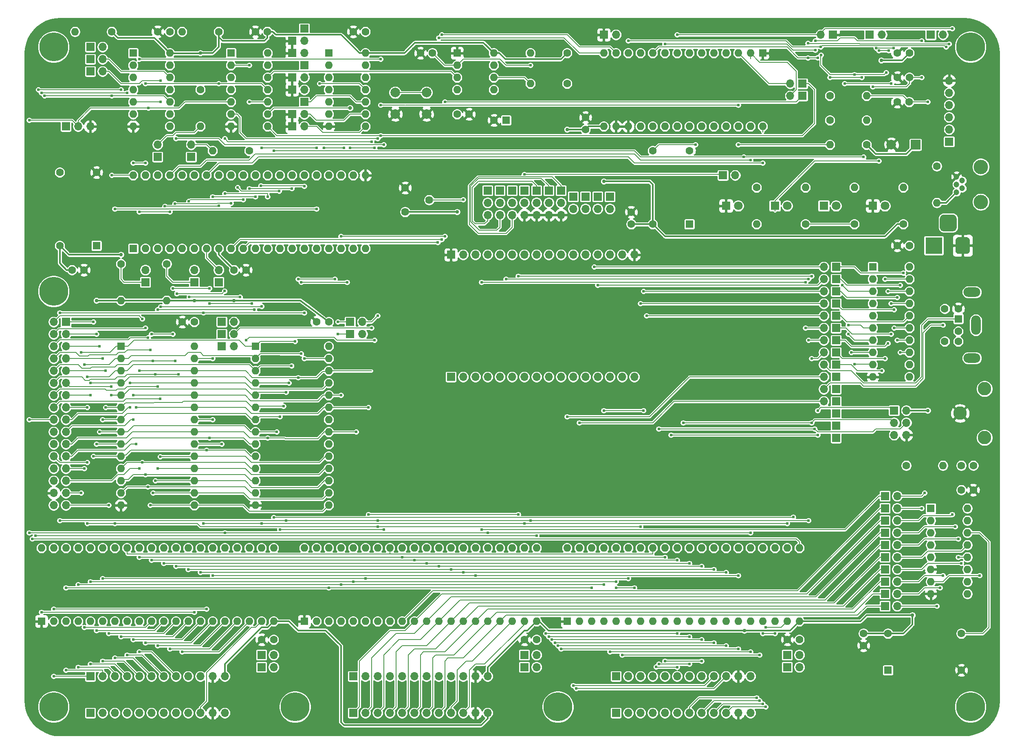
<source format=gbl>
G04 #@! TF.GenerationSoftware,KiCad,Pcbnew,(5.1.5)-3*
G04 #@! TF.CreationDate,2020-05-14T23:23:47-04:00*
G04 #@! TF.ProjectId,65C02_Computer,36354330-325f-4436-9f6d-70757465722e,rev?*
G04 #@! TF.SameCoordinates,Original*
G04 #@! TF.FileFunction,Copper,L2,Bot*
G04 #@! TF.FilePolarity,Positive*
%FSLAX46Y46*%
G04 Gerber Fmt 4.6, Leading zero omitted, Abs format (unit mm)*
G04 Created by KiCad (PCBNEW (5.1.5)-3) date 2020-05-14 23:23:47*
%MOMM*%
%LPD*%
G04 APERTURE LIST*
%ADD10O,1.700000X1.700000*%
%ADD11R,1.700000X1.700000*%
%ADD12C,1.600000*%
%ADD13R,1.600000X1.600000*%
%ADD14O,1.600000X1.600000*%
%ADD15C,1.620000*%
%ADD16R,2.000000X2.000000*%
%ADD17C,2.000000*%
%ADD18C,0.100000*%
%ADD19R,3.500000X3.500000*%
%ADD20O,2.000000X4.000000*%
%ADD21O,3.500000X2.000000*%
%ADD22C,3.000000*%
%ADD23C,1.200000*%
%ADD24C,6.000000*%
%ADD25C,2.800000*%
%ADD26C,1.800000*%
%ADD27R,1.800000X1.800000*%
%ADD28C,0.762000*%
%ADD29C,0.609600*%
%ADD30C,0.800000*%
%ADD31C,0.304800*%
%ADD32C,0.152400*%
%ADD33C,0.228600*%
%ADD34C,0.254000*%
G04 APERTURE END LIST*
D10*
X210185000Y-33655000D03*
X210185000Y-36195000D03*
X210185000Y-38735000D03*
X210185000Y-41275000D03*
X210185000Y-43815000D03*
D11*
X210185000Y-46355000D03*
X106680000Y-69850000D03*
D10*
X109220000Y-69850000D03*
X111760000Y-69850000D03*
X114300000Y-69850000D03*
X116840000Y-69850000D03*
X119380000Y-69850000D03*
X121920000Y-69850000D03*
X124460000Y-69850000D03*
X127000000Y-69850000D03*
X129540000Y-69850000D03*
X132080000Y-69850000D03*
X134620000Y-69850000D03*
X137160000Y-69850000D03*
X139700000Y-69850000D03*
X142240000Y-69850000D03*
X144780000Y-69850000D03*
D11*
X186690000Y-102870000D03*
X76200000Y-30480000D03*
X76200000Y-38100000D03*
X76200000Y-22860000D03*
X186690000Y-105410000D03*
X186690000Y-107950000D03*
D12*
X192405000Y-151090000D03*
X192405000Y-148590000D03*
X144145000Y-61000000D03*
X144145000Y-63500000D03*
X30440000Y-73025000D03*
X27940000Y-73025000D03*
D11*
X73660000Y-25400000D03*
D10*
X76200000Y-25400000D03*
D11*
X73660000Y-27940000D03*
D10*
X76200000Y-27940000D03*
D13*
X171450000Y-27940000D03*
D14*
X138430000Y-43180000D03*
X168910000Y-27940000D03*
X140970000Y-43180000D03*
X166370000Y-27940000D03*
X143510000Y-43180000D03*
X163830000Y-27940000D03*
X146050000Y-43180000D03*
X161290000Y-27940000D03*
X148590000Y-43180000D03*
X158750000Y-27940000D03*
X151130000Y-43180000D03*
X156210000Y-27940000D03*
X153670000Y-43180000D03*
X153670000Y-27940000D03*
X156210000Y-43180000D03*
X151130000Y-27940000D03*
X158750000Y-43180000D03*
X148590000Y-27940000D03*
X161290000Y-43180000D03*
X146050000Y-27940000D03*
X163830000Y-43180000D03*
X143510000Y-27940000D03*
X166370000Y-43180000D03*
X140970000Y-27940000D03*
X168910000Y-43180000D03*
X138430000Y-27940000D03*
X171450000Y-43180000D03*
D10*
X184150000Y-72390000D03*
D11*
X186690000Y-72390000D03*
D10*
X132080000Y-60325000D03*
D11*
X132080000Y-57785000D03*
D10*
X134620000Y-60325000D03*
D11*
X134620000Y-57785000D03*
D10*
X137160000Y-60325000D03*
D11*
X137160000Y-57785000D03*
D10*
X139700000Y-60325000D03*
D11*
X139700000Y-57785000D03*
D10*
X43180000Y-73025000D03*
D11*
X43180000Y-75565000D03*
D10*
X53340000Y-73025000D03*
D11*
X53340000Y-75565000D03*
D10*
X58420000Y-73025000D03*
D11*
X58420000Y-75565000D03*
D10*
X45720000Y-46990000D03*
D11*
X45720000Y-49530000D03*
D10*
X52705000Y-46990000D03*
D11*
X52705000Y-49530000D03*
D10*
X183515000Y-24130000D03*
D11*
X186055000Y-24130000D03*
D10*
X196215000Y-24130000D03*
D11*
X193675000Y-24130000D03*
D10*
X165735000Y-53340000D03*
D11*
X163195000Y-53340000D03*
D10*
X208915000Y-24130000D03*
D11*
X206375000Y-24130000D03*
D10*
X61595000Y-83820000D03*
D11*
X59055000Y-83820000D03*
D10*
X61595000Y-86360000D03*
D11*
X59055000Y-86360000D03*
D10*
X61595000Y-88900000D03*
D11*
X59055000Y-88900000D03*
D10*
X88265000Y-83820000D03*
D11*
X85725000Y-83820000D03*
D10*
X184150000Y-74930000D03*
D11*
X186690000Y-74930000D03*
D10*
X184150000Y-77470000D03*
D11*
X186690000Y-77470000D03*
D10*
X184150000Y-80010000D03*
D11*
X186690000Y-80010000D03*
D10*
X184150000Y-82550000D03*
D11*
X186690000Y-82550000D03*
D10*
X184150000Y-85090000D03*
D11*
X186690000Y-85090000D03*
D10*
X184150000Y-87630000D03*
D11*
X186690000Y-87630000D03*
D10*
X184150000Y-90170000D03*
D11*
X186690000Y-90170000D03*
D10*
X184150000Y-95250000D03*
D11*
X186690000Y-95250000D03*
D10*
X184150000Y-100330000D03*
D11*
X186690000Y-100330000D03*
D10*
X199390000Y-120015000D03*
D11*
X196850000Y-120015000D03*
D10*
X199390000Y-122555000D03*
D11*
X196850000Y-122555000D03*
D10*
X199390000Y-125095000D03*
D11*
X196850000Y-125095000D03*
D10*
X199390000Y-127635000D03*
D11*
X196850000Y-127635000D03*
D10*
X199390000Y-130175000D03*
D11*
X196850000Y-130175000D03*
D10*
X199390000Y-132715000D03*
D11*
X196850000Y-132715000D03*
D10*
X199390000Y-135255000D03*
D11*
X196850000Y-135255000D03*
D10*
X199390000Y-137795000D03*
D11*
X196850000Y-137795000D03*
D10*
X199390000Y-140335000D03*
D11*
X196850000Y-140335000D03*
D10*
X199390000Y-142875000D03*
D11*
X196850000Y-142875000D03*
D10*
X88265000Y-86360000D03*
D11*
X85725000Y-86360000D03*
D10*
X34290000Y-26670000D03*
D11*
X31750000Y-26670000D03*
D10*
X34290000Y-29210000D03*
D11*
X31750000Y-29210000D03*
D10*
X34290000Y-31750000D03*
D11*
X31750000Y-31750000D03*
D10*
X76200000Y-43180000D03*
D11*
X73660000Y-43180000D03*
D10*
X76200000Y-40640000D03*
D11*
X73660000Y-40640000D03*
D10*
X76200000Y-33020000D03*
D11*
X73660000Y-33020000D03*
D10*
X76200000Y-35560000D03*
D11*
X73660000Y-35560000D03*
X114300000Y-56515000D03*
D10*
X114300000Y-59055000D03*
X114300000Y-61595000D03*
D11*
X116840000Y-56515000D03*
D10*
X116840000Y-59055000D03*
X116840000Y-61595000D03*
D11*
X119380000Y-56515000D03*
D10*
X119380000Y-59055000D03*
X119380000Y-61595000D03*
D11*
X121920000Y-56515000D03*
D10*
X121920000Y-59055000D03*
X121920000Y-61595000D03*
D11*
X124460000Y-56515000D03*
D10*
X124460000Y-59055000D03*
X124460000Y-61595000D03*
D11*
X127000000Y-56515000D03*
D10*
X127000000Y-59055000D03*
X127000000Y-61595000D03*
D11*
X129540000Y-56515000D03*
D10*
X129540000Y-59055000D03*
X129540000Y-61595000D03*
D13*
X60960000Y-27940000D03*
D14*
X68580000Y-43180000D03*
X60960000Y-30480000D03*
X68580000Y-40640000D03*
X60960000Y-33020000D03*
X68580000Y-38100000D03*
X60960000Y-35560000D03*
X68580000Y-35560000D03*
X60960000Y-38100000D03*
X68580000Y-33020000D03*
X60960000Y-40640000D03*
X68580000Y-30480000D03*
X60960000Y-43180000D03*
X68580000Y-27940000D03*
X48260000Y-27940000D03*
X40640000Y-43180000D03*
X48260000Y-30480000D03*
X40640000Y-40640000D03*
X48260000Y-33020000D03*
X40640000Y-38100000D03*
X48260000Y-35560000D03*
X40640000Y-35560000D03*
X48260000Y-38100000D03*
X40640000Y-33020000D03*
X48260000Y-40640000D03*
X40640000Y-30480000D03*
X48260000Y-43180000D03*
D13*
X40640000Y-27940000D03*
D12*
X50840000Y-83820000D03*
X53340000Y-83820000D03*
D15*
X97155000Y-60960000D03*
X102155000Y-58460000D03*
X97155000Y-55960000D03*
D13*
X156210000Y-63500000D03*
D12*
X148590000Y-63500000D03*
X148590000Y-48260000D03*
X156210000Y-48260000D03*
D16*
X203200000Y-46990000D03*
D17*
X198200000Y-46990000D03*
D13*
X38100000Y-88900000D03*
D14*
X53340000Y-121920000D03*
X38100000Y-91440000D03*
X53340000Y-119380000D03*
X38100000Y-93980000D03*
X53340000Y-116840000D03*
X38100000Y-96520000D03*
X53340000Y-114300000D03*
X38100000Y-99060000D03*
X53340000Y-111760000D03*
X38100000Y-101600000D03*
X53340000Y-109220000D03*
X38100000Y-104140000D03*
X53340000Y-106680000D03*
X38100000Y-106680000D03*
X53340000Y-104140000D03*
X38100000Y-109220000D03*
X53340000Y-101600000D03*
X38100000Y-111760000D03*
X53340000Y-99060000D03*
X38100000Y-114300000D03*
X53340000Y-96520000D03*
X38100000Y-116840000D03*
X53340000Y-93980000D03*
X38100000Y-119380000D03*
X53340000Y-91440000D03*
X38100000Y-121920000D03*
X53340000Y-88900000D03*
D11*
X26670000Y-83820000D03*
D10*
X24130000Y-83820000D03*
X26670000Y-86360000D03*
X24130000Y-86360000D03*
X26670000Y-88900000D03*
X24130000Y-88900000D03*
X26670000Y-91440000D03*
X24130000Y-91440000D03*
X26670000Y-93980000D03*
X24130000Y-93980000D03*
X26670000Y-96520000D03*
X24130000Y-96520000D03*
X26670000Y-99060000D03*
X24130000Y-99060000D03*
X26670000Y-101600000D03*
X24130000Y-101600000D03*
X26670000Y-104140000D03*
X24130000Y-104140000D03*
X26670000Y-106680000D03*
X24130000Y-106680000D03*
X26670000Y-109220000D03*
X24130000Y-109220000D03*
X26670000Y-111760000D03*
X24130000Y-111760000D03*
X26670000Y-114300000D03*
X24130000Y-114300000D03*
X26670000Y-116840000D03*
X24130000Y-116840000D03*
X26670000Y-119380000D03*
X24130000Y-119380000D03*
X26670000Y-121920000D03*
X24130000Y-121920000D03*
D13*
X206375000Y-122555000D03*
D14*
X213995000Y-140335000D03*
X206375000Y-125095000D03*
X213995000Y-137795000D03*
X206375000Y-127635000D03*
X213995000Y-135255000D03*
X206375000Y-130175000D03*
X213995000Y-132715000D03*
X206375000Y-132715000D03*
X213995000Y-130175000D03*
X206375000Y-135255000D03*
X213995000Y-127635000D03*
X206375000Y-137795000D03*
X213995000Y-125095000D03*
X206375000Y-140335000D03*
X213995000Y-122555000D03*
D10*
X144780000Y-95250000D03*
X142240000Y-95250000D03*
X139700000Y-95250000D03*
X137160000Y-95250000D03*
X134620000Y-95250000D03*
X132080000Y-95250000D03*
X129540000Y-95250000D03*
X127000000Y-95250000D03*
X124460000Y-95250000D03*
X121920000Y-95250000D03*
X119380000Y-95250000D03*
X116840000Y-95250000D03*
X114300000Y-95250000D03*
X111760000Y-95250000D03*
X109220000Y-95250000D03*
D11*
X106680000Y-95250000D03*
D12*
X212725000Y-156210000D03*
X212725000Y-148590000D03*
X197485000Y-148590000D03*
D13*
X197485000Y-156210000D03*
D14*
X54610000Y-43180000D03*
D12*
X54610000Y-35560000D03*
X215225000Y-113665000D03*
X212725000Y-113665000D03*
X67350000Y-149860000D03*
X69850000Y-149860000D03*
D14*
X201930000Y-72390000D03*
X194310000Y-95250000D03*
X201930000Y-74930000D03*
X194310000Y-92710000D03*
X201930000Y-77470000D03*
X194310000Y-90170000D03*
X201930000Y-80010000D03*
X194310000Y-87630000D03*
X201930000Y-82550000D03*
X194310000Y-85090000D03*
X201930000Y-85090000D03*
X194310000Y-82550000D03*
X201930000Y-87630000D03*
X194310000Y-80010000D03*
X201930000Y-90170000D03*
X194310000Y-77470000D03*
X201930000Y-92710000D03*
X194310000Y-74930000D03*
X201930000Y-95250000D03*
D13*
X194310000Y-72390000D03*
D12*
X68540000Y-23495000D03*
X66040000Y-23495000D03*
D14*
X207645000Y-59055000D03*
D12*
X207645000Y-51435000D03*
G04 #@! TA.AperFunction,ComponentPad*
D18*
G36*
X210970765Y-61499213D02*
G01*
X211055704Y-61511813D01*
X211138999Y-61532677D01*
X211219848Y-61561605D01*
X211297472Y-61598319D01*
X211371124Y-61642464D01*
X211440094Y-61693616D01*
X211503718Y-61751282D01*
X211561384Y-61814906D01*
X211612536Y-61883876D01*
X211656681Y-61957528D01*
X211693395Y-62035152D01*
X211722323Y-62116001D01*
X211743187Y-62199296D01*
X211755787Y-62284235D01*
X211760000Y-62370000D01*
X211760000Y-64120000D01*
X211755787Y-64205765D01*
X211743187Y-64290704D01*
X211722323Y-64373999D01*
X211693395Y-64454848D01*
X211656681Y-64532472D01*
X211612536Y-64606124D01*
X211561384Y-64675094D01*
X211503718Y-64738718D01*
X211440094Y-64796384D01*
X211371124Y-64847536D01*
X211297472Y-64891681D01*
X211219848Y-64928395D01*
X211138999Y-64957323D01*
X211055704Y-64978187D01*
X210970765Y-64990787D01*
X210885000Y-64995000D01*
X209135000Y-64995000D01*
X209049235Y-64990787D01*
X208964296Y-64978187D01*
X208881001Y-64957323D01*
X208800152Y-64928395D01*
X208722528Y-64891681D01*
X208648876Y-64847536D01*
X208579906Y-64796384D01*
X208516282Y-64738718D01*
X208458616Y-64675094D01*
X208407464Y-64606124D01*
X208363319Y-64532472D01*
X208326605Y-64454848D01*
X208297677Y-64373999D01*
X208276813Y-64290704D01*
X208264213Y-64205765D01*
X208260000Y-64120000D01*
X208260000Y-62370000D01*
X208264213Y-62284235D01*
X208276813Y-62199296D01*
X208297677Y-62116001D01*
X208326605Y-62035152D01*
X208363319Y-61957528D01*
X208407464Y-61883876D01*
X208458616Y-61814906D01*
X208516282Y-61751282D01*
X208579906Y-61693616D01*
X208648876Y-61642464D01*
X208722528Y-61598319D01*
X208800152Y-61561605D01*
X208881001Y-61532677D01*
X208964296Y-61511813D01*
X209049235Y-61499213D01*
X209135000Y-61495000D01*
X210885000Y-61495000D01*
X210970765Y-61499213D01*
G37*
G04 #@! TD.AperFunction*
G04 #@! TA.AperFunction,ComponentPad*
G36*
X213833513Y-66198611D02*
G01*
X213906318Y-66209411D01*
X213977714Y-66227295D01*
X214047013Y-66252090D01*
X214113548Y-66283559D01*
X214176678Y-66321398D01*
X214235795Y-66365242D01*
X214290330Y-66414670D01*
X214339758Y-66469205D01*
X214383602Y-66528322D01*
X214421441Y-66591452D01*
X214452910Y-66657987D01*
X214477705Y-66727286D01*
X214495589Y-66798682D01*
X214506389Y-66871487D01*
X214510000Y-66945000D01*
X214510000Y-68945000D01*
X214506389Y-69018513D01*
X214495589Y-69091318D01*
X214477705Y-69162714D01*
X214452910Y-69232013D01*
X214421441Y-69298548D01*
X214383602Y-69361678D01*
X214339758Y-69420795D01*
X214290330Y-69475330D01*
X214235795Y-69524758D01*
X214176678Y-69568602D01*
X214113548Y-69606441D01*
X214047013Y-69637910D01*
X213977714Y-69662705D01*
X213906318Y-69680589D01*
X213833513Y-69691389D01*
X213760000Y-69695000D01*
X212260000Y-69695000D01*
X212186487Y-69691389D01*
X212113682Y-69680589D01*
X212042286Y-69662705D01*
X211972987Y-69637910D01*
X211906452Y-69606441D01*
X211843322Y-69568602D01*
X211784205Y-69524758D01*
X211729670Y-69475330D01*
X211680242Y-69420795D01*
X211636398Y-69361678D01*
X211598559Y-69298548D01*
X211567090Y-69232013D01*
X211542295Y-69162714D01*
X211524411Y-69091318D01*
X211513611Y-69018513D01*
X211510000Y-68945000D01*
X211510000Y-66945000D01*
X211513611Y-66871487D01*
X211524411Y-66798682D01*
X211542295Y-66727286D01*
X211567090Y-66657987D01*
X211598559Y-66591452D01*
X211636398Y-66528322D01*
X211680242Y-66469205D01*
X211729670Y-66414670D01*
X211784205Y-66365242D01*
X211843322Y-66321398D01*
X211906452Y-66283559D01*
X211972987Y-66252090D01*
X212042286Y-66227295D01*
X212113682Y-66209411D01*
X212186487Y-66198611D01*
X212260000Y-66195000D01*
X213760000Y-66195000D01*
X213833513Y-66198611D01*
G37*
G04 #@! TD.AperFunction*
D19*
X207010000Y-67945000D03*
D14*
X185420000Y-46990000D03*
D12*
X193040000Y-46990000D03*
D13*
X40640000Y-68580000D03*
D14*
X88900000Y-53340000D03*
X43180000Y-68580000D03*
X86360000Y-53340000D03*
X45720000Y-68580000D03*
X83820000Y-53340000D03*
X48260000Y-68580000D03*
X81280000Y-53340000D03*
X50800000Y-68580000D03*
X78740000Y-53340000D03*
X53340000Y-68580000D03*
X76200000Y-53340000D03*
X55880000Y-68580000D03*
X73660000Y-53340000D03*
X58420000Y-68580000D03*
X71120000Y-53340000D03*
X60960000Y-68580000D03*
X68580000Y-53340000D03*
X63500000Y-68580000D03*
X66040000Y-53340000D03*
X66040000Y-68580000D03*
X63500000Y-53340000D03*
X68580000Y-68580000D03*
X60960000Y-53340000D03*
X71120000Y-68580000D03*
X58420000Y-53340000D03*
X73660000Y-68580000D03*
X55880000Y-53340000D03*
X76200000Y-68580000D03*
X53340000Y-53340000D03*
X78740000Y-68580000D03*
X50800000Y-53340000D03*
X81280000Y-68580000D03*
X48260000Y-53340000D03*
X83820000Y-68580000D03*
X45720000Y-53340000D03*
X86360000Y-68580000D03*
X43180000Y-53340000D03*
X88900000Y-68580000D03*
X40640000Y-53340000D03*
X170180000Y-63500000D03*
D12*
X170180000Y-55880000D03*
D14*
X190500000Y-55880000D03*
D12*
X190500000Y-63500000D03*
D14*
X180340000Y-55880000D03*
D12*
X180340000Y-63500000D03*
D14*
X200660000Y-55880000D03*
D12*
X200660000Y-63500000D03*
D14*
X193040000Y-36830000D03*
D12*
X185420000Y-36830000D03*
D14*
X193040000Y-41910000D03*
D12*
X185420000Y-41910000D03*
X61595000Y-73025000D03*
X64095000Y-73025000D03*
X110450000Y-40640000D03*
X107950000Y-40640000D03*
X102830000Y-27940000D03*
X100330000Y-27940000D03*
X78780000Y-83820000D03*
X81280000Y-83820000D03*
X199430000Y-67945000D03*
X201930000Y-67945000D03*
D13*
X118110000Y-41910000D03*
D12*
X115610000Y-41910000D03*
X48260000Y-23495000D03*
X45760000Y-23495000D03*
X134620000Y-41315000D03*
X134620000Y-43815000D03*
X179070000Y-149860000D03*
X176570000Y-149860000D03*
X121960000Y-149860000D03*
X124460000Y-149860000D03*
X88900000Y-23495000D03*
X86400000Y-23495000D03*
X199390000Y-38100000D03*
X201890000Y-38100000D03*
X201930000Y-33020000D03*
X199430000Y-33020000D03*
X201930000Y-27940000D03*
X199430000Y-27940000D03*
D20*
X215740000Y-84485000D03*
D12*
X209290000Y-87885000D03*
X209290000Y-81085000D03*
X212090000Y-87885000D03*
X212090000Y-81085000D03*
X212090000Y-85785000D03*
D13*
X212090000Y-83185000D03*
D21*
X214940000Y-77635000D03*
X214940000Y-91335000D03*
D12*
X38100000Y-71755000D03*
D14*
X38100000Y-79375000D03*
X47625000Y-79375000D03*
D12*
X47625000Y-71755000D03*
X130810000Y-27940000D03*
D14*
X123190000Y-27940000D03*
X123190000Y-34290000D03*
D12*
X130810000Y-34290000D03*
D14*
X50800000Y-23495000D03*
D12*
X58420000Y-23495000D03*
D17*
X101600000Y-36140000D03*
X101600000Y-40640000D03*
X95100000Y-36140000D03*
X95100000Y-40640000D03*
D14*
X81280000Y-88900000D03*
X66040000Y-121920000D03*
X81280000Y-91440000D03*
X66040000Y-119380000D03*
X81280000Y-93980000D03*
X66040000Y-116840000D03*
X81280000Y-96520000D03*
X66040000Y-114300000D03*
X81280000Y-99060000D03*
X66040000Y-111760000D03*
X81280000Y-101600000D03*
X66040000Y-109220000D03*
X81280000Y-104140000D03*
X66040000Y-106680000D03*
X81280000Y-106680000D03*
X66040000Y-104140000D03*
X81280000Y-109220000D03*
X66040000Y-101600000D03*
X81280000Y-111760000D03*
X66040000Y-99060000D03*
X81280000Y-114300000D03*
X66040000Y-96520000D03*
X81280000Y-116840000D03*
X66040000Y-93980000D03*
X81280000Y-119380000D03*
X66040000Y-91440000D03*
X81280000Y-121920000D03*
D13*
X66040000Y-88900000D03*
X81280000Y-27940000D03*
D14*
X88900000Y-43180000D03*
X81280000Y-30480000D03*
X88900000Y-40640000D03*
X81280000Y-33020000D03*
X88900000Y-38100000D03*
X81280000Y-35560000D03*
X88900000Y-35560000D03*
X81280000Y-38100000D03*
X88900000Y-33020000D03*
X81280000Y-40640000D03*
X88900000Y-30480000D03*
X81280000Y-43180000D03*
X88900000Y-27940000D03*
D13*
X107950000Y-27940000D03*
D14*
X115570000Y-35560000D03*
X107950000Y-30480000D03*
X115570000Y-33020000D03*
X107950000Y-33020000D03*
X115570000Y-30480000D03*
X107950000Y-35560000D03*
X115570000Y-27940000D03*
X130810000Y-130810000D03*
X179070000Y-146050000D03*
X133350000Y-130810000D03*
X176530000Y-146050000D03*
X135890000Y-130810000D03*
X173990000Y-146050000D03*
X138430000Y-130810000D03*
X171450000Y-146050000D03*
X140970000Y-130810000D03*
X168910000Y-146050000D03*
X143510000Y-130810000D03*
X166370000Y-146050000D03*
X146050000Y-130810000D03*
X163830000Y-146050000D03*
X148590000Y-130810000D03*
X161290000Y-146050000D03*
X151130000Y-130810000D03*
X158750000Y-146050000D03*
X153670000Y-130810000D03*
X156210000Y-146050000D03*
X156210000Y-130810000D03*
X153670000Y-146050000D03*
X158750000Y-130810000D03*
X151130000Y-146050000D03*
X161290000Y-130810000D03*
X148590000Y-146050000D03*
X163830000Y-130810000D03*
X146050000Y-146050000D03*
X166370000Y-130810000D03*
X143510000Y-146050000D03*
X168910000Y-130810000D03*
X140970000Y-146050000D03*
X171450000Y-130810000D03*
X138430000Y-146050000D03*
X173990000Y-130810000D03*
X135890000Y-146050000D03*
X176530000Y-130810000D03*
X133350000Y-146050000D03*
X179070000Y-130810000D03*
D13*
X130810000Y-146050000D03*
X76200000Y-146050000D03*
D14*
X124460000Y-130810000D03*
X78740000Y-146050000D03*
X121920000Y-130810000D03*
X81280000Y-146050000D03*
X119380000Y-130810000D03*
X83820000Y-146050000D03*
X116840000Y-130810000D03*
X86360000Y-146050000D03*
X114300000Y-130810000D03*
X88900000Y-146050000D03*
X111760000Y-130810000D03*
X91440000Y-146050000D03*
X109220000Y-130810000D03*
X93980000Y-146050000D03*
X106680000Y-130810000D03*
X96520000Y-146050000D03*
X104140000Y-130810000D03*
X99060000Y-146050000D03*
X101600000Y-130810000D03*
X101600000Y-146050000D03*
X99060000Y-130810000D03*
X104140000Y-146050000D03*
X96520000Y-130810000D03*
X106680000Y-146050000D03*
X93980000Y-130810000D03*
X109220000Y-146050000D03*
X91440000Y-130810000D03*
X111760000Y-146050000D03*
X88900000Y-130810000D03*
X114300000Y-146050000D03*
X86360000Y-130810000D03*
X116840000Y-146050000D03*
X83820000Y-130810000D03*
X119380000Y-146050000D03*
X81280000Y-130810000D03*
X121920000Y-146050000D03*
X78740000Y-130810000D03*
X124460000Y-146050000D03*
X76200000Y-130810000D03*
D12*
X33020000Y-52740000D03*
X25400000Y-52740000D03*
X25400000Y-67980000D03*
D13*
X33020000Y-67980000D03*
D11*
X198755000Y-102235000D03*
D10*
X201295000Y-102235000D03*
X198755000Y-104775000D03*
X201295000Y-104775000D03*
X198755000Y-107315000D03*
X201295000Y-107315000D03*
D12*
X215225000Y-118745000D03*
X212725000Y-118745000D03*
D22*
X216775000Y-58895000D03*
D23*
X212925000Y-54445000D03*
X212925000Y-56045000D03*
X211725000Y-53645000D03*
X211725000Y-55245000D03*
X211725000Y-56845000D03*
D22*
X216775000Y-51595000D03*
D10*
X114300000Y-157480000D03*
X111760000Y-157480000D03*
X109220000Y-157480000D03*
X106680000Y-157480000D03*
X104140000Y-157480000D03*
X101600000Y-157480000D03*
X99060000Y-157480000D03*
X96520000Y-157480000D03*
X93980000Y-157480000D03*
X91440000Y-157480000D03*
X88900000Y-157480000D03*
D11*
X86360000Y-157480000D03*
X86360000Y-165100000D03*
D10*
X88900000Y-165100000D03*
X91440000Y-165100000D03*
X93980000Y-165100000D03*
X96520000Y-165100000D03*
X99060000Y-165100000D03*
X101600000Y-165100000D03*
X104140000Y-165100000D03*
X106680000Y-165100000D03*
X109220000Y-165100000D03*
X111760000Y-165100000D03*
X114300000Y-165100000D03*
D11*
X140970000Y-157480000D03*
D10*
X143510000Y-157480000D03*
X146050000Y-157480000D03*
X148590000Y-157480000D03*
X151130000Y-157480000D03*
X153670000Y-157480000D03*
X156210000Y-157480000D03*
X158750000Y-157480000D03*
X161290000Y-157480000D03*
X163830000Y-157480000D03*
X166370000Y-157480000D03*
X168910000Y-157480000D03*
X168910000Y-165100000D03*
X166370000Y-165100000D03*
X163830000Y-165100000D03*
X161290000Y-165100000D03*
X158750000Y-165100000D03*
X156210000Y-165100000D03*
X153670000Y-165100000D03*
X151130000Y-165100000D03*
X148590000Y-165100000D03*
X146050000Y-165100000D03*
X143510000Y-165100000D03*
D11*
X140970000Y-165100000D03*
X31750000Y-157480000D03*
D10*
X34290000Y-157480000D03*
X36830000Y-157480000D03*
X39370000Y-157480000D03*
X41910000Y-157480000D03*
X44450000Y-157480000D03*
X46990000Y-157480000D03*
X49530000Y-157480000D03*
X52070000Y-157480000D03*
X54610000Y-157480000D03*
X57150000Y-157480000D03*
X59690000Y-157480000D03*
X59690000Y-165100000D03*
X57150000Y-165100000D03*
X54610000Y-165100000D03*
X52070000Y-165100000D03*
X49530000Y-165100000D03*
X46990000Y-165100000D03*
X44450000Y-165100000D03*
X41910000Y-165100000D03*
X39370000Y-165100000D03*
X36830000Y-165100000D03*
X34290000Y-165100000D03*
D11*
X31750000Y-165100000D03*
D13*
X21590000Y-146050000D03*
D14*
X69850000Y-130810000D03*
X24130000Y-146050000D03*
X67310000Y-130810000D03*
X26670000Y-146050000D03*
X64770000Y-130810000D03*
X29210000Y-146050000D03*
X62230000Y-130810000D03*
X31750000Y-146050000D03*
X59690000Y-130810000D03*
X34290000Y-146050000D03*
X57150000Y-130810000D03*
X36830000Y-146050000D03*
X54610000Y-130810000D03*
X39370000Y-146050000D03*
X52070000Y-130810000D03*
X41910000Y-146050000D03*
X49530000Y-130810000D03*
X44450000Y-146050000D03*
X46990000Y-130810000D03*
X46990000Y-146050000D03*
X44450000Y-130810000D03*
X49530000Y-146050000D03*
X41910000Y-130810000D03*
X52070000Y-146050000D03*
X39370000Y-130810000D03*
X54610000Y-146050000D03*
X36830000Y-130810000D03*
X57150000Y-146050000D03*
X34290000Y-130810000D03*
X59690000Y-146050000D03*
X31750000Y-130810000D03*
X62230000Y-146050000D03*
X29210000Y-130810000D03*
X64770000Y-146050000D03*
X26670000Y-130810000D03*
X67310000Y-146050000D03*
X24130000Y-130810000D03*
X69850000Y-146050000D03*
X21590000Y-130810000D03*
D12*
X64770000Y-48260000D03*
D14*
X57150000Y-48260000D03*
D12*
X201295000Y-113665000D03*
D14*
X208915000Y-113665000D03*
D12*
X36195000Y-23495000D03*
D14*
X28575000Y-23495000D03*
D10*
X140970000Y-24130000D03*
D11*
X138430000Y-24130000D03*
D24*
X24130000Y-26670000D03*
X214630000Y-26670000D03*
X214630000Y-163830000D03*
X24130000Y-163830000D03*
X24130000Y-77470000D03*
D25*
X212471000Y-102806500D03*
X217551000Y-107886500D03*
X217551000Y-97726500D03*
D24*
X74295000Y-163830000D03*
X128905000Y-163830000D03*
D10*
X179070000Y-155575000D03*
D11*
X176530000Y-155575000D03*
D10*
X179070000Y-153035000D03*
D11*
X176530000Y-153035000D03*
D10*
X177165000Y-36830000D03*
D11*
X179705000Y-36830000D03*
X179705000Y-34290000D03*
D10*
X177165000Y-34290000D03*
X124460000Y-155575000D03*
D11*
X121920000Y-155575000D03*
X121920000Y-153035000D03*
D10*
X124460000Y-153035000D03*
D11*
X67310000Y-155575000D03*
D10*
X69850000Y-155575000D03*
X69850000Y-153035000D03*
D11*
X67310000Y-153035000D03*
X186690000Y-92710000D03*
D10*
X184150000Y-92710000D03*
X184150000Y-97790000D03*
D11*
X186690000Y-97790000D03*
D26*
X166370000Y-59690000D03*
D27*
X163830000Y-59690000D03*
X173990000Y-59690000D03*
D26*
X176530000Y-59690000D03*
X186690000Y-59690000D03*
D27*
X184150000Y-59690000D03*
X194310000Y-59690000D03*
D26*
X196850000Y-59690000D03*
D10*
X31750000Y-43180000D03*
X29210000Y-43180000D03*
D11*
X26670000Y-43180000D03*
D28*
X61595000Y-79375000D03*
X130810000Y-43815000D03*
X53340000Y-79375000D03*
X138430000Y-43180000D03*
X138430000Y-54610000D03*
X107950000Y-60960000D03*
X202565000Y-144780000D03*
X167640000Y-147955000D03*
X205740000Y-102235000D03*
X54610000Y-27940000D03*
X38100000Y-69850000D03*
X33020000Y-79375010D03*
X196088000Y-29464000D03*
X50840000Y-86320000D03*
X64135000Y-76835000D03*
D29*
X123190000Y-30480000D03*
X195580000Y-50368210D03*
X195580000Y-27432000D03*
X197612000Y-27432000D03*
X188468000Y-34290000D03*
X198145410Y-34290000D03*
X195041178Y-26893174D03*
X198627992Y-26924000D03*
X43815000Y-39370000D03*
X59690000Y-127635000D03*
X114300000Y-127635000D03*
X168910000Y-127635000D03*
X19050000Y-127635000D03*
X168910000Y-50165000D03*
X19050000Y-104140000D03*
X19050000Y-41910000D03*
X32385000Y-111760000D03*
X32385000Y-83820000D03*
X55880000Y-110490000D03*
X135890000Y-139065000D03*
X81280000Y-139065000D03*
X26670000Y-139065000D03*
X104775000Y-66675000D03*
X104775000Y-24130000D03*
X33020000Y-109220000D03*
X33020000Y-86360000D03*
X56515000Y-80010000D03*
X65278006Y-80010000D03*
X56515000Y-107950000D03*
X103948601Y-67310000D03*
X83820000Y-138430000D03*
X138430000Y-138430000D03*
X29210000Y-138430000D03*
X104140000Y-24765000D03*
X33655000Y-106680000D03*
X33655000Y-88900000D03*
X70485000Y-106680000D03*
X140970000Y-137795000D03*
X86360000Y-137795000D03*
X31750000Y-137795000D03*
X34290000Y-91440000D03*
X34290000Y-104140000D03*
X71120000Y-103505000D03*
X88900000Y-137160000D03*
X143510000Y-137160000D03*
X34290000Y-137160000D03*
X34925000Y-101600000D03*
X34925000Y-93980000D03*
X71882000Y-101346000D03*
X36093400Y-99060000D03*
X36093400Y-97282000D03*
X72415400Y-98425000D03*
X31750000Y-96520000D03*
X31750000Y-99060000D03*
X73025000Y-96520000D03*
X31115000Y-95250000D03*
X31115000Y-101600000D03*
X73558400Y-92951399D03*
X40005000Y-101600000D03*
X40005000Y-96520000D03*
X40640000Y-104140000D03*
X40640000Y-99060000D03*
X83820000Y-99060000D03*
X83820000Y-66040000D03*
X105410000Y-66040000D03*
X105410000Y-38100000D03*
X86995000Y-106680000D03*
X68580000Y-107949990D03*
X41275000Y-109220000D03*
X41275000Y-101600000D03*
X89535000Y-101600000D03*
X89535000Y-123825000D03*
X120650000Y-123825000D03*
X30480000Y-92710000D03*
X30480000Y-114300000D03*
X85090000Y-75565000D03*
X75565000Y-75565000D03*
X75565000Y-90424000D03*
X69850000Y-124460000D03*
X177800000Y-124396500D03*
X41910000Y-114300000D03*
X41910000Y-93980000D03*
X82550000Y-74930000D03*
X74930000Y-74930000D03*
X74930000Y-95377000D03*
X29845000Y-90170000D03*
X29845000Y-119380000D03*
X84455000Y-47625000D03*
X80264000Y-47625000D03*
X81280000Y-53340000D03*
X74295000Y-87884000D03*
X35560000Y-121920000D03*
X36830000Y-60325000D03*
X64770000Y-30480000D03*
X64770000Y-38100000D03*
X78740000Y-60325000D03*
X67310000Y-47625000D03*
X78740000Y-47625000D03*
X42545000Y-83185000D03*
X47231399Y-59791600D03*
X58420000Y-59690000D03*
X42545000Y-113029992D03*
X43180000Y-85090000D03*
X49288601Y-59258200D03*
X60960000Y-59182000D03*
X43180000Y-115570000D03*
X96520000Y-132715000D03*
X151130000Y-132715000D03*
X41910000Y-132715000D03*
X43688000Y-118110000D03*
X52197000Y-58724800D03*
X63499999Y-58420001D03*
X43713400Y-87096590D03*
X99060000Y-133350000D03*
X153670000Y-133350000D03*
X44450000Y-133350000D03*
X66040000Y-57785000D03*
X57150000Y-57785000D03*
X44450000Y-86360000D03*
X56515000Y-76835000D03*
X48895000Y-76835000D03*
X48895000Y-86360000D03*
X44246800Y-89636590D03*
X44195998Y-121920000D03*
X156210000Y-133985000D03*
X101600000Y-133985000D03*
X46990000Y-133985000D03*
X44780200Y-91948000D03*
X44780200Y-119380000D03*
X49403000Y-91948000D03*
X49707799Y-77927201D03*
X59690000Y-57150000D03*
X59630322Y-77410322D03*
X104140000Y-134620000D03*
X158750000Y-134620000D03*
X49530000Y-134620000D03*
X68580000Y-57785006D03*
X45237400Y-116840000D03*
X52311399Y-78625601D03*
X62852399Y-78625601D03*
X70993000Y-56642000D03*
X45212000Y-94716590D03*
X50038000Y-94716590D03*
X161290000Y-135255000D03*
X106680000Y-135255000D03*
X52070000Y-135255000D03*
X62357000Y-55880000D03*
X45745400Y-114300000D03*
X73616294Y-56090294D03*
X45720000Y-81280000D03*
X65811407Y-81280000D03*
X45745400Y-97256590D03*
X109220000Y-135890000D03*
X163830000Y-135890000D03*
X54610000Y-135890000D03*
X64770128Y-56090285D03*
X46278800Y-99822000D03*
X46278800Y-111810800D03*
X67183000Y-55499000D03*
X76200000Y-55626000D03*
X46355000Y-80645000D03*
X67369678Y-80585322D03*
X166370000Y-136525000D03*
X111760000Y-136525000D03*
X57150000Y-136525000D03*
X25400000Y-81915000D03*
X55245000Y-81915000D03*
X55245000Y-125730000D03*
X67310000Y-125730000D03*
X121920000Y-125730000D03*
X76200000Y-91440000D03*
X76200000Y-81915000D03*
X176530000Y-125730000D03*
X171450000Y-50800004D03*
X91440000Y-125095000D03*
X25400000Y-125095000D03*
X92075000Y-45085000D03*
X123190000Y-125095000D03*
X180975000Y-125095000D03*
X72390000Y-125095000D03*
X43179990Y-34290000D03*
X43180000Y-50800000D03*
X40640000Y-50800000D03*
X31115000Y-113030000D03*
X31115000Y-125730000D03*
X36830000Y-125730000D03*
X91440000Y-126365000D03*
X58420000Y-34290000D03*
X146050000Y-126365000D03*
X69850000Y-48260000D03*
X167526297Y-49530000D03*
X192405000Y-49530000D03*
X36195000Y-53340000D03*
X36195000Y-36830000D03*
X22225000Y-36829992D03*
X208915000Y-84455000D03*
X185420000Y-33020000D03*
X192024000Y-33020000D03*
D30*
X85725000Y-39370000D03*
D29*
X85725000Y-47625000D03*
X64135000Y-87630000D03*
X90805000Y-47625000D03*
X90805000Y-87630000D03*
X59690000Y-45720000D03*
X90170000Y-46355000D03*
X90170000Y-85090000D03*
X41910000Y-60960000D03*
X48260000Y-60960000D03*
X91440000Y-45720000D03*
X91440000Y-82550000D03*
X92075000Y-29210000D03*
X41910000Y-29210000D03*
X166370000Y-46990000D03*
X92075000Y-38735000D03*
X166370000Y-38735000D03*
X20320000Y-128270000D03*
X124460000Y-128270000D03*
X21590000Y-36195000D03*
X39370000Y-36195000D03*
X19685000Y-128905000D03*
X20955000Y-35560000D03*
X38100000Y-35560000D03*
X209550000Y-26670000D03*
X143510000Y-25400000D03*
X183515000Y-26670000D03*
X204470000Y-25400000D03*
X151130000Y-26035000D03*
X182372000Y-27305000D03*
X182372000Y-25400000D03*
X210185000Y-26035000D03*
X180848000Y-25908000D03*
X180848000Y-28956000D03*
X182880000Y-28899279D03*
X210820000Y-22860000D03*
X153670000Y-24130000D03*
X157480000Y-46990000D03*
X204470000Y-33020000D03*
X194310000Y-34925000D03*
X205740000Y-38100000D03*
X216535000Y-136525000D03*
X24130000Y-157480000D03*
X26670000Y-156210000D03*
X29210000Y-155575000D03*
X31750000Y-154940000D03*
X34290000Y-154305000D03*
X36830000Y-153670000D03*
X39370000Y-153035000D03*
X41910000Y-152400000D03*
X21590000Y-144145000D03*
X53340006Y-144145000D03*
X55880000Y-143510000D03*
X24130000Y-143510000D03*
X50800000Y-152400000D03*
X48260000Y-151765000D03*
X45720000Y-151130000D03*
X43180000Y-150495000D03*
X40640000Y-149860000D03*
X38100000Y-149225000D03*
X35560000Y-148590000D03*
X33020000Y-147955000D03*
X30480000Y-147320000D03*
X182880000Y-102235000D03*
X118110000Y-74930000D03*
X180975000Y-74930000D03*
X180975000Y-87630000D03*
X156210000Y-154940000D03*
X149860000Y-154940000D03*
X182880000Y-107315000D03*
X152400000Y-107315000D03*
X120650000Y-74295000D03*
X181610000Y-74295000D03*
X181609998Y-91440000D03*
X181610000Y-104775000D03*
X154940000Y-104775000D03*
X158750000Y-154305000D03*
X151130000Y-154305000D03*
X182245000Y-106045008D03*
X180340000Y-75565000D03*
X180340000Y-85090000D03*
X149860000Y-106045000D03*
X153670000Y-155575000D03*
X149284671Y-155515329D03*
X113030000Y-75565010D03*
X136423410Y-72390000D03*
X137160000Y-76200000D03*
X146685000Y-77470000D03*
X138430000Y-102235000D03*
X146685000Y-102235000D03*
X140970000Y-139065000D03*
X144780000Y-139065000D03*
X146050000Y-80009994D03*
X147320000Y-82550000D03*
X132080000Y-159385000D03*
X130810000Y-103505000D03*
X132715000Y-160020000D03*
X133350000Y-104775000D03*
X172085000Y-163830000D03*
X172085000Y-147320000D03*
X171450000Y-163195000D03*
X171450000Y-148590000D03*
X173990000Y-148590000D03*
X142240000Y-153035000D03*
X170815000Y-162560000D03*
X170815000Y-153035000D03*
X139700000Y-152400000D03*
X168910000Y-152400000D03*
X170180000Y-161925000D03*
X129540000Y-151765000D03*
X166370000Y-151765000D03*
X128905000Y-151130000D03*
X163830000Y-151130000D03*
X128270000Y-150495000D03*
X161290000Y-150495000D03*
X127635000Y-149860000D03*
X158750000Y-149860000D03*
X127000000Y-149225000D03*
X156210000Y-149225000D03*
X121920000Y-53136789D03*
X153670000Y-148590000D03*
X126365000Y-148590000D03*
X113030000Y-127000000D03*
X200660000Y-73660000D03*
X187960000Y-76200000D03*
X189230000Y-84455000D03*
X190559671Y-92650329D03*
X46355000Y-38100000D03*
X92710000Y-46990000D03*
X92710000Y-127000000D03*
X71120000Y-127000000D03*
X49530000Y-45720000D03*
X109220000Y-58420002D03*
X57150000Y-91440000D03*
X57150000Y-104140000D03*
X59055000Y-109220000D03*
X83185000Y-83820000D03*
X83185005Y-86360005D03*
X46355000Y-33655000D03*
X190500000Y-32385000D03*
X197104022Y-32004000D03*
X183558632Y-28359100D03*
X200025000Y-76200000D03*
X200025000Y-90170000D03*
X199390000Y-78740000D03*
X199390000Y-87630000D03*
X198755000Y-81280000D03*
X198755000Y-85090000D03*
X198120000Y-86360000D03*
X198120000Y-80010000D03*
X197485000Y-88265000D03*
X197485000Y-77470000D03*
X196850000Y-91440000D03*
X196850000Y-74930000D03*
X196215000Y-93980000D03*
X189229998Y-86360000D03*
X189865000Y-90170000D03*
X205105004Y-119380000D03*
X204470000Y-122555000D03*
X210820000Y-123825000D03*
X211455000Y-126365000D03*
X212090000Y-128905000D03*
X212090000Y-132715000D03*
X212725000Y-133985000D03*
X208915000Y-136525000D03*
X208280000Y-139065000D03*
X207645000Y-142875000D03*
X79375000Y-34290000D03*
D31*
X53340000Y-27980000D02*
X48300000Y-27980000D01*
X201295000Y-48895000D02*
X203200000Y-46990000D01*
X193040000Y-46990000D02*
X194945000Y-48895000D01*
X194945000Y-48895000D02*
X201295000Y-48895000D01*
X58420000Y-69850000D02*
X61595000Y-73025000D01*
X58420000Y-68580000D02*
X58420000Y-69850000D01*
X200660000Y-63500000D02*
X199390000Y-63500000D01*
X199390000Y-63500000D02*
X196850000Y-66040000D01*
X151130000Y-66040000D02*
X148590000Y-63500000D01*
X196850000Y-66040000D02*
X151130000Y-66040000D01*
X116701370Y-27940000D02*
X117971370Y-29210000D01*
X115570000Y-27940000D02*
X116701370Y-27940000D01*
X129540000Y-29210000D02*
X130810000Y-27940000D01*
X117971370Y-29210000D02*
X129540000Y-29210000D01*
X38100000Y-79375000D02*
X47625000Y-79375000D01*
X53340000Y-79375000D02*
X47625000Y-79375000D01*
X53340000Y-79375000D02*
X61595000Y-79375000D01*
X133350000Y-43815000D02*
X130810000Y-43815000D01*
X134620000Y-43815000D02*
X133350000Y-43815000D01*
X88900000Y-27940000D02*
X88900000Y-27305000D01*
X97155000Y-60960000D02*
X107950000Y-60960000D01*
X69850000Y-146050000D02*
X69850000Y-145415000D01*
X177165000Y-147955000D02*
X179070000Y-146050000D01*
X124460000Y-146050000D02*
X124460000Y-145484315D01*
X124460000Y-145484315D02*
X126930685Y-147955000D01*
X179070000Y-146050000D02*
X191135000Y-146050000D01*
X191135000Y-146050000D02*
X191770000Y-146050000D01*
X191770000Y-146050000D02*
X193040000Y-144780000D01*
X193040000Y-144780000D02*
X202565000Y-144780000D01*
X135255000Y-43180000D02*
X134620000Y-43815000D01*
X138430000Y-43180000D02*
X135255000Y-43180000D01*
X197485000Y-148590000D02*
X200660000Y-148590000D01*
X202565000Y-146685000D02*
X202565000Y-144780000D01*
X200660000Y-148590000D02*
X202565000Y-146685000D01*
X69850000Y-146050000D02*
X73025000Y-146050000D01*
X83820000Y-151130000D02*
X80645000Y-147955000D01*
X80645000Y-147955000D02*
X74930000Y-147955000D01*
X83820000Y-167005000D02*
X83820000Y-151130000D01*
X114300000Y-166302081D02*
X112962081Y-167640000D01*
X114300000Y-165100000D02*
X114300000Y-166302081D01*
X112962081Y-167640000D02*
X84455000Y-167640000D01*
X74930000Y-147955000D02*
X73025000Y-146050000D01*
X84455000Y-167640000D02*
X83820000Y-167005000D01*
X114300000Y-157480000D02*
X114300000Y-155575000D01*
X114300000Y-155575000D02*
X121920000Y-147955000D01*
X122555000Y-147955000D02*
X124460000Y-146050000D01*
X121920000Y-147955000D02*
X122555000Y-147955000D01*
X126930685Y-147955000D02*
X172720000Y-147955000D01*
X172720000Y-147955000D02*
X177165000Y-147955000D01*
X59690000Y-154940000D02*
X59690000Y-157480000D01*
X67310000Y-147320000D02*
X59690000Y-154940000D01*
X69850000Y-146050000D02*
X68580000Y-147320000D01*
X68580000Y-147320000D02*
X67310000Y-147320000D01*
X201295000Y-102235000D02*
X205740000Y-102235000D01*
X54471370Y-27980000D02*
X54511370Y-27940000D01*
X53340000Y-27980000D02*
X54471370Y-27980000D01*
X54511370Y-27940000D02*
X57150000Y-27940000D01*
X58420000Y-26670000D02*
X58420000Y-23495000D01*
X57150000Y-27940000D02*
X58420000Y-26670000D01*
X67945000Y-25400000D02*
X68540000Y-24805000D01*
X59193630Y-25400000D02*
X67945000Y-25400000D01*
X68540000Y-24805000D02*
X68540000Y-23495000D01*
X58420000Y-23495000D02*
X58420000Y-24626370D01*
X58420000Y-24626370D02*
X59193630Y-25400000D01*
X148590000Y-63500000D02*
X144145000Y-63500000D01*
X145415000Y-54610000D02*
X138430000Y-54610000D01*
X148590000Y-63500000D02*
X148590000Y-55245000D01*
X147955000Y-54610000D02*
X145415000Y-54610000D01*
X148590000Y-55245000D02*
X147955000Y-54610000D01*
X197485000Y-148590000D02*
X192405000Y-148590000D01*
X25400000Y-71616370D02*
X25400000Y-70485000D01*
X26808630Y-73025000D02*
X25400000Y-71616370D01*
X25400000Y-67980000D02*
X25400000Y-70485000D01*
X27940000Y-73025000D02*
X26808630Y-73025000D01*
X25400000Y-70485000D02*
X25400000Y-70739000D01*
X27270000Y-69850000D02*
X25400000Y-67980000D01*
X38100000Y-69850000D02*
X27270000Y-69850000D01*
X33020010Y-79375000D02*
X33020000Y-79375010D01*
X38100000Y-79375000D02*
X33020010Y-79375000D01*
X37465000Y-24765000D02*
X36195000Y-23495000D01*
X48260000Y-27940000D02*
X45085000Y-24765000D01*
X45085000Y-24765000D02*
X37465000Y-24765000D01*
X87630000Y-27940000D02*
X88900000Y-27940000D01*
X83820000Y-24130000D02*
X87630000Y-27940000D01*
X70306370Y-24130000D02*
X83820000Y-24130000D01*
X68540000Y-23495000D02*
X69671370Y-23495000D01*
X69671370Y-23495000D02*
X70306370Y-24130000D01*
X88900000Y-27940000D02*
X97028000Y-27940000D01*
X97028000Y-27940000D02*
X99187000Y-25781000D01*
X113411000Y-25781000D02*
X115570000Y-27940000D01*
X99187000Y-25781000D02*
X113411000Y-25781000D01*
X62133815Y-79375000D02*
X61595000Y-79375000D01*
X75426370Y-79375000D02*
X62133815Y-79375000D01*
X81280000Y-83820000D02*
X75426370Y-79375000D01*
X196626815Y-29464000D02*
X196088000Y-29464000D01*
X201930000Y-27940000D02*
X200406000Y-29464000D01*
X200406000Y-29464000D02*
X196626815Y-29464000D01*
X121920000Y-61595000D02*
X129540000Y-61595000D01*
D32*
X105370000Y-30480000D02*
X107950000Y-30480000D01*
X102830000Y-27940000D02*
X105370000Y-30480000D01*
X123190000Y-30480000D02*
X118110000Y-30480000D01*
X109220000Y-29210000D02*
X107950000Y-30480000D01*
X116840000Y-29210000D02*
X109220000Y-29210000D01*
X118110000Y-30480000D02*
X116840000Y-29210000D01*
X101600000Y-36140000D02*
X95100000Y-36140000D01*
X173990000Y-60742400D02*
X173990000Y-59690000D01*
X182259390Y-50368210D02*
X195148948Y-50368210D01*
X173990000Y-59690000D02*
X173990000Y-58637600D01*
X195148948Y-50368210D02*
X195580000Y-50368210D01*
X173990000Y-58637600D02*
X182259390Y-50368210D01*
X195580000Y-27432000D02*
X197612000Y-27432000D01*
X188468000Y-34290000D02*
X198145410Y-34290000D01*
X195041178Y-26893174D02*
X198597166Y-26893174D01*
X198597166Y-26893174D02*
X198627992Y-26924000D01*
X60960000Y-38100000D02*
X51435000Y-38100000D01*
X50165000Y-39370000D02*
X43815000Y-39370000D01*
X51435000Y-38100000D02*
X50165000Y-39370000D01*
X19481052Y-127635000D02*
X19050000Y-127635000D01*
X114300000Y-127635000D02*
X19481052Y-127635000D01*
X54610000Y-51435000D02*
X50165000Y-51435000D01*
X55880000Y-50165000D02*
X54610000Y-51435000D01*
X146050000Y-50165000D02*
X144780000Y-48895000D01*
X50165000Y-51435000D02*
X48260000Y-53340000D01*
X65989936Y-48895000D02*
X64719936Y-50165000D01*
X168910000Y-50165000D02*
X146050000Y-50165000D01*
X144780000Y-48895000D02*
X65989936Y-48895000D01*
X64719936Y-50165000D02*
X55880000Y-50165000D01*
X114300000Y-127635000D02*
X168910000Y-127635000D01*
X24130000Y-104140000D02*
X19050000Y-104140000D01*
X37465000Y-39370000D02*
X43815000Y-39370000D01*
X29210000Y-41977919D02*
X31817919Y-39370000D01*
X31817919Y-39370000D02*
X37465000Y-39370000D01*
X29210000Y-43180000D02*
X29210000Y-41977919D01*
X27940000Y-41910000D02*
X29210000Y-43180000D01*
X19050000Y-41910000D02*
X27940000Y-41910000D01*
X38100000Y-111760000D02*
X32385000Y-111760000D01*
X32385000Y-83820000D02*
X26670000Y-83820000D01*
X38354000Y-111506000D02*
X38100000Y-111760000D01*
X65151000Y-111760000D02*
X63881000Y-110490000D01*
X39116000Y-111506000D02*
X38354000Y-111506000D01*
X66040000Y-111760000D02*
X65151000Y-111760000D01*
X63881000Y-110490000D02*
X40132000Y-110490000D01*
X40132000Y-110490000D02*
X39116000Y-111506000D01*
X135890000Y-139065000D02*
X83665566Y-139065000D01*
X83665566Y-139065000D02*
X81280000Y-139065000D01*
X81280000Y-139065000D02*
X26670000Y-139065000D01*
X62865000Y-66675000D02*
X60960000Y-68580000D01*
X104775000Y-66675000D02*
X62865000Y-66675000D01*
X104775000Y-24130000D02*
X130810000Y-24130000D01*
X130810000Y-24130000D02*
X133350000Y-26670000D01*
X139700000Y-26670000D02*
X140970000Y-27940000D01*
X133350000Y-26670000D02*
X139700000Y-26670000D01*
X38100000Y-109220000D02*
X33020000Y-109220000D01*
X33020000Y-86360000D02*
X26670000Y-86360000D01*
X56515000Y-80010000D02*
X65278006Y-80010000D01*
X39116000Y-109220000D02*
X38100000Y-109220000D01*
X40386000Y-107950000D02*
X39116000Y-109220000D01*
X63627000Y-107950000D02*
X40386000Y-107950000D01*
X66040000Y-109220000D02*
X64897000Y-109220000D01*
X64897000Y-109220000D02*
X63627000Y-107950000D01*
X83820000Y-138430000D02*
X138430000Y-138430000D01*
X29210000Y-138430000D02*
X83820000Y-138430000D01*
X104140000Y-24765000D02*
X130175000Y-24765000D01*
X133350000Y-27940000D02*
X138430000Y-27940000D01*
X130175000Y-24765000D02*
X133350000Y-27940000D01*
X64770000Y-67310000D02*
X103948601Y-67310000D01*
X63500000Y-68580000D02*
X64770000Y-67310000D01*
X38100000Y-106680000D02*
X33655000Y-106680000D01*
X26670000Y-88900000D02*
X33655000Y-88900000D01*
X65024000Y-106680000D02*
X66040000Y-106680000D01*
X40741798Y-105410000D02*
X63754000Y-105410000D01*
X38100000Y-106680000D02*
X39471798Y-106680000D01*
X63754000Y-105410000D02*
X65024000Y-106680000D01*
X39471798Y-106680000D02*
X40741798Y-105410000D01*
X140970000Y-137795000D02*
X86360000Y-137795000D01*
X86360000Y-137795000D02*
X34135566Y-137795000D01*
X34135566Y-137795000D02*
X31750000Y-137795000D01*
X66040000Y-106680000D02*
X70485000Y-106680000D01*
X38100000Y-104140000D02*
X36968630Y-104140000D01*
X36968630Y-104140000D02*
X34290000Y-104140000D01*
X26670000Y-91440000D02*
X27872081Y-91440000D01*
X27872081Y-91440000D02*
X28575000Y-91440000D01*
X34290000Y-91440000D02*
X28575000Y-91440000D01*
X28575000Y-91440000D02*
X27940000Y-91440000D01*
X39370000Y-102870000D02*
X38100000Y-104140000D01*
X64008000Y-102870000D02*
X39370000Y-102870000D01*
X66040000Y-104140000D02*
X65278000Y-104140000D01*
X65278000Y-104140000D02*
X64008000Y-102870000D01*
X88900000Y-137160000D02*
X143510000Y-137160000D01*
X88900000Y-137160000D02*
X34290000Y-137160000D01*
X66929000Y-103505000D02*
X71120000Y-103505000D01*
X66040000Y-104140000D02*
X66294000Y-104140000D01*
X66294000Y-104140000D02*
X66929000Y-103505000D01*
X38100000Y-101600000D02*
X34925000Y-101600000D01*
X34925000Y-93980000D02*
X26670000Y-93980000D01*
X39090598Y-100609402D02*
X38100000Y-101600000D01*
X64135000Y-100330000D02*
X51054000Y-100330000D01*
X66040000Y-101600000D02*
X65405000Y-101600000D01*
X51054000Y-100330000D02*
X50800000Y-100584000D01*
X65405000Y-101600000D02*
X64135000Y-100330000D01*
X50800000Y-100584000D02*
X39090598Y-100609402D01*
X66421000Y-101346000D02*
X71882000Y-101346000D01*
X66040000Y-101600000D02*
X66167000Y-101600000D01*
X66167000Y-101600000D02*
X66421000Y-101346000D01*
X27432000Y-97282000D02*
X26670000Y-96520000D01*
X36068000Y-97282000D02*
X27432000Y-97282000D01*
X38100000Y-99060000D02*
X36068000Y-99060000D01*
X36068000Y-99060000D02*
X36093400Y-99060000D01*
X39878000Y-97790000D02*
X38608000Y-99060000D01*
X66040000Y-99060000D02*
X65278000Y-99060000D01*
X38608000Y-99060000D02*
X38100000Y-99060000D01*
X64008000Y-97790000D02*
X39878000Y-97790000D01*
X65278000Y-99060000D02*
X64008000Y-97790000D01*
X66675000Y-98425000D02*
X72415400Y-98425000D01*
X66040000Y-99060000D02*
X66675000Y-98425000D01*
X38100000Y-96520000D02*
X31750000Y-96520000D01*
X26670000Y-99060000D02*
X31750000Y-99060000D01*
X38608000Y-96520000D02*
X38100000Y-96520000D01*
X66040000Y-96520000D02*
X65151000Y-96520000D01*
X39878000Y-95250000D02*
X38608000Y-96520000D01*
X63881000Y-95250000D02*
X39878000Y-95250000D01*
X65151000Y-96520000D02*
X63881000Y-95250000D01*
X66040000Y-96520000D02*
X73025000Y-96520000D01*
X35698630Y-95250000D02*
X31115000Y-95250000D01*
X31115000Y-101600000D02*
X26670000Y-101600000D01*
X36968630Y-93980000D02*
X38100000Y-93980000D01*
X35698630Y-95250000D02*
X36968630Y-93980000D01*
X40640000Y-92710000D02*
X39370000Y-93980000D01*
X39370000Y-93980000D02*
X38100000Y-93980000D01*
X66040000Y-93980000D02*
X64770000Y-92710000D01*
X64770000Y-92710000D02*
X40640000Y-92710000D01*
X67068601Y-92951399D02*
X73558400Y-92951399D01*
X66040000Y-93980000D02*
X67068601Y-92951399D01*
X27872081Y-104140000D02*
X29142081Y-102870000D01*
X26670000Y-104140000D02*
X27872081Y-104140000D01*
X38352330Y-102870000D02*
X39622330Y-101600000D01*
X29142081Y-102870000D02*
X38352330Y-102870000D01*
X39622330Y-101600000D02*
X40005000Y-101600000D01*
X40005000Y-96520000D02*
X53340000Y-96520000D01*
X53340000Y-96520000D02*
X63931067Y-96520000D01*
X79578948Y-97790000D02*
X80010000Y-97790000D01*
X63931067Y-96520000D02*
X65201067Y-97790000D01*
X81280000Y-96520000D02*
X80010000Y-97790000D01*
X65201067Y-97790000D02*
X79578948Y-97790000D01*
X26670000Y-106680000D02*
X27940000Y-105410000D01*
X38938934Y-105410000D02*
X40208934Y-104140000D01*
X27940000Y-105410000D02*
X38938934Y-105410000D01*
X40208934Y-104140000D02*
X40640000Y-104140000D01*
X40640000Y-99060000D02*
X53340000Y-99060000D01*
X79005630Y-100203000D02*
X80148630Y-99060000D01*
X53340000Y-99060000D02*
X63931067Y-99060000D01*
X80148630Y-99060000D02*
X81280000Y-99060000D01*
X63931067Y-99060000D02*
X65074067Y-100203000D01*
X65074067Y-100203000D02*
X74803000Y-100203000D01*
X74803000Y-100203000D02*
X79005630Y-100203000D01*
X81280000Y-99060000D02*
X83820000Y-99060000D01*
X105410000Y-66040000D02*
X83820000Y-66040000D01*
X105410000Y-38100000D02*
X178435000Y-38100000D01*
X178435000Y-38100000D02*
X179705000Y-36830000D01*
X29142081Y-107950000D02*
X27872081Y-109220000D01*
X39243000Y-107950000D02*
X29142081Y-107950000D01*
X27872081Y-109220000D02*
X26670000Y-109220000D01*
X53340000Y-106680000D02*
X40513000Y-106680000D01*
X40513000Y-106680000D02*
X39243000Y-107950000D01*
X81280000Y-106680000D02*
X86995000Y-106680000D01*
X80391000Y-106680000D02*
X81280000Y-106680000D01*
X78994000Y-108077000D02*
X80391000Y-106680000D01*
X63627000Y-106680000D02*
X64896990Y-107949990D01*
X53340000Y-106680000D02*
X63627000Y-106680000D01*
X64896990Y-107949990D02*
X72135990Y-107949990D01*
X72135990Y-107949990D02*
X72263000Y-108077000D01*
X72263000Y-108077000D02*
X78994000Y-108077000D01*
X27872081Y-111760000D02*
X29142081Y-110490000D01*
X26670000Y-111760000D02*
X27872081Y-111760000D01*
X38938934Y-110490000D02*
X40208934Y-109220000D01*
X29142081Y-110490000D02*
X38938934Y-110490000D01*
X40208934Y-109220000D02*
X41275000Y-109220000D01*
X41275000Y-101600000D02*
X53340000Y-101600000D01*
X56134000Y-101600000D02*
X53340000Y-101600000D01*
X55880000Y-101600000D02*
X56134000Y-101600000D01*
X63931067Y-101600000D02*
X65201067Y-102870000D01*
X65201067Y-102870000D02*
X78994000Y-102870000D01*
X80480001Y-101600000D02*
X81280000Y-101600000D01*
X56134000Y-101600000D02*
X63931067Y-101600000D01*
X78994000Y-102870000D02*
X80264000Y-101600000D01*
X80264000Y-101600000D02*
X80480001Y-101600000D01*
X89535000Y-123825000D02*
X103505000Y-123825000D01*
X103505000Y-123825000D02*
X114935000Y-123825000D01*
X114935000Y-123825000D02*
X116840000Y-123825000D01*
X81280000Y-101600000D02*
X89535000Y-101600000D01*
X120650000Y-123825000D02*
X116840000Y-123825000D01*
X30480000Y-114300000D02*
X26670000Y-114300000D01*
X35698630Y-92710000D02*
X35560000Y-92710000D01*
X36968630Y-91440000D02*
X35698630Y-92710000D01*
X38100000Y-91440000D02*
X36968630Y-91440000D01*
X35560000Y-92710000D02*
X30480000Y-92710000D01*
X65405000Y-90805000D02*
X66040000Y-91440000D01*
X55245000Y-90805000D02*
X63500000Y-90805000D01*
X54610000Y-90170000D02*
X55245000Y-90805000D01*
X39624000Y-91440000D02*
X40259000Y-90805000D01*
X38100000Y-91440000D02*
X39624000Y-91440000D01*
X40259000Y-90805000D02*
X51435000Y-90805000D01*
X51435000Y-90805000D02*
X52070000Y-90170000D01*
X52070000Y-90170000D02*
X54610000Y-90170000D01*
X85090000Y-75565000D02*
X75565000Y-75565000D01*
X63500000Y-90805000D02*
X65405000Y-90805000D01*
X67068601Y-90411399D02*
X75565000Y-90424000D01*
X66040000Y-91440000D02*
X67068601Y-90411399D01*
X69850000Y-124460000D02*
X177736500Y-124460000D01*
X177736500Y-124460000D02*
X177800000Y-124396500D01*
X41910000Y-93980000D02*
X53340000Y-93980000D01*
X81280000Y-93980000D02*
X90170000Y-93980000D01*
X40005000Y-114300000D02*
X41910000Y-114300000D01*
X38735000Y-115570000D02*
X40005000Y-114300000D01*
X37465000Y-115570000D02*
X38735000Y-115570000D01*
X26670000Y-116840000D02*
X36195000Y-116840000D01*
X36195000Y-116840000D02*
X37465000Y-115570000D01*
X82550000Y-74930000D02*
X74930000Y-74930000D01*
X64008000Y-93980000D02*
X65405000Y-95377000D01*
X80010000Y-94107000D02*
X81153000Y-94107000D01*
X78740000Y-95377000D02*
X80010000Y-94107000D01*
X81153000Y-94107000D02*
X81280000Y-93980000D01*
X65405000Y-95377000D02*
X78740000Y-95377000D01*
X53340000Y-93980000D02*
X64008000Y-93980000D01*
X29845000Y-119380000D02*
X26670000Y-119380000D01*
X38100000Y-88900000D02*
X37147600Y-88900000D01*
X35560000Y-90170000D02*
X29845000Y-90170000D01*
X37147600Y-88900000D02*
X35877600Y-90170000D01*
X35877600Y-90170000D02*
X35560000Y-90170000D01*
X66040000Y-88900000D02*
X67068601Y-87871399D01*
X84455000Y-47625000D02*
X80010000Y-47625000D01*
X67068601Y-87871399D02*
X74307601Y-87871399D01*
X74295000Y-87884000D02*
X74307601Y-87871399D01*
X40881399Y-87630000D02*
X39611399Y-88900000D01*
X62706200Y-87630000D02*
X40881399Y-87630000D01*
X39611399Y-88900000D02*
X38100000Y-88900000D01*
X66040000Y-88900000D02*
X63976200Y-88900000D01*
X63976200Y-88900000D02*
X62706200Y-87630000D01*
X26670000Y-121920000D02*
X35560000Y-121920000D01*
X60960000Y-30480000D02*
X64770000Y-30480000D01*
X64770000Y-38100000D02*
X68580000Y-38100000D01*
X36830000Y-60325000D02*
X78740000Y-60325000D01*
X67310000Y-47625000D02*
X78740000Y-47625000D01*
X42240201Y-82880201D02*
X42545000Y-83185000D01*
X25400000Y-82550000D02*
X41910000Y-82550000D01*
X41910000Y-82550000D02*
X42240201Y-82880201D01*
X24130000Y-83820000D02*
X25400000Y-82550000D01*
X47231399Y-59791600D02*
X58318400Y-59791600D01*
X58318400Y-59791600D02*
X58420000Y-59690000D01*
X65151000Y-114300000D02*
X66040000Y-114300000D01*
X42545000Y-113029992D02*
X63881000Y-113030000D01*
X63881000Y-113030000D02*
X65151000Y-114300000D01*
X39370000Y-113030000D02*
X42545000Y-113030000D01*
X38100000Y-114300000D02*
X39370000Y-113030000D01*
X148590000Y-132080000D02*
X93980000Y-132080000D01*
X148590000Y-132080000D02*
X148590000Y-130810000D01*
X93980000Y-130810000D02*
X93980000Y-132080000D01*
X93980000Y-132080000D02*
X39370000Y-132080000D01*
X39370000Y-132080000D02*
X39370000Y-130810000D01*
X25208601Y-85281399D02*
X42988601Y-85281399D01*
X24130000Y-86360000D02*
X25208601Y-85281399D01*
X42988601Y-85281399D02*
X43180000Y-85090000D01*
X49288601Y-59258200D02*
X58062366Y-59258200D01*
X58163967Y-59156599D02*
X60807599Y-59156599D01*
X58062366Y-59258200D02*
X58163967Y-59156599D01*
X60807599Y-59156599D02*
X60833000Y-59182000D01*
X60833000Y-59182000D02*
X60960000Y-59182000D01*
X65151000Y-116840000D02*
X66040000Y-116840000D01*
X38354000Y-116586000D02*
X39624000Y-116586000D01*
X63881000Y-115570000D02*
X65151000Y-116840000D01*
X38100000Y-116840000D02*
X38354000Y-116586000D01*
X40640000Y-115570000D02*
X63881000Y-115570000D01*
X39624000Y-116586000D02*
X40640000Y-115570000D01*
X96520000Y-132715000D02*
X151130000Y-132715000D01*
X96520000Y-132715000D02*
X41910000Y-132715000D01*
X52501799Y-58420001D02*
X63499999Y-58420001D01*
X52197000Y-58724800D02*
X52501799Y-58420001D01*
X99060000Y-133350000D02*
X153670000Y-133350000D01*
X44450000Y-133350000D02*
X99060000Y-133350000D01*
X39370000Y-118110000D02*
X38100000Y-119380000D01*
X63881000Y-118110000D02*
X39370000Y-118110000D01*
X66040000Y-119380000D02*
X65151000Y-119380000D01*
X65151000Y-119380000D02*
X63881000Y-118110000D01*
X43282348Y-87096590D02*
X43713400Y-87096590D01*
X39656077Y-87566589D02*
X40126076Y-87096590D01*
X24130000Y-88900000D02*
X25463411Y-87566589D01*
X40126076Y-87096590D02*
X43282348Y-87096590D01*
X25463411Y-87566589D02*
X39656077Y-87566589D01*
X66040000Y-57785000D02*
X57150000Y-57785000D01*
X56515000Y-76835000D02*
X48895000Y-76835000D01*
X44450000Y-86360000D02*
X48895000Y-86360000D01*
X24130000Y-91440000D02*
X25400000Y-90170000D01*
X29464000Y-90932000D02*
X31242000Y-90932000D01*
X25400000Y-90170000D02*
X28702000Y-90170000D01*
X28702000Y-90170000D02*
X29464000Y-90932000D01*
X37592000Y-90170000D02*
X38938934Y-90170000D01*
X43815748Y-89636590D02*
X44246800Y-89636590D01*
X31242000Y-90932000D02*
X31496000Y-90678000D01*
X39472344Y-89636590D02*
X43815748Y-89636590D01*
X38938934Y-90170000D02*
X39472344Y-89636590D01*
X31496000Y-90678000D02*
X37084000Y-90678000D01*
X37084000Y-90678000D02*
X37592000Y-90170000D01*
X63500000Y-121920000D02*
X53340000Y-121920000D01*
X64770000Y-123190000D02*
X63500000Y-121920000D01*
X81280000Y-121920000D02*
X80010000Y-123190000D01*
X80010000Y-123190000D02*
X64770000Y-123190000D01*
X53340000Y-121920000D02*
X44195998Y-121920000D01*
X156210000Y-133985000D02*
X101600000Y-133985000D01*
X101600000Y-133985000D02*
X98425000Y-133985000D01*
X98425000Y-133985000D02*
X80010000Y-133985000D01*
X80010000Y-133985000D02*
X46990000Y-133985000D01*
X24130000Y-93980000D02*
X25400000Y-92710000D01*
X25400000Y-92710000D02*
X29210000Y-92710000D01*
X29210000Y-92710000D02*
X29972000Y-93472000D01*
X29972000Y-93472000D02*
X31750000Y-93472000D01*
X31750000Y-93472000D02*
X32004000Y-93218000D01*
X32004000Y-93218000D02*
X36830000Y-93218000D01*
X36830000Y-93218000D02*
X37338000Y-92710000D01*
X37338000Y-92710000D02*
X39624000Y-92710000D01*
X39624000Y-92710000D02*
X40386000Y-91948000D01*
X40386000Y-91948000D02*
X44704000Y-91948000D01*
X44704000Y-91948000D02*
X44780200Y-91948000D01*
X44780200Y-119380000D02*
X53340000Y-119380000D01*
X44780200Y-91948000D02*
X49403000Y-91948000D01*
X49707799Y-77927201D02*
X59113443Y-77927201D01*
X59113443Y-77927201D02*
X59630322Y-77410322D01*
X80010000Y-120650000D02*
X81280000Y-119380000D01*
X64897000Y-120650000D02*
X80010000Y-120650000D01*
X53340000Y-119380000D02*
X63627000Y-119380000D01*
X63627000Y-119380000D02*
X64897000Y-120650000D01*
X104140000Y-134620000D02*
X156364434Y-134620000D01*
X156364434Y-134620000D02*
X158750000Y-134620000D01*
X49530000Y-134620000D02*
X104140000Y-134620000D01*
X59690000Y-57150000D02*
X68580000Y-57150000D01*
X68580000Y-57150000D02*
X68580000Y-57785006D01*
X45237400Y-116840000D02*
X51054000Y-116840000D01*
X51054000Y-116840000D02*
X53340000Y-116840000D01*
X60820399Y-78625601D02*
X60947399Y-78625601D01*
X60820399Y-78625601D02*
X62852399Y-78625601D01*
X52311399Y-78625601D02*
X60820399Y-78625601D01*
X71069200Y-56642000D02*
X70993000Y-56642000D01*
X71094600Y-56616600D02*
X71069200Y-56642000D01*
X70993000Y-53467000D02*
X71120000Y-53340000D01*
X30708599Y-95986599D02*
X31521401Y-95986599D01*
X49606948Y-94716590D02*
X45212000Y-94716590D01*
X36830000Y-95758000D02*
X37338000Y-95250000D01*
X39395410Y-94716590D02*
X44780948Y-94716590D01*
X31750000Y-95758000D02*
X36830000Y-95758000D01*
X44780948Y-94716590D02*
X45212000Y-94716590D01*
X25400000Y-95250000D02*
X29972000Y-95250000D01*
X50038000Y-94716590D02*
X49606948Y-94716590D01*
X38862000Y-95250000D02*
X39395410Y-94716590D01*
X37338000Y-95250000D02*
X38862000Y-95250000D01*
X31521401Y-95986599D02*
X31750000Y-95758000D01*
X24130000Y-96520000D02*
X25400000Y-95250000D01*
X29972000Y-95250000D02*
X30708599Y-95986599D01*
X56134000Y-116840000D02*
X53340000Y-116840000D01*
X55880000Y-116840000D02*
X56134000Y-116840000D01*
X80391000Y-116840000D02*
X81280000Y-116840000D01*
X65328067Y-118237000D02*
X78994000Y-118237000D01*
X78994000Y-118237000D02*
X80391000Y-116840000D01*
X56134000Y-116840000D02*
X63931067Y-116840000D01*
X63931067Y-116840000D02*
X65328067Y-118237000D01*
X161290000Y-135255000D02*
X106680000Y-135255000D01*
X106680000Y-135255000D02*
X52070000Y-135255000D01*
X70993000Y-56642000D02*
X63119000Y-56642000D01*
X63119000Y-56642000D02*
X62357000Y-55880000D01*
X45745400Y-114300000D02*
X53340000Y-114300000D01*
X64770128Y-56090294D02*
X73362294Y-56090294D01*
X73362294Y-56090294D02*
X73616294Y-56090294D01*
X45720000Y-81280000D02*
X66040000Y-81280000D01*
X66040000Y-81280000D02*
X65811407Y-81508593D01*
X37084000Y-98044000D02*
X37338000Y-97790000D01*
X25400000Y-97790000D02*
X34798000Y-97790000D01*
X35052000Y-98044000D02*
X37084000Y-98044000D01*
X39395410Y-97256590D02*
X45314348Y-97256590D01*
X37338000Y-97790000D02*
X38862000Y-97790000D01*
X24130000Y-99060000D02*
X25400000Y-97790000D01*
X45314348Y-97256590D02*
X45745400Y-97256590D01*
X38862000Y-97790000D02*
X39395410Y-97256590D01*
X34798000Y-97790000D02*
X35052000Y-98044000D01*
X56007000Y-114300000D02*
X53340000Y-114300000D01*
X55880000Y-114300000D02*
X56007000Y-114300000D01*
X80518000Y-114300000D02*
X81280000Y-114300000D01*
X79248000Y-115570000D02*
X80518000Y-114300000D01*
X65201067Y-115570000D02*
X79248000Y-115570000D01*
X56007000Y-114300000D02*
X63931067Y-114300000D01*
X63931067Y-114300000D02*
X65201067Y-115570000D01*
X109220000Y-135890000D02*
X163830000Y-135890000D01*
X54610000Y-135890000D02*
X109220000Y-135890000D01*
X24130000Y-101600000D02*
X25400000Y-100330000D01*
X25400000Y-100330000D02*
X38608000Y-100330000D01*
X38608000Y-100330000D02*
X39116000Y-99822000D01*
X45974000Y-99822000D02*
X46278800Y-99822000D01*
X39116000Y-99822000D02*
X45974000Y-99822000D01*
X53289200Y-111810800D02*
X53340000Y-111760000D01*
X46278800Y-111810800D02*
X53289200Y-111810800D01*
X67183000Y-55499000D02*
X76073000Y-55499000D01*
X76073000Y-55499000D02*
X76200000Y-55626000D01*
X46355000Y-80645000D02*
X67310000Y-80645000D01*
X67310000Y-80645000D02*
X67369678Y-80585322D01*
X55880000Y-111760000D02*
X53340000Y-111760000D01*
X80645000Y-111760000D02*
X79375000Y-113030000D01*
X79375000Y-113030000D02*
X65201067Y-113030000D01*
X81280000Y-111760000D02*
X80645000Y-111760000D01*
X65201067Y-113030000D02*
X63931067Y-111760000D01*
X63931067Y-111760000D02*
X55880000Y-111760000D01*
X166370000Y-136525000D02*
X111760000Y-136525000D01*
X111760000Y-136525000D02*
X84935566Y-136525000D01*
X84935566Y-136525000D02*
X57150000Y-136525000D01*
X171450000Y-44311370D02*
X171450000Y-43180000D01*
X25400000Y-81915000D02*
X55245000Y-81915000D01*
X55245000Y-125730000D02*
X67310000Y-125730000D01*
X67310000Y-125730000D02*
X121920000Y-125730000D01*
X81280000Y-91440000D02*
X76200000Y-91440000D01*
X55245000Y-81915000D02*
X76200000Y-81915000D01*
X171018948Y-50800004D02*
X171450000Y-50800004D01*
X144779996Y-50800004D02*
X171018948Y-50800004D01*
X58420000Y-50800000D02*
X65405000Y-50800000D01*
X55880000Y-53340000D02*
X58420000Y-50800000D01*
X65405000Y-50800000D02*
X66675000Y-49530000D01*
X66675000Y-49530000D02*
X143509992Y-49530000D01*
X143509992Y-49530000D02*
X144779996Y-50800004D01*
X121920000Y-125730000D02*
X176530000Y-125730000D01*
X91440000Y-125095000D02*
X64770000Y-125095000D01*
X91440000Y-125095000D02*
X119380000Y-125095000D01*
X64770000Y-125095000D02*
X25400000Y-125095000D01*
X70485000Y-45085000D02*
X92075000Y-45085000D01*
X68580000Y-43180000D02*
X70485000Y-45085000D01*
X119380000Y-125095000D02*
X173990000Y-125095000D01*
X180975000Y-125095000D02*
X173990000Y-125095000D01*
X180975000Y-34290000D02*
X179705000Y-34290000D01*
X182245000Y-35560000D02*
X180975000Y-34290000D01*
X182245000Y-42545000D02*
X182245000Y-35560000D01*
X92075000Y-45085000D02*
X179705000Y-45085000D01*
X179705000Y-45085000D02*
X182245000Y-42545000D01*
X67310000Y-34290000D02*
X43179990Y-34290000D01*
X68580000Y-35560000D02*
X67310000Y-34290000D01*
X43180000Y-50800000D02*
X40640000Y-50800000D01*
X24130000Y-111760000D02*
X24765000Y-112395000D01*
X24765000Y-112395000D02*
X25400000Y-113030000D01*
X25400000Y-113030000D02*
X31115000Y-113030000D01*
X34925000Y-125730000D02*
X53975000Y-125730000D01*
X34925000Y-125730000D02*
X36830000Y-125730000D01*
X31115000Y-125730000D02*
X34925000Y-125730000D01*
X53975000Y-125730000D02*
X54610000Y-126365000D01*
X54610000Y-126365000D02*
X70485000Y-126365000D01*
X70485000Y-126365000D02*
X91440000Y-126365000D01*
X167095245Y-49530000D02*
X167526297Y-49530000D01*
X144780000Y-48260000D02*
X146050000Y-49530000D01*
X146050000Y-49530000D02*
X167095245Y-49530000D01*
X69850000Y-48260000D02*
X144780000Y-48260000D01*
X91440000Y-126365000D02*
X146050000Y-126365000D01*
X167526297Y-49530000D02*
X169064434Y-49530000D01*
X169064434Y-49530000D02*
X192405000Y-49530000D01*
X40640000Y-53340000D02*
X36195000Y-53340000D01*
X46990000Y-36830000D02*
X36195000Y-36830000D01*
X48260000Y-38100000D02*
X46990000Y-36830000D01*
X36195000Y-36830000D02*
X22225000Y-36830000D01*
X209095000Y-81280000D02*
X209290000Y-81085000D01*
X184150000Y-97790000D02*
X184785000Y-97155000D01*
X184785000Y-97155000D02*
X185420000Y-96520000D01*
X185420000Y-96520000D02*
X191770000Y-96520000D01*
X191770000Y-96520000D02*
X192405000Y-97155000D01*
X192405000Y-97155000D02*
X203200000Y-97155000D01*
X203200000Y-97155000D02*
X204774810Y-95580190D01*
X204774810Y-95580190D02*
X204774810Y-86055190D01*
X204774810Y-86055190D02*
X205105000Y-85725000D01*
X205105000Y-85725000D02*
X206375000Y-84455000D01*
X206375000Y-84455000D02*
X208915000Y-84455000D01*
X204470000Y-92710000D02*
X204470000Y-93345000D01*
X185420000Y-93980000D02*
X184150000Y-92710000D01*
X204470000Y-95250000D02*
X203200000Y-96520000D01*
X204470000Y-92710000D02*
X204470000Y-95250000D01*
X203200000Y-96520000D02*
X192405000Y-96520000D01*
X192405000Y-96520000D02*
X189865000Y-93980000D01*
X189865000Y-93980000D02*
X185420000Y-93980000D01*
X205740000Y-83185000D02*
X212090000Y-83185000D01*
X204470000Y-92710000D02*
X204470000Y-84455000D01*
X204470000Y-84455000D02*
X205740000Y-83185000D01*
X185420000Y-33020000D02*
X192024000Y-33020000D01*
X85159315Y-39370000D02*
X85725000Y-39370000D01*
X69850000Y-39370000D02*
X85159315Y-39370000D01*
X68580000Y-40640000D02*
X69850000Y-39370000D01*
X85725000Y-47625000D02*
X90805000Y-47625000D01*
X64770000Y-86995000D02*
X82395564Y-86995000D01*
X82395564Y-86995000D02*
X83030564Y-87630000D01*
X90373948Y-87630000D02*
X90805000Y-87630000D01*
X83030564Y-87630000D02*
X90373948Y-87630000D01*
X64135000Y-87630000D02*
X64770000Y-86995000D01*
X62181604Y-46355000D02*
X90170000Y-46355000D01*
X59690000Y-45720000D02*
X60325000Y-46355000D01*
X60325000Y-46355000D02*
X62181604Y-46355000D01*
X61595000Y-86360000D02*
X62865000Y-85090000D01*
X62865000Y-85090000D02*
X90170000Y-85090000D01*
X41910000Y-60960000D02*
X48260000Y-60960000D01*
X62230000Y-40640000D02*
X60960000Y-40640000D01*
X62865000Y-41275000D02*
X62230000Y-40640000D01*
X62865000Y-44450000D02*
X62865000Y-41275000D01*
X91440000Y-45720000D02*
X64135000Y-45720000D01*
X64135000Y-45720000D02*
X62865000Y-44450000D01*
X88265000Y-83820000D02*
X90170000Y-83820000D01*
X90170000Y-83820000D02*
X91440000Y-82550000D01*
X40640000Y-35560000D02*
X40640000Y-34770564D01*
X92075000Y-29210000D02*
X42545000Y-29210000D01*
X42545000Y-29210000D02*
X41910000Y-29210000D01*
X166370000Y-46990000D02*
X185420000Y-46990000D01*
X92506052Y-38735000D02*
X92075000Y-38735000D01*
X97155000Y-38735000D02*
X92506052Y-38735000D01*
X97229468Y-38735000D02*
X166370000Y-38735000D01*
X20320000Y-128270000D02*
X63500000Y-128270000D01*
X63500000Y-128270000D02*
X124460000Y-128270000D01*
X21590000Y-36195000D02*
X39370000Y-36195000D01*
X19685000Y-128905000D02*
X178435000Y-128905000D01*
X179070000Y-129540000D02*
X179070000Y-130810000D01*
X178435000Y-128905000D02*
X179070000Y-129540000D01*
X20955000Y-35560000D02*
X38100000Y-35560000D01*
X177546000Y-26670000D02*
X183515000Y-26670000D01*
X176276000Y-25400000D02*
X177546000Y-26670000D01*
X143510000Y-25400000D02*
X176276000Y-25400000D01*
X183825228Y-26359772D02*
X183819799Y-26365201D01*
X183819799Y-26365201D02*
X183515000Y-26670000D01*
X209239772Y-26359772D02*
X183825228Y-26359772D01*
X209550000Y-26670000D02*
X209239772Y-26359772D01*
X181940948Y-27305000D02*
X182372000Y-27305000D01*
X176479934Y-26035000D02*
X177749934Y-27305000D01*
X151130000Y-26035000D02*
X176479934Y-26035000D01*
X177749934Y-27305000D02*
X181940948Y-27305000D01*
X186944000Y-25400000D02*
X182803052Y-25400000D01*
X190500000Y-24765000D02*
X187579000Y-24765000D01*
X191135000Y-25400000D02*
X190500000Y-24765000D01*
X204470000Y-25400000D02*
X191135000Y-25400000D01*
X182803052Y-25400000D02*
X182372000Y-25400000D01*
X187579000Y-24765000D02*
X186944000Y-25400000D01*
X191643000Y-26035000D02*
X210185000Y-26035000D01*
X191541401Y-25933401D02*
X191643000Y-26035000D01*
X180848000Y-25908000D02*
X180848000Y-25933401D01*
X180848000Y-25933401D02*
X191541401Y-25933401D01*
X182448948Y-28899279D02*
X182880000Y-28899279D01*
X149860000Y-26670000D02*
X176530000Y-26670000D01*
X148590000Y-27940000D02*
X149860000Y-26670000D01*
X176530000Y-26670000D02*
X178759279Y-28899279D01*
X178759279Y-28899279D02*
X182448948Y-28899279D01*
X183515000Y-24130000D02*
X154432000Y-24130000D01*
X153670000Y-24130000D02*
X154432000Y-24130000D01*
X183515000Y-23749000D02*
X183515000Y-24130000D01*
X210820000Y-22860000D02*
X184404000Y-22860000D01*
X184404000Y-22860000D02*
X183515000Y-23749000D01*
X157480000Y-46990000D02*
X149860000Y-46990000D01*
X149860000Y-46990000D02*
X148590000Y-48260000D01*
X106680000Y-31750000D02*
X107950000Y-33020000D01*
X68580000Y-33020000D02*
X69850000Y-31750000D01*
X69850000Y-31750000D02*
X106680000Y-31750000D01*
X115570000Y-33020000D02*
X121920000Y-33020000D01*
X121920000Y-33020000D02*
X123190000Y-34290000D01*
X201930000Y-33020000D02*
X204470000Y-33020000D01*
X194310000Y-34925000D02*
X201295000Y-34925000D01*
X201930000Y-34290000D02*
X201930000Y-33020000D01*
X201295000Y-34925000D02*
X201930000Y-34290000D01*
X193040000Y-36830000D02*
X200620000Y-36830000D01*
X204470000Y-38100000D02*
X201890000Y-38100000D01*
X205740000Y-38100000D02*
X204470000Y-38100000D01*
X200620000Y-36830000D02*
X201890000Y-38100000D01*
D31*
X211725000Y-56845000D02*
X210185000Y-58385000D01*
D33*
X210185000Y-58385000D02*
X210185000Y-58420000D01*
D31*
X209550000Y-59055000D02*
X207645000Y-59055000D01*
X210185000Y-58420000D02*
X209550000Y-59055000D01*
D32*
X216103948Y-136525000D02*
X216535000Y-136525000D01*
X206375000Y-137795000D02*
X208915000Y-137795000D01*
X208915000Y-137795000D02*
X210185000Y-136525000D01*
X210185000Y-136525000D02*
X216103948Y-136525000D01*
X80010000Y-44450000D02*
X87630000Y-44450000D01*
X76200000Y-43180000D02*
X78740000Y-43180000D01*
X87630000Y-44450000D02*
X88900000Y-43180000D01*
X78740000Y-43180000D02*
X80010000Y-44450000D01*
X24130000Y-157480000D02*
X31750000Y-157480000D01*
X34290000Y-156277919D02*
X34290000Y-157480000D01*
X34222081Y-156210000D02*
X34290000Y-156277919D01*
X26670000Y-156210000D02*
X34222081Y-156210000D01*
X36830000Y-156845000D02*
X36830000Y-157480000D01*
X29210000Y-155575000D02*
X35560000Y-155575000D01*
X35560000Y-155575000D02*
X36830000Y-156845000D01*
X31750000Y-154940000D02*
X36830000Y-154940000D01*
X36830000Y-154940000D02*
X39370000Y-157480000D01*
X38735000Y-154305000D02*
X41275000Y-156845000D01*
X34290000Y-154305000D02*
X38735000Y-154305000D01*
X41275000Y-156845000D02*
X41910000Y-157480000D01*
X36830000Y-153670000D02*
X40640000Y-153670000D01*
X40640000Y-153670000D02*
X44450000Y-157480000D01*
X39370000Y-153035000D02*
X42545000Y-153035000D01*
X42545000Y-153035000D02*
X46990000Y-157480000D01*
X44450000Y-152400000D02*
X49530000Y-157480000D01*
X41910000Y-152400000D02*
X44450000Y-152400000D01*
X21590000Y-144145000D02*
X53340006Y-144145000D01*
X55880000Y-143510000D02*
X24130000Y-143510000D01*
X54610000Y-163897919D02*
X55880000Y-162627919D01*
X54610000Y-165100000D02*
X54610000Y-163897919D01*
X66040000Y-147320000D02*
X67310000Y-146050000D01*
X55880000Y-162627919D02*
X55880000Y-156681835D01*
X55880000Y-156681835D02*
X65241835Y-147320000D01*
X65241835Y-147320000D02*
X66040000Y-147320000D01*
X58420000Y-152400000D02*
X64770000Y-146050000D01*
X50800000Y-152400000D02*
X58420000Y-152400000D01*
X56515000Y-151765000D02*
X62230000Y-146050000D01*
X48260000Y-151765000D02*
X56515000Y-151765000D01*
X54610000Y-151130000D02*
X59690000Y-146050000D01*
X45720000Y-151130000D02*
X54610000Y-151130000D01*
X52705000Y-150495000D02*
X57150000Y-146050000D01*
X43180000Y-150495000D02*
X52705000Y-150495000D01*
X50800000Y-149860000D02*
X54610000Y-146050000D01*
X40640000Y-149860000D02*
X50800000Y-149860000D01*
X48895000Y-149225000D02*
X52070000Y-146050000D01*
X38100000Y-149225000D02*
X48895000Y-149225000D01*
X46990000Y-148590000D02*
X49530000Y-146050000D01*
X38100000Y-148590000D02*
X46990000Y-148590000D01*
X38100000Y-148590000D02*
X35560000Y-148590000D01*
X45085000Y-147955000D02*
X46990000Y-146050000D01*
X33020000Y-147955000D02*
X45085000Y-147955000D01*
X43180000Y-147320000D02*
X30480000Y-147320000D01*
X43180000Y-147320000D02*
X44450000Y-146050000D01*
X118110000Y-74930000D02*
X180975000Y-74930000D01*
X180975000Y-87630000D02*
X184150000Y-87630000D01*
X156210000Y-154940000D02*
X149860000Y-154940000D01*
X182880000Y-107315000D02*
X152400000Y-107315000D01*
X198120000Y-101600000D02*
X198755000Y-102235000D01*
X182880000Y-102235000D02*
X183515000Y-101600000D01*
X183515000Y-101600000D02*
X198120000Y-101600000D01*
X120650000Y-74295000D02*
X181610000Y-74295000D01*
X184150000Y-90170000D02*
X182880000Y-91440000D01*
X182880000Y-91440000D02*
X181609998Y-91440000D01*
X154940000Y-104775000D02*
X181610000Y-104775000D01*
X158750000Y-154305000D02*
X151130000Y-154305000D01*
X198120000Y-104140000D02*
X198755000Y-104775000D01*
X181610000Y-104775000D02*
X182245000Y-104140000D01*
X182245000Y-104140000D02*
X198120000Y-104140000D01*
X180340000Y-85090000D02*
X184150000Y-85090000D01*
X182244992Y-106045000D02*
X182245000Y-106045008D01*
X149860000Y-106045000D02*
X182244992Y-106045000D01*
X153670000Y-155575000D02*
X149225000Y-155575000D01*
X149225000Y-155575000D02*
X149284671Y-155515329D01*
X182879992Y-106680000D02*
X194310000Y-106680000D01*
X182245000Y-106045008D02*
X182879992Y-106680000D01*
X194310000Y-106680000D02*
X194945000Y-106045000D01*
X194945000Y-106045000D02*
X200025000Y-106045000D01*
X200025000Y-106045000D02*
X201295000Y-104775000D01*
X180340000Y-75565000D02*
X113030010Y-75565000D01*
X113030010Y-75565000D02*
X113030000Y-75565010D01*
X184150000Y-72390000D02*
X136423410Y-72390000D01*
X182880000Y-76200000D02*
X184150000Y-74930000D01*
X137160000Y-76200000D02*
X182880000Y-76200000D01*
X146685000Y-77470000D02*
X184150000Y-77470000D01*
X138430000Y-102235000D02*
X146685000Y-102235000D01*
X140970000Y-139065000D02*
X144780000Y-139065000D01*
X184150000Y-80010000D02*
X146050006Y-80010000D01*
X146050006Y-80010000D02*
X146050000Y-80009994D01*
X147320000Y-82550000D02*
X184150000Y-82550000D01*
X159385000Y-159385000D02*
X161290000Y-157480000D01*
X132080000Y-159385000D02*
X159385000Y-159385000D01*
X147955000Y-103505000D02*
X130810000Y-103505000D01*
X184150000Y-95250000D02*
X156210000Y-95250000D01*
X156210000Y-95250000D02*
X147955000Y-103505000D01*
X161290000Y-160020000D02*
X163830000Y-157480000D01*
X132715000Y-160020000D02*
X161290000Y-160020000D01*
X184150000Y-100330000D02*
X175260000Y-100330000D01*
X148590000Y-104775000D02*
X133350000Y-104775000D01*
X175260000Y-100330000D02*
X153035000Y-100330000D01*
X153035000Y-100330000D02*
X148590000Y-104775000D01*
X163830000Y-165100000D02*
X165100000Y-163830000D01*
X165100000Y-163830000D02*
X172085000Y-163830000D01*
X172085000Y-147320000D02*
X175260000Y-147320000D01*
X175260000Y-147320000D02*
X176530000Y-146050000D01*
X163195000Y-163195000D02*
X171450000Y-163195000D01*
X161290000Y-165100000D02*
X163195000Y-163195000D01*
X171450000Y-148590000D02*
X173990000Y-148590000D01*
X161290000Y-162560000D02*
X170383948Y-162560000D01*
X158750000Y-165100000D02*
X161290000Y-162560000D01*
X170383948Y-162560000D02*
X170815000Y-162560000D01*
X142240000Y-153035000D02*
X170815000Y-153035000D01*
X139700000Y-152400000D02*
X168910000Y-152400000D01*
X156210000Y-165100000D02*
X156210000Y-163897919D01*
X157513959Y-162593959D02*
X157852729Y-162255190D01*
X156210000Y-163897919D02*
X157513959Y-162593959D01*
X169748948Y-161925000D02*
X170180000Y-161925000D01*
X157513959Y-162593959D02*
X158182918Y-161925000D01*
X158182918Y-161925000D02*
X169748948Y-161925000D01*
X129540000Y-151765000D02*
X166370000Y-151765000D01*
X128905000Y-151130000D02*
X163830000Y-151130000D01*
X127697590Y-53670190D02*
X129540000Y-55512600D01*
X112395000Y-65405000D02*
X110515378Y-63525378D01*
X129540000Y-55512600D02*
X129540000Y-56515000D01*
X112268744Y-53670189D02*
X127697590Y-53670190D01*
X110515378Y-63525378D02*
X110515378Y-55423555D01*
X119380000Y-61595000D02*
X119380000Y-64135000D01*
X110515378Y-55423555D02*
X112268744Y-53670189D01*
X119380000Y-64135000D02*
X118110000Y-65405000D01*
X112712500Y-65405000D02*
X112687100Y-65405000D01*
X112712500Y-65405000D02*
X112395000Y-65405000D01*
X118110000Y-65405000D02*
X112712500Y-65405000D01*
X128270000Y-150495000D02*
X161290000Y-150495000D01*
X116840000Y-61595000D02*
X116840000Y-64135000D01*
X116840000Y-64135000D02*
X116205000Y-64770000D01*
X116205000Y-64770000D02*
X114935000Y-64770000D01*
X110820189Y-55549811D02*
X112395000Y-53975000D01*
X114935000Y-64770000D02*
X112598933Y-64770000D01*
X110820189Y-62991256D02*
X110820189Y-55549811D01*
X127000000Y-55512600D02*
X127000000Y-56515000D01*
X125462400Y-53975000D02*
X127000000Y-55512600D01*
X112598933Y-64770000D02*
X110820189Y-62991256D01*
X112395000Y-53975000D02*
X125462400Y-53975000D01*
X127635000Y-149860000D02*
X156364434Y-149860000D01*
X156364434Y-149860000D02*
X158750000Y-149860000D01*
X127000000Y-149225000D02*
X156210000Y-149225000D01*
X111125000Y-55880000D02*
X112395000Y-54610000D01*
X124460000Y-55512600D02*
X124460000Y-56515000D01*
X114300000Y-61595000D02*
X114300000Y-62797081D01*
X114300000Y-62797081D02*
X113665000Y-63432081D01*
X111125000Y-62865000D02*
X111125000Y-55880000D01*
X112395000Y-54610000D02*
X123557400Y-54610000D01*
X123557400Y-54610000D02*
X124460000Y-55512600D01*
X113665000Y-63432081D02*
X111692081Y-63432081D01*
X111692081Y-63432081D02*
X111125000Y-62865000D01*
X153238948Y-148590000D02*
X126365000Y-148590000D01*
X153670000Y-148590000D02*
X153238948Y-148590000D01*
X162356789Y-53136789D02*
X163195000Y-53340000D01*
X121920000Y-53136789D02*
X162356789Y-53136789D01*
X195847600Y-122555000D02*
X178702600Y-139700000D01*
X196850000Y-122555000D02*
X195847600Y-122555000D01*
X102870000Y-139700000D02*
X96520000Y-146050000D01*
X178702600Y-139700000D02*
X102870000Y-139700000D01*
X188595000Y-127000000D02*
X113030000Y-127000000D01*
X196850000Y-120015000D02*
X195580000Y-120015000D01*
X195580000Y-120015000D02*
X188595000Y-127000000D01*
X104775000Y-140335000D02*
X99060000Y-146050000D01*
X180607600Y-140335000D02*
X104775000Y-140335000D01*
X196850000Y-125095000D02*
X195847600Y-125095000D01*
X195847600Y-125095000D02*
X180607600Y-140335000D01*
X87630000Y-163830000D02*
X86360000Y-165100000D01*
X93980000Y-147955000D02*
X87630000Y-154305000D01*
X99060000Y-146050000D02*
X97155000Y-147955000D01*
X87630000Y-154305000D02*
X87630000Y-163830000D01*
X97155000Y-147955000D02*
X93980000Y-147955000D01*
X195847600Y-127635000D02*
X182512600Y-140970000D01*
X196850000Y-127635000D02*
X195847600Y-127635000D01*
X106680000Y-140970000D02*
X101600000Y-146050000D01*
X182512600Y-140970000D02*
X106680000Y-140970000D01*
X89749999Y-164250001D02*
X88900000Y-165100000D01*
X99060000Y-148590000D02*
X95250000Y-148590000D01*
X90170000Y-153670000D02*
X90170000Y-163830000D01*
X101600000Y-146050000D02*
X99060000Y-148590000D01*
X95250000Y-148590000D02*
X90170000Y-153670000D01*
X90170000Y-163830000D02*
X89749999Y-164250001D01*
X195847600Y-130175000D02*
X184417600Y-141605000D01*
X196850000Y-130175000D02*
X195847600Y-130175000D01*
X108585000Y-141605000D02*
X104140000Y-146050000D01*
X184417600Y-141605000D02*
X108585000Y-141605000D01*
X92289999Y-164250001D02*
X91440000Y-165100000D01*
X100330000Y-149860000D02*
X95885000Y-149860000D01*
X104140000Y-146050000D02*
X100330000Y-149860000D01*
X95885000Y-149860000D02*
X92710000Y-153035000D01*
X92710000Y-153035000D02*
X92710000Y-163830000D01*
X92710000Y-163830000D02*
X92289999Y-164250001D01*
X195847600Y-132715000D02*
X186322600Y-142240000D01*
X196850000Y-132715000D02*
X195847600Y-132715000D01*
X110490000Y-142240000D02*
X106680000Y-146050000D01*
X186322600Y-142240000D02*
X110490000Y-142240000D01*
X101600000Y-151130000D02*
X96520000Y-151130000D01*
X106680000Y-146050000D02*
X101600000Y-151130000D01*
X94829999Y-164250001D02*
X93980000Y-165100000D01*
X95250000Y-163830000D02*
X94829999Y-164250001D01*
X96520000Y-151130000D02*
X95250000Y-152400000D01*
X95250000Y-152400000D02*
X95250000Y-163830000D01*
X195847600Y-135255000D02*
X188227600Y-142875000D01*
X196850000Y-135255000D02*
X195847600Y-135255000D01*
X112395000Y-142875000D02*
X109220000Y-146050000D01*
X188227600Y-142875000D02*
X112395000Y-142875000D01*
X97369999Y-164250001D02*
X96520000Y-165100000D01*
X97790000Y-163830000D02*
X97369999Y-164250001D01*
X109220000Y-146050000D02*
X103505000Y-151765000D01*
X103505000Y-151765000D02*
X99060000Y-151765000D01*
X97790000Y-153035000D02*
X97790000Y-163830000D01*
X99060000Y-151765000D02*
X97790000Y-153035000D01*
X195847600Y-137795000D02*
X190132600Y-143510000D01*
X196850000Y-137795000D02*
X195847600Y-137795000D01*
X114300000Y-143510000D02*
X111760000Y-146050000D01*
X190132600Y-143510000D02*
X114300000Y-143510000D01*
X100965000Y-152400000D02*
X100330000Y-153035000D01*
X100330000Y-163830000D02*
X99060000Y-165100000D01*
X100330000Y-153035000D02*
X100330000Y-163830000D01*
X111760000Y-146050000D02*
X105410000Y-152400000D01*
X105410000Y-152400000D02*
X100965000Y-152400000D01*
X196850000Y-140335000D02*
X194310000Y-140335000D01*
X194310000Y-140335000D02*
X190500000Y-144145000D01*
X116205000Y-144145000D02*
X114300000Y-146050000D01*
X190500000Y-144145000D02*
X116205000Y-144145000D01*
X113665000Y-146050000D02*
X114300000Y-146050000D01*
X102870000Y-153670000D02*
X102870000Y-163830000D01*
X103505000Y-153035000D02*
X102870000Y-153670000D01*
X102870000Y-163830000D02*
X101600000Y-165100000D01*
X114300000Y-146050000D02*
X107315000Y-153035000D01*
X107315000Y-153035000D02*
X103505000Y-153035000D01*
X118110000Y-144780000D02*
X116840000Y-146050000D01*
X191135000Y-144780000D02*
X118110000Y-144780000D01*
X196850000Y-142875000D02*
X193040000Y-142875000D01*
X193040000Y-142875000D02*
X191135000Y-144780000D01*
X109220000Y-153670000D02*
X106045000Y-153670000D01*
X116840000Y-146050000D02*
X109220000Y-153670000D01*
X104989999Y-164250001D02*
X104140000Y-165100000D01*
X105410000Y-154305000D02*
X105410000Y-163830000D01*
X106045000Y-153670000D02*
X105410000Y-154305000D01*
X105410000Y-163830000D02*
X104989999Y-164250001D01*
X106680000Y-163897919D02*
X107950000Y-162627919D01*
X106680000Y-165100000D02*
X106680000Y-163897919D01*
X107950000Y-162627919D02*
X107950000Y-156210000D01*
X107950000Y-156210000D02*
X109855000Y-154305000D01*
X111125000Y-154305000D02*
X119380000Y-146050000D01*
X109855000Y-154305000D02*
X111125000Y-154305000D01*
X121920000Y-146685000D02*
X121920000Y-146050000D01*
X110490000Y-163830000D02*
X110490000Y-156210000D01*
X109220000Y-165100000D02*
X110490000Y-163830000D01*
X111760000Y-154940000D02*
X113665000Y-154940000D01*
X110490000Y-156210000D02*
X111760000Y-154940000D01*
X113665000Y-154940000D02*
X121920000Y-146685000D01*
X55880000Y-70485000D02*
X58420000Y-73025000D01*
X55880000Y-68580000D02*
X55880000Y-70485000D01*
X186690000Y-72390000D02*
X190500000Y-72390000D01*
X190500000Y-72390000D02*
X191770000Y-73660000D01*
X191770000Y-73660000D02*
X200660000Y-73660000D01*
X189230000Y-77470000D02*
X187960000Y-76200000D01*
X194310000Y-77470000D02*
X189230000Y-77470000D01*
X189230000Y-84455000D02*
X191770000Y-84455000D01*
X192405000Y-85090000D02*
X194310000Y-85090000D01*
X191770000Y-84455000D02*
X192405000Y-85090000D01*
X194250329Y-92650329D02*
X194310000Y-92710000D01*
X190559671Y-92650329D02*
X194250329Y-92650329D01*
X40640000Y-38100000D02*
X46355000Y-38100000D01*
X66675000Y-46990000D02*
X92710000Y-46990000D01*
X51435000Y-45720000D02*
X58420000Y-45720000D01*
X58420000Y-45720000D02*
X59690000Y-46990000D01*
X59690000Y-46990000D02*
X66675000Y-46990000D01*
X92710000Y-127000000D02*
X71120000Y-127000000D01*
X49530000Y-45720000D02*
X51435000Y-45720000D01*
X51435000Y-45720000D02*
X52070000Y-45720000D01*
X109180002Y-58460000D02*
X109220000Y-58420002D01*
X102155000Y-58460000D02*
X109180002Y-58460000D01*
X38100000Y-74930000D02*
X38100000Y-71755000D01*
X43180000Y-75565000D02*
X38735000Y-75565000D01*
X38735000Y-75565000D02*
X38100000Y-74930000D01*
X47625000Y-71755000D02*
X47625000Y-74295000D01*
X48895000Y-75565000D02*
X53340000Y-75565000D01*
X47625000Y-74295000D02*
X48895000Y-75565000D01*
X53340000Y-91440000D02*
X57150000Y-91440000D01*
X53340000Y-104140000D02*
X57150000Y-104140000D01*
X53340000Y-109220000D02*
X59055000Y-109220000D01*
X53340000Y-44450000D02*
X54610000Y-43180000D01*
X49530000Y-44450000D02*
X53340000Y-44450000D01*
X45720000Y-46990000D02*
X47625000Y-45085000D01*
X48895000Y-45085000D02*
X49530000Y-44450000D01*
X47625000Y-45085000D02*
X48895000Y-45085000D01*
X55880000Y-46990000D02*
X57150000Y-48260000D01*
X52705000Y-46990000D02*
X55880000Y-46990000D01*
X77402081Y-40640000D02*
X78672081Y-41910000D01*
X76200000Y-40640000D02*
X77402081Y-40640000D01*
X78672081Y-41910000D02*
X84455000Y-41910000D01*
X85725000Y-40640000D02*
X88900000Y-40640000D01*
X84455000Y-41910000D02*
X85725000Y-40640000D01*
X85725000Y-83820000D02*
X83185000Y-83820000D01*
X85724995Y-86360005D02*
X85725000Y-86360000D01*
X83185005Y-86360005D02*
X85724995Y-86360005D01*
X48260000Y-33020000D02*
X46990000Y-31750000D01*
X35560000Y-29210000D02*
X34290000Y-29210000D01*
X38100000Y-31750000D02*
X35560000Y-29210000D01*
X46990000Y-31750000D02*
X38100000Y-31750000D01*
X35560000Y-31750000D02*
X34290000Y-31750000D01*
X38100000Y-34290000D02*
X35560000Y-31750000D01*
X41910000Y-34290000D02*
X38100000Y-34290000D01*
X46355000Y-33655000D02*
X42545000Y-33655000D01*
X42545000Y-33655000D02*
X41910000Y-34290000D01*
X190500000Y-63500000D02*
X180340000Y-63500000D01*
X196723022Y-32385000D02*
X197104022Y-32004000D01*
X190500000Y-32385000D02*
X196723022Y-32385000D01*
X183515000Y-30480000D02*
X183515000Y-28575000D01*
X183515000Y-28575000D02*
X183515000Y-28402732D01*
X184785000Y-31750000D02*
X183515000Y-30480000D01*
X189230000Y-32385000D02*
X190500000Y-32385000D01*
X183515000Y-28402732D02*
X183558632Y-28359100D01*
X189230000Y-32385000D02*
X185420000Y-32385000D01*
X185420000Y-32385000D02*
X184785000Y-31750000D01*
X168910000Y-27940000D02*
X168910000Y-29071370D01*
X170815000Y-29845000D02*
X168910000Y-27940000D01*
X178435000Y-31750000D02*
X176530000Y-29845000D01*
X176530000Y-29845000D02*
X170815000Y-29845000D01*
X177165000Y-36830000D02*
X178435000Y-35560000D01*
X178435000Y-35560000D02*
X178435000Y-31750000D01*
X174625000Y-34290000D02*
X176530000Y-34290000D01*
X175895000Y-34290000D02*
X177165000Y-34290000D01*
X166370000Y-27940000D02*
X172720000Y-34290000D01*
X172720000Y-34290000D02*
X175895000Y-34290000D01*
X187692400Y-74930000D02*
X188962400Y-76200000D01*
X186690000Y-74930000D02*
X187692400Y-74930000D01*
X188962400Y-76200000D02*
X200025000Y-76200000D01*
X200025000Y-90170000D02*
X201930000Y-90170000D01*
X187692400Y-77470000D02*
X188962400Y-78740000D01*
X186690000Y-77470000D02*
X187692400Y-77470000D01*
X188962400Y-78740000D02*
X199390000Y-78740000D01*
X199390000Y-87630000D02*
X201930000Y-87630000D01*
X186690000Y-80010000D02*
X187325000Y-80645000D01*
X187325000Y-80645000D02*
X187960000Y-81280000D01*
X187960000Y-81280000D02*
X198755000Y-81280000D01*
X198755000Y-85090000D02*
X201930000Y-85090000D01*
X200660000Y-83820000D02*
X201930000Y-82550000D01*
X188962400Y-83820000D02*
X200660000Y-83820000D01*
X186690000Y-82550000D02*
X187692400Y-82550000D01*
X187692400Y-82550000D02*
X188962400Y-83820000D01*
X198120000Y-80010000D02*
X201930000Y-80010000D01*
X197688948Y-86360000D02*
X198120000Y-86360000D01*
X190019436Y-86360000D02*
X197688948Y-86360000D01*
X188749436Y-85090000D02*
X190019436Y-86360000D01*
X186690000Y-85090000D02*
X188749436Y-85090000D01*
X186690000Y-87630000D02*
X187692400Y-87630000D01*
X187692400Y-87630000D02*
X188595000Y-87630000D01*
X188595000Y-87630000D02*
X189865000Y-88900000D01*
X189865000Y-88900000D02*
X196850000Y-88900000D01*
X196850000Y-88900000D02*
X197485000Y-88265000D01*
X197485000Y-77470000D02*
X201930000Y-77470000D01*
X186690000Y-90170000D02*
X187960000Y-91440000D01*
X187960000Y-91440000D02*
X196850000Y-91440000D01*
X196850000Y-74930000D02*
X201930000Y-74930000D01*
X191135000Y-93980000D02*
X196215000Y-93980000D01*
X186690000Y-92710000D02*
X189865000Y-92710000D01*
X189865000Y-92710000D02*
X191135000Y-93980000D01*
X190499998Y-87630000D02*
X189229998Y-86360000D01*
X194310000Y-87630000D02*
X190499998Y-87630000D01*
X189865000Y-90170000D02*
X194310000Y-90170000D01*
X199390000Y-120015000D02*
X203835000Y-120015000D01*
X204470004Y-120015000D02*
X205105004Y-119380000D01*
X203835000Y-120015000D02*
X204470004Y-120015000D01*
X199390000Y-122555000D02*
X200592081Y-122555000D01*
X200592081Y-122555000D02*
X203200000Y-122555000D01*
X203200000Y-122555000D02*
X204470000Y-122555000D01*
X199390000Y-125095000D02*
X203835000Y-125095000D01*
X204863601Y-124066399D02*
X210578601Y-124066399D01*
X203835000Y-125095000D02*
X204863601Y-124066399D01*
X210578601Y-124066399D02*
X210820000Y-123825000D01*
X199390000Y-127635000D02*
X200592081Y-127635000D01*
X200592081Y-127635000D02*
X203835000Y-127635000D01*
X203835000Y-127635000D02*
X205105000Y-126365000D01*
X205105000Y-126365000D02*
X211455000Y-126365000D01*
X199390000Y-130175000D02*
X203835000Y-130175000D01*
X203835000Y-130175000D02*
X205105000Y-128905000D01*
X205105000Y-128905000D02*
X212090000Y-128905000D01*
X212090000Y-132715000D02*
X213995000Y-132715000D01*
X199390000Y-132715000D02*
X204470000Y-132715000D01*
X204470000Y-132715000D02*
X205740000Y-131445000D01*
X212725000Y-131445000D02*
X213995000Y-130175000D01*
X205740000Y-131445000D02*
X212725000Y-131445000D01*
X205740000Y-133985000D02*
X212725000Y-133985000D01*
X199390000Y-135255000D02*
X204470000Y-135255000D01*
X204470000Y-135255000D02*
X205740000Y-133985000D01*
X199390000Y-137795000D02*
X203835000Y-137795000D01*
X203835000Y-137795000D02*
X205105000Y-136525000D01*
X205105000Y-136525000D02*
X208915000Y-136525000D01*
X199390000Y-140335000D02*
X203835000Y-140335000D01*
X203835000Y-140335000D02*
X205105000Y-139065000D01*
X205105000Y-139065000D02*
X208280000Y-139065000D01*
X199390000Y-142875000D02*
X207645000Y-142875000D01*
X76200000Y-38100000D02*
X77470000Y-38100000D01*
X77470000Y-38100000D02*
X78740000Y-36830000D01*
X78740000Y-36830000D02*
X85725000Y-36830000D01*
X86995000Y-38100000D02*
X88900000Y-38100000D01*
X85725000Y-36830000D02*
X86995000Y-38100000D01*
X87630000Y-34290000D02*
X79375000Y-34290000D01*
X88900000Y-35560000D02*
X87630000Y-34290000D01*
X216535000Y-127635000D02*
X213995000Y-127635000D01*
X218440000Y-129540000D02*
X216535000Y-127635000D01*
X218440000Y-129540000D02*
X218440000Y-144780000D01*
X218440000Y-145415000D02*
X218440000Y-146304000D01*
X218440000Y-145415000D02*
X218440000Y-145542000D01*
X218440000Y-144780000D02*
X218440000Y-145415000D01*
X217170000Y-148590000D02*
X212725000Y-148590000D01*
X218440000Y-146050000D02*
X218440000Y-147320000D01*
X218440000Y-147320000D02*
X217170000Y-148590000D01*
D34*
G36*
X214401232Y-20802617D02*
G01*
X215420653Y-21027685D01*
X216396903Y-21397553D01*
X217309539Y-21904477D01*
X218139435Y-22537834D01*
X218869209Y-23284357D01*
X219483575Y-24128410D01*
X219969662Y-25052307D01*
X220317290Y-26036709D01*
X220519616Y-27063230D01*
X220574000Y-27952408D01*
X220574001Y-162545283D01*
X220497384Y-163601225D01*
X220272316Y-164620650D01*
X219902447Y-165596903D01*
X219395523Y-166509539D01*
X218762170Y-167339431D01*
X218015643Y-168069209D01*
X217171588Y-168683577D01*
X216247687Y-169169664D01*
X215263298Y-169517288D01*
X214236771Y-169719616D01*
X213347591Y-169774000D01*
X25414703Y-169774000D01*
X24358775Y-169697384D01*
X23339350Y-169472316D01*
X22363097Y-169102447D01*
X21450461Y-168595523D01*
X20620569Y-167962170D01*
X19890791Y-167215643D01*
X19276423Y-166371588D01*
X18790336Y-165447687D01*
X18442712Y-164463298D01*
X18252256Y-163497001D01*
X20749000Y-163497001D01*
X20749000Y-164162999D01*
X20878930Y-164816201D01*
X21133797Y-165431504D01*
X21503806Y-165985262D01*
X21974738Y-166456194D01*
X22528496Y-166826203D01*
X23143799Y-167081070D01*
X23797001Y-167211000D01*
X24462999Y-167211000D01*
X25116201Y-167081070D01*
X25731504Y-166826203D01*
X26285262Y-166456194D01*
X26756194Y-165985262D01*
X27126203Y-165431504D01*
X27381070Y-164816201D01*
X27493694Y-164250000D01*
X30517157Y-164250000D01*
X30517157Y-165950000D01*
X30524513Y-166024689D01*
X30546299Y-166096508D01*
X30581678Y-166162696D01*
X30629289Y-166220711D01*
X30687304Y-166268322D01*
X30753492Y-166303701D01*
X30825311Y-166325487D01*
X30900000Y-166332843D01*
X32600000Y-166332843D01*
X32674689Y-166325487D01*
X32746508Y-166303701D01*
X32812696Y-166268322D01*
X32870711Y-166220711D01*
X32918322Y-166162696D01*
X32953701Y-166096508D01*
X32975487Y-166024689D01*
X32982843Y-165950000D01*
X32982843Y-164978757D01*
X33059000Y-164978757D01*
X33059000Y-165221243D01*
X33106307Y-165459069D01*
X33199102Y-165683097D01*
X33333820Y-165884717D01*
X33505283Y-166056180D01*
X33706903Y-166190898D01*
X33930931Y-166283693D01*
X34168757Y-166331000D01*
X34411243Y-166331000D01*
X34649069Y-166283693D01*
X34873097Y-166190898D01*
X35074717Y-166056180D01*
X35246180Y-165884717D01*
X35380898Y-165683097D01*
X35473693Y-165459069D01*
X35521000Y-165221243D01*
X35521000Y-164978757D01*
X35599000Y-164978757D01*
X35599000Y-165221243D01*
X35646307Y-165459069D01*
X35739102Y-165683097D01*
X35873820Y-165884717D01*
X36045283Y-166056180D01*
X36246903Y-166190898D01*
X36470931Y-166283693D01*
X36708757Y-166331000D01*
X36951243Y-166331000D01*
X37189069Y-166283693D01*
X37413097Y-166190898D01*
X37614717Y-166056180D01*
X37786180Y-165884717D01*
X37920898Y-165683097D01*
X38013693Y-165459069D01*
X38061000Y-165221243D01*
X38061000Y-164978757D01*
X38139000Y-164978757D01*
X38139000Y-165221243D01*
X38186307Y-165459069D01*
X38279102Y-165683097D01*
X38413820Y-165884717D01*
X38585283Y-166056180D01*
X38786903Y-166190898D01*
X39010931Y-166283693D01*
X39248757Y-166331000D01*
X39491243Y-166331000D01*
X39729069Y-166283693D01*
X39953097Y-166190898D01*
X40154717Y-166056180D01*
X40326180Y-165884717D01*
X40460898Y-165683097D01*
X40553693Y-165459069D01*
X40601000Y-165221243D01*
X40601000Y-164978757D01*
X40679000Y-164978757D01*
X40679000Y-165221243D01*
X40726307Y-165459069D01*
X40819102Y-165683097D01*
X40953820Y-165884717D01*
X41125283Y-166056180D01*
X41326903Y-166190898D01*
X41550931Y-166283693D01*
X41788757Y-166331000D01*
X42031243Y-166331000D01*
X42269069Y-166283693D01*
X42493097Y-166190898D01*
X42694717Y-166056180D01*
X42866180Y-165884717D01*
X43000898Y-165683097D01*
X43093693Y-165459069D01*
X43141000Y-165221243D01*
X43141000Y-164978757D01*
X43219000Y-164978757D01*
X43219000Y-165221243D01*
X43266307Y-165459069D01*
X43359102Y-165683097D01*
X43493820Y-165884717D01*
X43665283Y-166056180D01*
X43866903Y-166190898D01*
X44090931Y-166283693D01*
X44328757Y-166331000D01*
X44571243Y-166331000D01*
X44809069Y-166283693D01*
X45033097Y-166190898D01*
X45234717Y-166056180D01*
X45406180Y-165884717D01*
X45540898Y-165683097D01*
X45633693Y-165459069D01*
X45681000Y-165221243D01*
X45681000Y-164978757D01*
X45759000Y-164978757D01*
X45759000Y-165221243D01*
X45806307Y-165459069D01*
X45899102Y-165683097D01*
X46033820Y-165884717D01*
X46205283Y-166056180D01*
X46406903Y-166190898D01*
X46630931Y-166283693D01*
X46868757Y-166331000D01*
X47111243Y-166331000D01*
X47349069Y-166283693D01*
X47573097Y-166190898D01*
X47774717Y-166056180D01*
X47946180Y-165884717D01*
X48080898Y-165683097D01*
X48173693Y-165459069D01*
X48221000Y-165221243D01*
X48221000Y-164978757D01*
X48299000Y-164978757D01*
X48299000Y-165221243D01*
X48346307Y-165459069D01*
X48439102Y-165683097D01*
X48573820Y-165884717D01*
X48745283Y-166056180D01*
X48946903Y-166190898D01*
X49170931Y-166283693D01*
X49408757Y-166331000D01*
X49651243Y-166331000D01*
X49889069Y-166283693D01*
X50113097Y-166190898D01*
X50314717Y-166056180D01*
X50486180Y-165884717D01*
X50620898Y-165683097D01*
X50713693Y-165459069D01*
X50761000Y-165221243D01*
X50761000Y-164978757D01*
X50839000Y-164978757D01*
X50839000Y-165221243D01*
X50886307Y-165459069D01*
X50979102Y-165683097D01*
X51113820Y-165884717D01*
X51285283Y-166056180D01*
X51486903Y-166190898D01*
X51710931Y-166283693D01*
X51948757Y-166331000D01*
X52191243Y-166331000D01*
X52429069Y-166283693D01*
X52653097Y-166190898D01*
X52854717Y-166056180D01*
X53026180Y-165884717D01*
X53160898Y-165683097D01*
X53253693Y-165459069D01*
X53301000Y-165221243D01*
X53301000Y-164978757D01*
X53253693Y-164740931D01*
X53160898Y-164516903D01*
X53026180Y-164315283D01*
X52854717Y-164143820D01*
X52653097Y-164009102D01*
X52429069Y-163916307D01*
X52191243Y-163869000D01*
X51948757Y-163869000D01*
X51710931Y-163916307D01*
X51486903Y-164009102D01*
X51285283Y-164143820D01*
X51113820Y-164315283D01*
X50979102Y-164516903D01*
X50886307Y-164740931D01*
X50839000Y-164978757D01*
X50761000Y-164978757D01*
X50713693Y-164740931D01*
X50620898Y-164516903D01*
X50486180Y-164315283D01*
X50314717Y-164143820D01*
X50113097Y-164009102D01*
X49889069Y-163916307D01*
X49651243Y-163869000D01*
X49408757Y-163869000D01*
X49170931Y-163916307D01*
X48946903Y-164009102D01*
X48745283Y-164143820D01*
X48573820Y-164315283D01*
X48439102Y-164516903D01*
X48346307Y-164740931D01*
X48299000Y-164978757D01*
X48221000Y-164978757D01*
X48173693Y-164740931D01*
X48080898Y-164516903D01*
X47946180Y-164315283D01*
X47774717Y-164143820D01*
X47573097Y-164009102D01*
X47349069Y-163916307D01*
X47111243Y-163869000D01*
X46868757Y-163869000D01*
X46630931Y-163916307D01*
X46406903Y-164009102D01*
X46205283Y-164143820D01*
X46033820Y-164315283D01*
X45899102Y-164516903D01*
X45806307Y-164740931D01*
X45759000Y-164978757D01*
X45681000Y-164978757D01*
X45633693Y-164740931D01*
X45540898Y-164516903D01*
X45406180Y-164315283D01*
X45234717Y-164143820D01*
X45033097Y-164009102D01*
X44809069Y-163916307D01*
X44571243Y-163869000D01*
X44328757Y-163869000D01*
X44090931Y-163916307D01*
X43866903Y-164009102D01*
X43665283Y-164143820D01*
X43493820Y-164315283D01*
X43359102Y-164516903D01*
X43266307Y-164740931D01*
X43219000Y-164978757D01*
X43141000Y-164978757D01*
X43093693Y-164740931D01*
X43000898Y-164516903D01*
X42866180Y-164315283D01*
X42694717Y-164143820D01*
X42493097Y-164009102D01*
X42269069Y-163916307D01*
X42031243Y-163869000D01*
X41788757Y-163869000D01*
X41550931Y-163916307D01*
X41326903Y-164009102D01*
X41125283Y-164143820D01*
X40953820Y-164315283D01*
X40819102Y-164516903D01*
X40726307Y-164740931D01*
X40679000Y-164978757D01*
X40601000Y-164978757D01*
X40553693Y-164740931D01*
X40460898Y-164516903D01*
X40326180Y-164315283D01*
X40154717Y-164143820D01*
X39953097Y-164009102D01*
X39729069Y-163916307D01*
X39491243Y-163869000D01*
X39248757Y-163869000D01*
X39010931Y-163916307D01*
X38786903Y-164009102D01*
X38585283Y-164143820D01*
X38413820Y-164315283D01*
X38279102Y-164516903D01*
X38186307Y-164740931D01*
X38139000Y-164978757D01*
X38061000Y-164978757D01*
X38013693Y-164740931D01*
X37920898Y-164516903D01*
X37786180Y-164315283D01*
X37614717Y-164143820D01*
X37413097Y-164009102D01*
X37189069Y-163916307D01*
X36951243Y-163869000D01*
X36708757Y-163869000D01*
X36470931Y-163916307D01*
X36246903Y-164009102D01*
X36045283Y-164143820D01*
X35873820Y-164315283D01*
X35739102Y-164516903D01*
X35646307Y-164740931D01*
X35599000Y-164978757D01*
X35521000Y-164978757D01*
X35473693Y-164740931D01*
X35380898Y-164516903D01*
X35246180Y-164315283D01*
X35074717Y-164143820D01*
X34873097Y-164009102D01*
X34649069Y-163916307D01*
X34411243Y-163869000D01*
X34168757Y-163869000D01*
X33930931Y-163916307D01*
X33706903Y-164009102D01*
X33505283Y-164143820D01*
X33333820Y-164315283D01*
X33199102Y-164516903D01*
X33106307Y-164740931D01*
X33059000Y-164978757D01*
X32982843Y-164978757D01*
X32982843Y-164250000D01*
X32975487Y-164175311D01*
X32953701Y-164103492D01*
X32918322Y-164037304D01*
X32870711Y-163979289D01*
X32812696Y-163931678D01*
X32746508Y-163896299D01*
X32674689Y-163874513D01*
X32600000Y-163867157D01*
X30900000Y-163867157D01*
X30825311Y-163874513D01*
X30753492Y-163896299D01*
X30687304Y-163931678D01*
X30629289Y-163979289D01*
X30581678Y-164037304D01*
X30546299Y-164103492D01*
X30524513Y-164175311D01*
X30517157Y-164250000D01*
X27493694Y-164250000D01*
X27511000Y-164162999D01*
X27511000Y-163497001D01*
X27381070Y-162843799D01*
X27126203Y-162228496D01*
X26756194Y-161674738D01*
X26285262Y-161203806D01*
X25731504Y-160833797D01*
X25116201Y-160578930D01*
X24462999Y-160449000D01*
X23797001Y-160449000D01*
X23143799Y-160578930D01*
X22528496Y-160833797D01*
X21974738Y-161203806D01*
X21503806Y-161674738D01*
X21133797Y-162228496D01*
X20878930Y-162843799D01*
X20749000Y-163497001D01*
X18252256Y-163497001D01*
X18240384Y-163436771D01*
X18186000Y-162547591D01*
X18186000Y-157412455D01*
X23444200Y-157412455D01*
X23444200Y-157547545D01*
X23470555Y-157680040D01*
X23522252Y-157804848D01*
X23597305Y-157917172D01*
X23692828Y-158012695D01*
X23805152Y-158087748D01*
X23929960Y-158139445D01*
X24062455Y-158165800D01*
X24197545Y-158165800D01*
X24330040Y-158139445D01*
X24454848Y-158087748D01*
X24567172Y-158012695D01*
X24642667Y-157937200D01*
X30517157Y-157937200D01*
X30517157Y-158330000D01*
X30524513Y-158404689D01*
X30546299Y-158476508D01*
X30581678Y-158542696D01*
X30629289Y-158600711D01*
X30687304Y-158648322D01*
X30753492Y-158683701D01*
X30825311Y-158705487D01*
X30900000Y-158712843D01*
X32600000Y-158712843D01*
X32674689Y-158705487D01*
X32746508Y-158683701D01*
X32812696Y-158648322D01*
X32870711Y-158600711D01*
X32918322Y-158542696D01*
X32953701Y-158476508D01*
X32975487Y-158404689D01*
X32982843Y-158330000D01*
X32982843Y-156667200D01*
X33361903Y-156667200D01*
X33333820Y-156695283D01*
X33199102Y-156896903D01*
X33106307Y-157120931D01*
X33059000Y-157358757D01*
X33059000Y-157601243D01*
X33106307Y-157839069D01*
X33199102Y-158063097D01*
X33333820Y-158264717D01*
X33505283Y-158436180D01*
X33706903Y-158570898D01*
X33930931Y-158663693D01*
X34168757Y-158711000D01*
X34411243Y-158711000D01*
X34649069Y-158663693D01*
X34873097Y-158570898D01*
X35074717Y-158436180D01*
X35246180Y-158264717D01*
X35380898Y-158063097D01*
X35473693Y-157839069D01*
X35521000Y-157601243D01*
X35521000Y-157358757D01*
X35473693Y-157120931D01*
X35380898Y-156896903D01*
X35246180Y-156695283D01*
X35074717Y-156523820D01*
X34873097Y-156389102D01*
X34747200Y-156336954D01*
X34747200Y-156300369D01*
X34749411Y-156277919D01*
X34747200Y-156255469D01*
X34747200Y-156255459D01*
X34740585Y-156188292D01*
X34714441Y-156102110D01*
X34677074Y-156032200D01*
X35370623Y-156032200D01*
X35953763Y-156615340D01*
X35873820Y-156695283D01*
X35739102Y-156896903D01*
X35646307Y-157120931D01*
X35599000Y-157358757D01*
X35599000Y-157601243D01*
X35646307Y-157839069D01*
X35739102Y-158063097D01*
X35873820Y-158264717D01*
X36045283Y-158436180D01*
X36246903Y-158570898D01*
X36470931Y-158663693D01*
X36708757Y-158711000D01*
X36951243Y-158711000D01*
X37189069Y-158663693D01*
X37413097Y-158570898D01*
X37614717Y-158436180D01*
X37786180Y-158264717D01*
X37920898Y-158063097D01*
X38013693Y-157839069D01*
X38061000Y-157601243D01*
X38061000Y-157358757D01*
X38013693Y-157120931D01*
X37920898Y-156896903D01*
X37786180Y-156695283D01*
X37614717Y-156523820D01*
X37413097Y-156389102D01*
X37189069Y-156296307D01*
X36951243Y-156249000D01*
X36880578Y-156249000D01*
X36028777Y-155397200D01*
X36640623Y-155397200D01*
X38238455Y-156995033D01*
X38186307Y-157120931D01*
X38139000Y-157358757D01*
X38139000Y-157601243D01*
X38186307Y-157839069D01*
X38279102Y-158063097D01*
X38413820Y-158264717D01*
X38585283Y-158436180D01*
X38786903Y-158570898D01*
X39010931Y-158663693D01*
X39248757Y-158711000D01*
X39491243Y-158711000D01*
X39729069Y-158663693D01*
X39953097Y-158570898D01*
X40154717Y-158436180D01*
X40326180Y-158264717D01*
X40460898Y-158063097D01*
X40553693Y-157839069D01*
X40601000Y-157601243D01*
X40601000Y-157358757D01*
X40553693Y-157120931D01*
X40460898Y-156896903D01*
X40326180Y-156695283D01*
X40154717Y-156523820D01*
X39953097Y-156389102D01*
X39729069Y-156296307D01*
X39491243Y-156249000D01*
X39248757Y-156249000D01*
X39010931Y-156296307D01*
X38885033Y-156348455D01*
X37298777Y-154762200D01*
X38545623Y-154762200D01*
X40778455Y-156995033D01*
X40726307Y-157120931D01*
X40679000Y-157358757D01*
X40679000Y-157601243D01*
X40726307Y-157839069D01*
X40819102Y-158063097D01*
X40953820Y-158264717D01*
X41125283Y-158436180D01*
X41326903Y-158570898D01*
X41550931Y-158663693D01*
X41788757Y-158711000D01*
X42031243Y-158711000D01*
X42269069Y-158663693D01*
X42493097Y-158570898D01*
X42694717Y-158436180D01*
X42866180Y-158264717D01*
X43000898Y-158063097D01*
X43093693Y-157839069D01*
X43141000Y-157601243D01*
X43141000Y-157358757D01*
X43093693Y-157120931D01*
X43000898Y-156896903D01*
X42866180Y-156695283D01*
X42694717Y-156523820D01*
X42493097Y-156389102D01*
X42269069Y-156296307D01*
X42031243Y-156249000D01*
X41788757Y-156249000D01*
X41550931Y-156296307D01*
X41425033Y-156348455D01*
X39203777Y-154127200D01*
X40450623Y-154127200D01*
X43318455Y-156995034D01*
X43266307Y-157120931D01*
X43219000Y-157358757D01*
X43219000Y-157601243D01*
X43266307Y-157839069D01*
X43359102Y-158063097D01*
X43493820Y-158264717D01*
X43665283Y-158436180D01*
X43866903Y-158570898D01*
X44090931Y-158663693D01*
X44328757Y-158711000D01*
X44571243Y-158711000D01*
X44809069Y-158663693D01*
X45033097Y-158570898D01*
X45234717Y-158436180D01*
X45406180Y-158264717D01*
X45540898Y-158063097D01*
X45633693Y-157839069D01*
X45681000Y-157601243D01*
X45681000Y-157358757D01*
X45633693Y-157120931D01*
X45540898Y-156896903D01*
X45406180Y-156695283D01*
X45234717Y-156523820D01*
X45033097Y-156389102D01*
X44809069Y-156296307D01*
X44571243Y-156249000D01*
X44328757Y-156249000D01*
X44090931Y-156296307D01*
X43965034Y-156348455D01*
X41108777Y-153492200D01*
X42355623Y-153492200D01*
X45858455Y-156995033D01*
X45806307Y-157120931D01*
X45759000Y-157358757D01*
X45759000Y-157601243D01*
X45806307Y-157839069D01*
X45899102Y-158063097D01*
X46033820Y-158264717D01*
X46205283Y-158436180D01*
X46406903Y-158570898D01*
X46630931Y-158663693D01*
X46868757Y-158711000D01*
X47111243Y-158711000D01*
X47349069Y-158663693D01*
X47573097Y-158570898D01*
X47774717Y-158436180D01*
X47946180Y-158264717D01*
X48080898Y-158063097D01*
X48173693Y-157839069D01*
X48221000Y-157601243D01*
X48221000Y-157358757D01*
X48173693Y-157120931D01*
X48080898Y-156896903D01*
X47946180Y-156695283D01*
X47774717Y-156523820D01*
X47573097Y-156389102D01*
X47349069Y-156296307D01*
X47111243Y-156249000D01*
X46868757Y-156249000D01*
X46630931Y-156296307D01*
X46505033Y-156348455D01*
X43013777Y-152857200D01*
X44260623Y-152857200D01*
X48398455Y-156995033D01*
X48346307Y-157120931D01*
X48299000Y-157358757D01*
X48299000Y-157601243D01*
X48346307Y-157839069D01*
X48439102Y-158063097D01*
X48573820Y-158264717D01*
X48745283Y-158436180D01*
X48946903Y-158570898D01*
X49170931Y-158663693D01*
X49408757Y-158711000D01*
X49651243Y-158711000D01*
X49889069Y-158663693D01*
X50113097Y-158570898D01*
X50314717Y-158436180D01*
X50486180Y-158264717D01*
X50620898Y-158063097D01*
X50713693Y-157839069D01*
X50761000Y-157601243D01*
X50761000Y-157358757D01*
X50839000Y-157358757D01*
X50839000Y-157601243D01*
X50886307Y-157839069D01*
X50979102Y-158063097D01*
X51113820Y-158264717D01*
X51285283Y-158436180D01*
X51486903Y-158570898D01*
X51710931Y-158663693D01*
X51948757Y-158711000D01*
X52191243Y-158711000D01*
X52429069Y-158663693D01*
X52653097Y-158570898D01*
X52854717Y-158436180D01*
X53026180Y-158264717D01*
X53160898Y-158063097D01*
X53253693Y-157839069D01*
X53301000Y-157601243D01*
X53301000Y-157358757D01*
X53253693Y-157120931D01*
X53160898Y-156896903D01*
X53026180Y-156695283D01*
X52854717Y-156523820D01*
X52653097Y-156389102D01*
X52429069Y-156296307D01*
X52191243Y-156249000D01*
X51948757Y-156249000D01*
X51710931Y-156296307D01*
X51486903Y-156389102D01*
X51285283Y-156523820D01*
X51113820Y-156695283D01*
X50979102Y-156896903D01*
X50886307Y-157120931D01*
X50839000Y-157358757D01*
X50761000Y-157358757D01*
X50713693Y-157120931D01*
X50620898Y-156896903D01*
X50486180Y-156695283D01*
X50314717Y-156523820D01*
X50113097Y-156389102D01*
X49889069Y-156296307D01*
X49651243Y-156249000D01*
X49408757Y-156249000D01*
X49170931Y-156296307D01*
X49045033Y-156348455D01*
X44789174Y-152092597D01*
X44774853Y-152075147D01*
X44705236Y-152018013D01*
X44625809Y-151975559D01*
X44539627Y-151949415D01*
X44472460Y-151942800D01*
X44472450Y-151942800D01*
X44450000Y-151940589D01*
X44427550Y-151942800D01*
X42422667Y-151942800D01*
X42347172Y-151867305D01*
X42234848Y-151792252D01*
X42110040Y-151740555D01*
X41977545Y-151714200D01*
X41842455Y-151714200D01*
X41709960Y-151740555D01*
X41585152Y-151792252D01*
X41472828Y-151867305D01*
X41377305Y-151962828D01*
X41302252Y-152075152D01*
X41250555Y-152199960D01*
X41224200Y-152332455D01*
X41224200Y-152467545D01*
X41246131Y-152577800D01*
X39882667Y-152577800D01*
X39807172Y-152502305D01*
X39694848Y-152427252D01*
X39570040Y-152375555D01*
X39437545Y-152349200D01*
X39302455Y-152349200D01*
X39169960Y-152375555D01*
X39045152Y-152427252D01*
X38932828Y-152502305D01*
X38837305Y-152597828D01*
X38762252Y-152710152D01*
X38710555Y-152834960D01*
X38684200Y-152967455D01*
X38684200Y-153102545D01*
X38706131Y-153212800D01*
X37342667Y-153212800D01*
X37267172Y-153137305D01*
X37154848Y-153062252D01*
X37030040Y-153010555D01*
X36897545Y-152984200D01*
X36762455Y-152984200D01*
X36629960Y-153010555D01*
X36505152Y-153062252D01*
X36392828Y-153137305D01*
X36297305Y-153232828D01*
X36222252Y-153345152D01*
X36170555Y-153469960D01*
X36144200Y-153602455D01*
X36144200Y-153737545D01*
X36166131Y-153847800D01*
X34802667Y-153847800D01*
X34727172Y-153772305D01*
X34614848Y-153697252D01*
X34490040Y-153645555D01*
X34357545Y-153619200D01*
X34222455Y-153619200D01*
X34089960Y-153645555D01*
X33965152Y-153697252D01*
X33852828Y-153772305D01*
X33757305Y-153867828D01*
X33682252Y-153980152D01*
X33630555Y-154104960D01*
X33604200Y-154237455D01*
X33604200Y-154372545D01*
X33626131Y-154482800D01*
X32262667Y-154482800D01*
X32187172Y-154407305D01*
X32074848Y-154332252D01*
X31950040Y-154280555D01*
X31817545Y-154254200D01*
X31682455Y-154254200D01*
X31549960Y-154280555D01*
X31425152Y-154332252D01*
X31312828Y-154407305D01*
X31217305Y-154502828D01*
X31142252Y-154615152D01*
X31090555Y-154739960D01*
X31064200Y-154872455D01*
X31064200Y-155007545D01*
X31086131Y-155117800D01*
X29722667Y-155117800D01*
X29647172Y-155042305D01*
X29534848Y-154967252D01*
X29410040Y-154915555D01*
X29277545Y-154889200D01*
X29142455Y-154889200D01*
X29009960Y-154915555D01*
X28885152Y-154967252D01*
X28772828Y-155042305D01*
X28677305Y-155137828D01*
X28602252Y-155250152D01*
X28550555Y-155374960D01*
X28524200Y-155507455D01*
X28524200Y-155642545D01*
X28546131Y-155752800D01*
X27182667Y-155752800D01*
X27107172Y-155677305D01*
X26994848Y-155602252D01*
X26870040Y-155550555D01*
X26737545Y-155524200D01*
X26602455Y-155524200D01*
X26469960Y-155550555D01*
X26345152Y-155602252D01*
X26232828Y-155677305D01*
X26137305Y-155772828D01*
X26062252Y-155885152D01*
X26010555Y-156009960D01*
X25984200Y-156142455D01*
X25984200Y-156277545D01*
X26010555Y-156410040D01*
X26062252Y-156534848D01*
X26137305Y-156647172D01*
X26232828Y-156742695D01*
X26345152Y-156817748D01*
X26469960Y-156869445D01*
X26602455Y-156895800D01*
X26737545Y-156895800D01*
X26870040Y-156869445D01*
X26994848Y-156817748D01*
X27107172Y-156742695D01*
X27182667Y-156667200D01*
X30517157Y-156667200D01*
X30517157Y-157022800D01*
X24642667Y-157022800D01*
X24567172Y-156947305D01*
X24454848Y-156872252D01*
X24330040Y-156820555D01*
X24197545Y-156794200D01*
X24062455Y-156794200D01*
X23929960Y-156820555D01*
X23805152Y-156872252D01*
X23692828Y-156947305D01*
X23597305Y-157042828D01*
X23522252Y-157155152D01*
X23470555Y-157279960D01*
X23444200Y-157412455D01*
X18186000Y-157412455D01*
X18186000Y-146850000D01*
X20151928Y-146850000D01*
X20164188Y-146974482D01*
X20200498Y-147094180D01*
X20259463Y-147204494D01*
X20338815Y-147301185D01*
X20435506Y-147380537D01*
X20545820Y-147439502D01*
X20665518Y-147475812D01*
X20790000Y-147488072D01*
X21304250Y-147485000D01*
X21463000Y-147326250D01*
X21463000Y-146177000D01*
X20313750Y-146177000D01*
X20155000Y-146335750D01*
X20151928Y-146850000D01*
X18186000Y-146850000D01*
X18186000Y-145250000D01*
X20151928Y-145250000D01*
X20155000Y-145764250D01*
X20313750Y-145923000D01*
X21463000Y-145923000D01*
X21463000Y-145903000D01*
X21717000Y-145903000D01*
X21717000Y-145923000D01*
X21737000Y-145923000D01*
X21737000Y-146177000D01*
X21717000Y-146177000D01*
X21717000Y-147326250D01*
X21875750Y-147485000D01*
X22390000Y-147488072D01*
X22514482Y-147475812D01*
X22634180Y-147439502D01*
X22744494Y-147380537D01*
X22841185Y-147301185D01*
X22920537Y-147204494D01*
X22979502Y-147094180D01*
X23015812Y-146974482D01*
X23028072Y-146850000D01*
X23025804Y-146470335D01*
X23083412Y-146609413D01*
X23212658Y-146802843D01*
X23377157Y-146967342D01*
X23570587Y-147096588D01*
X23785515Y-147185614D01*
X24013682Y-147231000D01*
X24246318Y-147231000D01*
X24474485Y-147185614D01*
X24689413Y-147096588D01*
X24882843Y-146967342D01*
X25047342Y-146802843D01*
X25176588Y-146609413D01*
X25265614Y-146394485D01*
X25311000Y-146166318D01*
X25311000Y-145933682D01*
X25489000Y-145933682D01*
X25489000Y-146166318D01*
X25534386Y-146394485D01*
X25623412Y-146609413D01*
X25752658Y-146802843D01*
X25917157Y-146967342D01*
X26110587Y-147096588D01*
X26325515Y-147185614D01*
X26553682Y-147231000D01*
X26786318Y-147231000D01*
X27014485Y-147185614D01*
X27229413Y-147096588D01*
X27422843Y-146967342D01*
X27587342Y-146802843D01*
X27716588Y-146609413D01*
X27805614Y-146394485D01*
X27851000Y-146166318D01*
X27851000Y-145933682D01*
X28029000Y-145933682D01*
X28029000Y-146166318D01*
X28074386Y-146394485D01*
X28163412Y-146609413D01*
X28292658Y-146802843D01*
X28457157Y-146967342D01*
X28650587Y-147096588D01*
X28865515Y-147185614D01*
X29093682Y-147231000D01*
X29326318Y-147231000D01*
X29554485Y-147185614D01*
X29769413Y-147096588D01*
X29853512Y-147040395D01*
X29820555Y-147119960D01*
X29794200Y-147252455D01*
X29794200Y-147387545D01*
X29820555Y-147520040D01*
X29872252Y-147644848D01*
X29947305Y-147757172D01*
X30042828Y-147852695D01*
X30155152Y-147927748D01*
X30279960Y-147979445D01*
X30412455Y-148005800D01*
X30547545Y-148005800D01*
X30680040Y-147979445D01*
X30804848Y-147927748D01*
X30917172Y-147852695D01*
X30992667Y-147777200D01*
X32356131Y-147777200D01*
X32334200Y-147887455D01*
X32334200Y-148022545D01*
X32360555Y-148155040D01*
X32412252Y-148279848D01*
X32487305Y-148392172D01*
X32582828Y-148487695D01*
X32695152Y-148562748D01*
X32819960Y-148614445D01*
X32952455Y-148640800D01*
X33087545Y-148640800D01*
X33220040Y-148614445D01*
X33344848Y-148562748D01*
X33457172Y-148487695D01*
X33532667Y-148412200D01*
X34896131Y-148412200D01*
X34874200Y-148522455D01*
X34874200Y-148657545D01*
X34900555Y-148790040D01*
X34952252Y-148914848D01*
X35027305Y-149027172D01*
X35122828Y-149122695D01*
X35235152Y-149197748D01*
X35359960Y-149249445D01*
X35492455Y-149275800D01*
X35627545Y-149275800D01*
X35760040Y-149249445D01*
X35884848Y-149197748D01*
X35997172Y-149122695D01*
X36072667Y-149047200D01*
X37436131Y-149047200D01*
X37414200Y-149157455D01*
X37414200Y-149292545D01*
X37440555Y-149425040D01*
X37492252Y-149549848D01*
X37567305Y-149662172D01*
X37662828Y-149757695D01*
X37775152Y-149832748D01*
X37899960Y-149884445D01*
X38032455Y-149910800D01*
X38167545Y-149910800D01*
X38300040Y-149884445D01*
X38424848Y-149832748D01*
X38537172Y-149757695D01*
X38612667Y-149682200D01*
X39976131Y-149682200D01*
X39954200Y-149792455D01*
X39954200Y-149927545D01*
X39980555Y-150060040D01*
X40032252Y-150184848D01*
X40107305Y-150297172D01*
X40202828Y-150392695D01*
X40315152Y-150467748D01*
X40439960Y-150519445D01*
X40572455Y-150545800D01*
X40707545Y-150545800D01*
X40840040Y-150519445D01*
X40964848Y-150467748D01*
X41077172Y-150392695D01*
X41152667Y-150317200D01*
X42516131Y-150317200D01*
X42494200Y-150427455D01*
X42494200Y-150562545D01*
X42520555Y-150695040D01*
X42572252Y-150819848D01*
X42647305Y-150932172D01*
X42742828Y-151027695D01*
X42855152Y-151102748D01*
X42979960Y-151154445D01*
X43112455Y-151180800D01*
X43247545Y-151180800D01*
X43380040Y-151154445D01*
X43504848Y-151102748D01*
X43617172Y-151027695D01*
X43692667Y-150952200D01*
X45056131Y-150952200D01*
X45034200Y-151062455D01*
X45034200Y-151197545D01*
X45060555Y-151330040D01*
X45112252Y-151454848D01*
X45187305Y-151567172D01*
X45282828Y-151662695D01*
X45395152Y-151737748D01*
X45519960Y-151789445D01*
X45652455Y-151815800D01*
X45787545Y-151815800D01*
X45920040Y-151789445D01*
X46044848Y-151737748D01*
X46157172Y-151662695D01*
X46232667Y-151587200D01*
X47596131Y-151587200D01*
X47574200Y-151697455D01*
X47574200Y-151832545D01*
X47600555Y-151965040D01*
X47652252Y-152089848D01*
X47727305Y-152202172D01*
X47822828Y-152297695D01*
X47935152Y-152372748D01*
X48059960Y-152424445D01*
X48192455Y-152450800D01*
X48327545Y-152450800D01*
X48460040Y-152424445D01*
X48584848Y-152372748D01*
X48697172Y-152297695D01*
X48772667Y-152222200D01*
X50136131Y-152222200D01*
X50114200Y-152332455D01*
X50114200Y-152467545D01*
X50140555Y-152600040D01*
X50192252Y-152724848D01*
X50267305Y-152837172D01*
X50362828Y-152932695D01*
X50475152Y-153007748D01*
X50599960Y-153059445D01*
X50732455Y-153085800D01*
X50867545Y-153085800D01*
X51000040Y-153059445D01*
X51124848Y-153007748D01*
X51237172Y-152932695D01*
X51312667Y-152857200D01*
X58397550Y-152857200D01*
X58420000Y-152859411D01*
X58442450Y-152857200D01*
X58442460Y-152857200D01*
X58509627Y-152850585D01*
X58595809Y-152824441D01*
X58675236Y-152781987D01*
X58744853Y-152724853D01*
X58759174Y-152707403D01*
X64323302Y-147143276D01*
X64425515Y-147185614D01*
X64653682Y-147231000D01*
X64684257Y-147231000D01*
X55572593Y-156342665D01*
X55555148Y-156356982D01*
X55540831Y-156374427D01*
X55540830Y-156374428D01*
X55498013Y-156426600D01*
X55477363Y-156465235D01*
X55455560Y-156506026D01*
X55437257Y-156566360D01*
X55394717Y-156523820D01*
X55193097Y-156389102D01*
X54969069Y-156296307D01*
X54731243Y-156249000D01*
X54488757Y-156249000D01*
X54250931Y-156296307D01*
X54026903Y-156389102D01*
X53825283Y-156523820D01*
X53653820Y-156695283D01*
X53519102Y-156896903D01*
X53426307Y-157120931D01*
X53379000Y-157358757D01*
X53379000Y-157601243D01*
X53426307Y-157839069D01*
X53519102Y-158063097D01*
X53653820Y-158264717D01*
X53825283Y-158436180D01*
X54026903Y-158570898D01*
X54250931Y-158663693D01*
X54488757Y-158711000D01*
X54731243Y-158711000D01*
X54969069Y-158663693D01*
X55193097Y-158570898D01*
X55394717Y-158436180D01*
X55422801Y-158408096D01*
X55422800Y-162438541D01*
X54302593Y-163558749D01*
X54285148Y-163573066D01*
X54270831Y-163590511D01*
X54270830Y-163590512D01*
X54228013Y-163642684D01*
X54222927Y-163652200D01*
X54185560Y-163722110D01*
X54160768Y-163803837D01*
X54159416Y-163808293D01*
X54150589Y-163897919D01*
X54152801Y-163920378D01*
X54152801Y-163956954D01*
X54026903Y-164009102D01*
X53825283Y-164143820D01*
X53653820Y-164315283D01*
X53519102Y-164516903D01*
X53426307Y-164740931D01*
X53379000Y-164978757D01*
X53379000Y-165221243D01*
X53426307Y-165459069D01*
X53519102Y-165683097D01*
X53653820Y-165884717D01*
X53825283Y-166056180D01*
X54026903Y-166190898D01*
X54250931Y-166283693D01*
X54488757Y-166331000D01*
X54731243Y-166331000D01*
X54969069Y-166283693D01*
X55193097Y-166190898D01*
X55394717Y-166056180D01*
X55566180Y-165884717D01*
X55700898Y-165683097D01*
X55748228Y-165568832D01*
X55805843Y-165731252D01*
X55954822Y-165981355D01*
X56149731Y-166197588D01*
X56383080Y-166371641D01*
X56645901Y-166496825D01*
X56793110Y-166541476D01*
X57023000Y-166420155D01*
X57023000Y-165227000D01*
X57003000Y-165227000D01*
X57003000Y-164973000D01*
X57023000Y-164973000D01*
X57023000Y-163779845D01*
X57277000Y-163779845D01*
X57277000Y-164973000D01*
X57297000Y-164973000D01*
X57297000Y-165227000D01*
X57277000Y-165227000D01*
X57277000Y-166420155D01*
X57506890Y-166541476D01*
X57654099Y-166496825D01*
X57916920Y-166371641D01*
X58150269Y-166197588D01*
X58345178Y-165981355D01*
X58494157Y-165731252D01*
X58551772Y-165568832D01*
X58599102Y-165683097D01*
X58733820Y-165884717D01*
X58905283Y-166056180D01*
X59106903Y-166190898D01*
X59330931Y-166283693D01*
X59568757Y-166331000D01*
X59811243Y-166331000D01*
X60049069Y-166283693D01*
X60273097Y-166190898D01*
X60474717Y-166056180D01*
X60646180Y-165884717D01*
X60780898Y-165683097D01*
X60873693Y-165459069D01*
X60921000Y-165221243D01*
X60921000Y-164978757D01*
X60873693Y-164740931D01*
X60780898Y-164516903D01*
X60646180Y-164315283D01*
X60474717Y-164143820D01*
X60273097Y-164009102D01*
X60049069Y-163916307D01*
X59811243Y-163869000D01*
X59568757Y-163869000D01*
X59330931Y-163916307D01*
X59106903Y-164009102D01*
X58905283Y-164143820D01*
X58733820Y-164315283D01*
X58599102Y-164516903D01*
X58551772Y-164631168D01*
X58494157Y-164468748D01*
X58345178Y-164218645D01*
X58150269Y-164002412D01*
X57916920Y-163828359D01*
X57654099Y-163703175D01*
X57506890Y-163658524D01*
X57277000Y-163779845D01*
X57023000Y-163779845D01*
X56793110Y-163658524D01*
X56645901Y-163703175D01*
X56383080Y-163828359D01*
X56149731Y-164002412D01*
X55954822Y-164218645D01*
X55805843Y-164468748D01*
X55748228Y-164631168D01*
X55700898Y-164516903D01*
X55566180Y-164315283D01*
X55394717Y-164143820D01*
X55193097Y-164009102D01*
X55159366Y-163995130D01*
X55657495Y-163497001D01*
X70914000Y-163497001D01*
X70914000Y-164162999D01*
X71043930Y-164816201D01*
X71298797Y-165431504D01*
X71668806Y-165985262D01*
X72139738Y-166456194D01*
X72693496Y-166826203D01*
X73308799Y-167081070D01*
X73962001Y-167211000D01*
X74627999Y-167211000D01*
X75281201Y-167081070D01*
X75896504Y-166826203D01*
X76450262Y-166456194D01*
X76921194Y-165985262D01*
X77291203Y-165431504D01*
X77546070Y-164816201D01*
X77676000Y-164162999D01*
X77676000Y-163497001D01*
X77546070Y-162843799D01*
X77291203Y-162228496D01*
X76921194Y-161674738D01*
X76450262Y-161203806D01*
X75896504Y-160833797D01*
X75281201Y-160578930D01*
X74627999Y-160449000D01*
X73962001Y-160449000D01*
X73308799Y-160578930D01*
X72693496Y-160833797D01*
X72139738Y-161203806D01*
X71668806Y-161674738D01*
X71298797Y-162228496D01*
X71043930Y-162843799D01*
X70914000Y-163497001D01*
X55657495Y-163497001D01*
X56187409Y-162967088D01*
X56204853Y-162952772D01*
X56232724Y-162918812D01*
X56261987Y-162883156D01*
X56304440Y-162803729D01*
X56304441Y-162803728D01*
X56330585Y-162717546D01*
X56337200Y-162650379D01*
X56337200Y-162650370D01*
X56339411Y-162627920D01*
X56337200Y-162605470D01*
X56337200Y-158717420D01*
X56383080Y-158751641D01*
X56645901Y-158876825D01*
X56793110Y-158921476D01*
X57023000Y-158800155D01*
X57023000Y-157607000D01*
X57003000Y-157607000D01*
X57003000Y-157353000D01*
X57023000Y-157353000D01*
X57023000Y-157333000D01*
X57277000Y-157333000D01*
X57277000Y-157353000D01*
X57297000Y-157353000D01*
X57297000Y-157607000D01*
X57277000Y-157607000D01*
X57277000Y-158800155D01*
X57506890Y-158921476D01*
X57654099Y-158876825D01*
X57916920Y-158751641D01*
X58150269Y-158577588D01*
X58345178Y-158361355D01*
X58494157Y-158111252D01*
X58551772Y-157948832D01*
X58599102Y-158063097D01*
X58733820Y-158264717D01*
X58905283Y-158436180D01*
X59106903Y-158570898D01*
X59330931Y-158663693D01*
X59568757Y-158711000D01*
X59811243Y-158711000D01*
X60049069Y-158663693D01*
X60273097Y-158570898D01*
X60474717Y-158436180D01*
X60646180Y-158264717D01*
X60780898Y-158063097D01*
X60873693Y-157839069D01*
X60921000Y-157601243D01*
X60921000Y-157358757D01*
X60873693Y-157120931D01*
X60780898Y-156896903D01*
X60646180Y-156695283D01*
X60474717Y-156523820D01*
X60273097Y-156389102D01*
X60223400Y-156368517D01*
X60223400Y-155160941D01*
X60659341Y-154725000D01*
X66077157Y-154725000D01*
X66077157Y-156425000D01*
X66084513Y-156499689D01*
X66106299Y-156571508D01*
X66141678Y-156637696D01*
X66189289Y-156695711D01*
X66247304Y-156743322D01*
X66313492Y-156778701D01*
X66385311Y-156800487D01*
X66460000Y-156807843D01*
X68160000Y-156807843D01*
X68234689Y-156800487D01*
X68306508Y-156778701D01*
X68372696Y-156743322D01*
X68430711Y-156695711D01*
X68478322Y-156637696D01*
X68513701Y-156571508D01*
X68535487Y-156499689D01*
X68542843Y-156425000D01*
X68542843Y-155453757D01*
X68619000Y-155453757D01*
X68619000Y-155696243D01*
X68666307Y-155934069D01*
X68759102Y-156158097D01*
X68893820Y-156359717D01*
X69065283Y-156531180D01*
X69266903Y-156665898D01*
X69490931Y-156758693D01*
X69728757Y-156806000D01*
X69971243Y-156806000D01*
X70209069Y-156758693D01*
X70433097Y-156665898D01*
X70634717Y-156531180D01*
X70806180Y-156359717D01*
X70940898Y-156158097D01*
X71033693Y-155934069D01*
X71081000Y-155696243D01*
X71081000Y-155453757D01*
X71033693Y-155215931D01*
X70940898Y-154991903D01*
X70806180Y-154790283D01*
X70634717Y-154618820D01*
X70433097Y-154484102D01*
X70209069Y-154391307D01*
X69971243Y-154344000D01*
X69728757Y-154344000D01*
X69490931Y-154391307D01*
X69266903Y-154484102D01*
X69065283Y-154618820D01*
X68893820Y-154790283D01*
X68759102Y-154991903D01*
X68666307Y-155215931D01*
X68619000Y-155453757D01*
X68542843Y-155453757D01*
X68542843Y-154725000D01*
X68535487Y-154650311D01*
X68513701Y-154578492D01*
X68478322Y-154512304D01*
X68430711Y-154454289D01*
X68372696Y-154406678D01*
X68306508Y-154371299D01*
X68234689Y-154349513D01*
X68160000Y-154342157D01*
X66460000Y-154342157D01*
X66385311Y-154349513D01*
X66313492Y-154371299D01*
X66247304Y-154406678D01*
X66189289Y-154454289D01*
X66141678Y-154512304D01*
X66106299Y-154578492D01*
X66084513Y-154650311D01*
X66077157Y-154725000D01*
X60659341Y-154725000D01*
X63199341Y-152185000D01*
X66077157Y-152185000D01*
X66077157Y-153885000D01*
X66084513Y-153959689D01*
X66106299Y-154031508D01*
X66141678Y-154097696D01*
X66189289Y-154155711D01*
X66247304Y-154203322D01*
X66313492Y-154238701D01*
X66385311Y-154260487D01*
X66460000Y-154267843D01*
X68160000Y-154267843D01*
X68234689Y-154260487D01*
X68306508Y-154238701D01*
X68372696Y-154203322D01*
X68430711Y-154155711D01*
X68478322Y-154097696D01*
X68513701Y-154031508D01*
X68535487Y-153959689D01*
X68542843Y-153885000D01*
X68542843Y-152913757D01*
X68619000Y-152913757D01*
X68619000Y-153156243D01*
X68666307Y-153394069D01*
X68759102Y-153618097D01*
X68893820Y-153819717D01*
X69065283Y-153991180D01*
X69266903Y-154125898D01*
X69490931Y-154218693D01*
X69728757Y-154266000D01*
X69971243Y-154266000D01*
X70209069Y-154218693D01*
X70433097Y-154125898D01*
X70634717Y-153991180D01*
X70806180Y-153819717D01*
X70940898Y-153618097D01*
X71033693Y-153394069D01*
X71081000Y-153156243D01*
X71081000Y-152913757D01*
X71033693Y-152675931D01*
X70940898Y-152451903D01*
X70806180Y-152250283D01*
X70634717Y-152078820D01*
X70433097Y-151944102D01*
X70209069Y-151851307D01*
X69971243Y-151804000D01*
X69728757Y-151804000D01*
X69490931Y-151851307D01*
X69266903Y-151944102D01*
X69065283Y-152078820D01*
X68893820Y-152250283D01*
X68759102Y-152451903D01*
X68666307Y-152675931D01*
X68619000Y-152913757D01*
X68542843Y-152913757D01*
X68542843Y-152185000D01*
X68535487Y-152110311D01*
X68513701Y-152038492D01*
X68478322Y-151972304D01*
X68430711Y-151914289D01*
X68372696Y-151866678D01*
X68306508Y-151831299D01*
X68234689Y-151809513D01*
X68160000Y-151802157D01*
X66460000Y-151802157D01*
X66385311Y-151809513D01*
X66313492Y-151831299D01*
X66247304Y-151866678D01*
X66189289Y-151914289D01*
X66141678Y-151972304D01*
X66106299Y-152038492D01*
X66084513Y-152110311D01*
X66077157Y-152185000D01*
X63199341Y-152185000D01*
X64531639Y-150852702D01*
X66536903Y-150852702D01*
X66608486Y-151096671D01*
X66863996Y-151217571D01*
X67138184Y-151286300D01*
X67420512Y-151300217D01*
X67700130Y-151258787D01*
X67966292Y-151163603D01*
X68091514Y-151096671D01*
X68163097Y-150852702D01*
X67350000Y-150039605D01*
X66536903Y-150852702D01*
X64531639Y-150852702D01*
X65986436Y-149397906D01*
X65923700Y-149648184D01*
X65909783Y-149930512D01*
X65951213Y-150210130D01*
X66046397Y-150476292D01*
X66113329Y-150601514D01*
X66357298Y-150673097D01*
X67170395Y-149860000D01*
X67529605Y-149860000D01*
X68342702Y-150673097D01*
X68586671Y-150601514D01*
X68707571Y-150346004D01*
X68732240Y-150247589D01*
X68803412Y-150419413D01*
X68932658Y-150612843D01*
X69097157Y-150777342D01*
X69290587Y-150906588D01*
X69505515Y-150995614D01*
X69733682Y-151041000D01*
X69966318Y-151041000D01*
X70194485Y-150995614D01*
X70409413Y-150906588D01*
X70602843Y-150777342D01*
X70767342Y-150612843D01*
X70896588Y-150419413D01*
X70985614Y-150204485D01*
X71031000Y-149976318D01*
X71031000Y-149743682D01*
X70985614Y-149515515D01*
X70896588Y-149300587D01*
X70767342Y-149107157D01*
X70602843Y-148942658D01*
X70409413Y-148813412D01*
X70194485Y-148724386D01*
X69966318Y-148679000D01*
X69733682Y-148679000D01*
X69505515Y-148724386D01*
X69290587Y-148813412D01*
X69097157Y-148942658D01*
X68932658Y-149107157D01*
X68803412Y-149300587D01*
X68733931Y-149468329D01*
X68653603Y-149243708D01*
X68586671Y-149118486D01*
X68342702Y-149046903D01*
X67529605Y-149860000D01*
X67170395Y-149860000D01*
X67156253Y-149845858D01*
X67335858Y-149666253D01*
X67350000Y-149680395D01*
X68163097Y-148867298D01*
X68091514Y-148623329D01*
X67836004Y-148502429D01*
X67561816Y-148433700D01*
X67279488Y-148419783D01*
X66999870Y-148461213D01*
X66880407Y-148503935D01*
X67530942Y-147853400D01*
X68553813Y-147853400D01*
X68580000Y-147855979D01*
X68606187Y-147853400D01*
X68606195Y-147853400D01*
X68684565Y-147845681D01*
X68785111Y-147815181D01*
X68877775Y-147765651D01*
X68958995Y-147698995D01*
X68975695Y-147678646D01*
X69479502Y-147174839D01*
X69505515Y-147185614D01*
X69733682Y-147231000D01*
X69966318Y-147231000D01*
X70194485Y-147185614D01*
X70409413Y-147096588D01*
X70602843Y-146967342D01*
X70767342Y-146802843D01*
X70896588Y-146609413D01*
X70907363Y-146583400D01*
X72804059Y-146583400D01*
X74534304Y-148313645D01*
X74551005Y-148333995D01*
X74632225Y-148400651D01*
X74724889Y-148450181D01*
X74825435Y-148480681D01*
X74903805Y-148488400D01*
X74903813Y-148488400D01*
X74930000Y-148490979D01*
X74956187Y-148488400D01*
X80424059Y-148488400D01*
X83286601Y-151350943D01*
X83286600Y-166978813D01*
X83284021Y-167005000D01*
X83286600Y-167031187D01*
X83286600Y-167031194D01*
X83294319Y-167109564D01*
X83324819Y-167210110D01*
X83374349Y-167302775D01*
X83441005Y-167383995D01*
X83461355Y-167400696D01*
X84059304Y-167998645D01*
X84076005Y-168018995D01*
X84157225Y-168085651D01*
X84249889Y-168135181D01*
X84350435Y-168165681D01*
X84428805Y-168173400D01*
X84428806Y-168173400D01*
X84455000Y-168175980D01*
X84481194Y-168173400D01*
X112935894Y-168173400D01*
X112962081Y-168175979D01*
X112988268Y-168173400D01*
X112988276Y-168173400D01*
X113066646Y-168165681D01*
X113167192Y-168135181D01*
X113259856Y-168085651D01*
X113341076Y-168018995D01*
X113357776Y-167998646D01*
X114658651Y-166697772D01*
X114678995Y-166681076D01*
X114745651Y-166599856D01*
X114795181Y-166507192D01*
X114825681Y-166406646D01*
X114833400Y-166328276D01*
X114833400Y-166328267D01*
X114835979Y-166302082D01*
X114833400Y-166275895D01*
X114833400Y-166211483D01*
X114883097Y-166190898D01*
X115084717Y-166056180D01*
X115256180Y-165884717D01*
X115390898Y-165683097D01*
X115483693Y-165459069D01*
X115531000Y-165221243D01*
X115531000Y-164978757D01*
X115483693Y-164740931D01*
X115390898Y-164516903D01*
X115256180Y-164315283D01*
X115084717Y-164143820D01*
X114883097Y-164009102D01*
X114659069Y-163916307D01*
X114421243Y-163869000D01*
X114178757Y-163869000D01*
X113940931Y-163916307D01*
X113716903Y-164009102D01*
X113515283Y-164143820D01*
X113343820Y-164315283D01*
X113209102Y-164516903D01*
X113161772Y-164631168D01*
X113104157Y-164468748D01*
X112955178Y-164218645D01*
X112760269Y-164002412D01*
X112526920Y-163828359D01*
X112264099Y-163703175D01*
X112116890Y-163658524D01*
X111887000Y-163779845D01*
X111887000Y-164973000D01*
X111907000Y-164973000D01*
X111907000Y-165227000D01*
X111887000Y-165227000D01*
X111887000Y-166420155D01*
X112116890Y-166541476D01*
X112264099Y-166496825D01*
X112526920Y-166371641D01*
X112760269Y-166197588D01*
X112955178Y-165981355D01*
X113104157Y-165731252D01*
X113161772Y-165568832D01*
X113209102Y-165683097D01*
X113343820Y-165884717D01*
X113515283Y-166056180D01*
X113680899Y-166166841D01*
X112741140Y-167106600D01*
X84675941Y-167106600D01*
X84353400Y-166784059D01*
X84353400Y-151156186D01*
X84355979Y-151129999D01*
X84353400Y-151103812D01*
X84353400Y-151103805D01*
X84345681Y-151025435D01*
X84315181Y-150924889D01*
X84265651Y-150832225D01*
X84257746Y-150822593D01*
X84215693Y-150771351D01*
X84215691Y-150771349D01*
X84198995Y-150751005D01*
X84178651Y-150734309D01*
X81040693Y-147596352D01*
X81023995Y-147576005D01*
X80942775Y-147509349D01*
X80850111Y-147459819D01*
X80749565Y-147429319D01*
X80671195Y-147421600D01*
X80671187Y-147421600D01*
X80645000Y-147419021D01*
X80618813Y-147421600D01*
X77277672Y-147421600D01*
X77354494Y-147380537D01*
X77451185Y-147301185D01*
X77530537Y-147204494D01*
X77589502Y-147094180D01*
X77625812Y-146974482D01*
X77638072Y-146850000D01*
X77635804Y-146470335D01*
X77693412Y-146609413D01*
X77822658Y-146802843D01*
X77987157Y-146967342D01*
X78180587Y-147096588D01*
X78395515Y-147185614D01*
X78623682Y-147231000D01*
X78856318Y-147231000D01*
X79084485Y-147185614D01*
X79299413Y-147096588D01*
X79492843Y-146967342D01*
X79657342Y-146802843D01*
X79786588Y-146609413D01*
X79875614Y-146394485D01*
X79921000Y-146166318D01*
X79921000Y-145933682D01*
X80099000Y-145933682D01*
X80099000Y-146166318D01*
X80144386Y-146394485D01*
X80233412Y-146609413D01*
X80362658Y-146802843D01*
X80527157Y-146967342D01*
X80720587Y-147096588D01*
X80935515Y-147185614D01*
X81163682Y-147231000D01*
X81396318Y-147231000D01*
X81624485Y-147185614D01*
X81839413Y-147096588D01*
X82032843Y-146967342D01*
X82197342Y-146802843D01*
X82326588Y-146609413D01*
X82415614Y-146394485D01*
X82461000Y-146166318D01*
X82461000Y-145933682D01*
X82639000Y-145933682D01*
X82639000Y-146166318D01*
X82684386Y-146394485D01*
X82773412Y-146609413D01*
X82902658Y-146802843D01*
X83067157Y-146967342D01*
X83260587Y-147096588D01*
X83475515Y-147185614D01*
X83703682Y-147231000D01*
X83936318Y-147231000D01*
X84164485Y-147185614D01*
X84379413Y-147096588D01*
X84572843Y-146967342D01*
X84737342Y-146802843D01*
X84866588Y-146609413D01*
X84955614Y-146394485D01*
X85001000Y-146166318D01*
X85001000Y-145933682D01*
X85179000Y-145933682D01*
X85179000Y-146166318D01*
X85224386Y-146394485D01*
X85313412Y-146609413D01*
X85442658Y-146802843D01*
X85607157Y-146967342D01*
X85800587Y-147096588D01*
X86015515Y-147185614D01*
X86243682Y-147231000D01*
X86476318Y-147231000D01*
X86704485Y-147185614D01*
X86919413Y-147096588D01*
X87112843Y-146967342D01*
X87277342Y-146802843D01*
X87406588Y-146609413D01*
X87495614Y-146394485D01*
X87541000Y-146166318D01*
X87541000Y-145933682D01*
X87719000Y-145933682D01*
X87719000Y-146166318D01*
X87764386Y-146394485D01*
X87853412Y-146609413D01*
X87982658Y-146802843D01*
X88147157Y-146967342D01*
X88340587Y-147096588D01*
X88555515Y-147185614D01*
X88783682Y-147231000D01*
X89016318Y-147231000D01*
X89244485Y-147185614D01*
X89459413Y-147096588D01*
X89652843Y-146967342D01*
X89817342Y-146802843D01*
X89946588Y-146609413D01*
X90035614Y-146394485D01*
X90081000Y-146166318D01*
X90081000Y-145933682D01*
X90259000Y-145933682D01*
X90259000Y-146166318D01*
X90304386Y-146394485D01*
X90393412Y-146609413D01*
X90522658Y-146802843D01*
X90687157Y-146967342D01*
X90880587Y-147096588D01*
X91095515Y-147185614D01*
X91323682Y-147231000D01*
X91556318Y-147231000D01*
X91784485Y-147185614D01*
X91999413Y-147096588D01*
X92192843Y-146967342D01*
X92357342Y-146802843D01*
X92486588Y-146609413D01*
X92575614Y-146394485D01*
X92621000Y-146166318D01*
X92621000Y-145933682D01*
X92799000Y-145933682D01*
X92799000Y-146166318D01*
X92844386Y-146394485D01*
X92933412Y-146609413D01*
X93062658Y-146802843D01*
X93227157Y-146967342D01*
X93420587Y-147096588D01*
X93635515Y-147185614D01*
X93863682Y-147231000D01*
X94096318Y-147231000D01*
X94324485Y-147185614D01*
X94539413Y-147096588D01*
X94732843Y-146967342D01*
X94897342Y-146802843D01*
X95026588Y-146609413D01*
X95115614Y-146394485D01*
X95161000Y-146166318D01*
X95161000Y-145933682D01*
X95115614Y-145705515D01*
X95026588Y-145490587D01*
X94897342Y-145297157D01*
X94732843Y-145132658D01*
X94539413Y-145003412D01*
X94324485Y-144914386D01*
X94096318Y-144869000D01*
X93863682Y-144869000D01*
X93635515Y-144914386D01*
X93420587Y-145003412D01*
X93227157Y-145132658D01*
X93062658Y-145297157D01*
X92933412Y-145490587D01*
X92844386Y-145705515D01*
X92799000Y-145933682D01*
X92621000Y-145933682D01*
X92575614Y-145705515D01*
X92486588Y-145490587D01*
X92357342Y-145297157D01*
X92192843Y-145132658D01*
X91999413Y-145003412D01*
X91784485Y-144914386D01*
X91556318Y-144869000D01*
X91323682Y-144869000D01*
X91095515Y-144914386D01*
X90880587Y-145003412D01*
X90687157Y-145132658D01*
X90522658Y-145297157D01*
X90393412Y-145490587D01*
X90304386Y-145705515D01*
X90259000Y-145933682D01*
X90081000Y-145933682D01*
X90035614Y-145705515D01*
X89946588Y-145490587D01*
X89817342Y-145297157D01*
X89652843Y-145132658D01*
X89459413Y-145003412D01*
X89244485Y-144914386D01*
X89016318Y-144869000D01*
X88783682Y-144869000D01*
X88555515Y-144914386D01*
X88340587Y-145003412D01*
X88147157Y-145132658D01*
X87982658Y-145297157D01*
X87853412Y-145490587D01*
X87764386Y-145705515D01*
X87719000Y-145933682D01*
X87541000Y-145933682D01*
X87495614Y-145705515D01*
X87406588Y-145490587D01*
X87277342Y-145297157D01*
X87112843Y-145132658D01*
X86919413Y-145003412D01*
X86704485Y-144914386D01*
X86476318Y-144869000D01*
X86243682Y-144869000D01*
X86015515Y-144914386D01*
X85800587Y-145003412D01*
X85607157Y-145132658D01*
X85442658Y-145297157D01*
X85313412Y-145490587D01*
X85224386Y-145705515D01*
X85179000Y-145933682D01*
X85001000Y-145933682D01*
X84955614Y-145705515D01*
X84866588Y-145490587D01*
X84737342Y-145297157D01*
X84572843Y-145132658D01*
X84379413Y-145003412D01*
X84164485Y-144914386D01*
X83936318Y-144869000D01*
X83703682Y-144869000D01*
X83475515Y-144914386D01*
X83260587Y-145003412D01*
X83067157Y-145132658D01*
X82902658Y-145297157D01*
X82773412Y-145490587D01*
X82684386Y-145705515D01*
X82639000Y-145933682D01*
X82461000Y-145933682D01*
X82415614Y-145705515D01*
X82326588Y-145490587D01*
X82197342Y-145297157D01*
X82032843Y-145132658D01*
X81839413Y-145003412D01*
X81624485Y-144914386D01*
X81396318Y-144869000D01*
X81163682Y-144869000D01*
X80935515Y-144914386D01*
X80720587Y-145003412D01*
X80527157Y-145132658D01*
X80362658Y-145297157D01*
X80233412Y-145490587D01*
X80144386Y-145705515D01*
X80099000Y-145933682D01*
X79921000Y-145933682D01*
X79875614Y-145705515D01*
X79786588Y-145490587D01*
X79657342Y-145297157D01*
X79492843Y-145132658D01*
X79299413Y-145003412D01*
X79084485Y-144914386D01*
X78856318Y-144869000D01*
X78623682Y-144869000D01*
X78395515Y-144914386D01*
X78180587Y-145003412D01*
X77987157Y-145132658D01*
X77822658Y-145297157D01*
X77693412Y-145490587D01*
X77635804Y-145629665D01*
X77638072Y-145250000D01*
X77625812Y-145125518D01*
X77589502Y-145005820D01*
X77530537Y-144895506D01*
X77451185Y-144798815D01*
X77354494Y-144719463D01*
X77244180Y-144660498D01*
X77124482Y-144624188D01*
X77000000Y-144611928D01*
X76485750Y-144615000D01*
X76327000Y-144773750D01*
X76327000Y-145923000D01*
X76347000Y-145923000D01*
X76347000Y-146177000D01*
X76327000Y-146177000D01*
X76327000Y-146197000D01*
X76073000Y-146197000D01*
X76073000Y-146177000D01*
X74923750Y-146177000D01*
X74765000Y-146335750D01*
X74761928Y-146850000D01*
X74774188Y-146974482D01*
X74804827Y-147075486D01*
X73420693Y-145691352D01*
X73403995Y-145671005D01*
X73322775Y-145604349D01*
X73230111Y-145554819D01*
X73129565Y-145524319D01*
X73051195Y-145516600D01*
X73051187Y-145516600D01*
X73025000Y-145514021D01*
X72998813Y-145516600D01*
X70907363Y-145516600D01*
X70896588Y-145490587D01*
X70767342Y-145297157D01*
X70720185Y-145250000D01*
X74761928Y-145250000D01*
X74765000Y-145764250D01*
X74923750Y-145923000D01*
X76073000Y-145923000D01*
X76073000Y-144773750D01*
X75914250Y-144615000D01*
X75400000Y-144611928D01*
X75275518Y-144624188D01*
X75155820Y-144660498D01*
X75045506Y-144719463D01*
X74948815Y-144798815D01*
X74869463Y-144895506D01*
X74810498Y-145005820D01*
X74774188Y-145125518D01*
X74761928Y-145250000D01*
X70720185Y-145250000D01*
X70602843Y-145132658D01*
X70409413Y-145003412D01*
X70194485Y-144914386D01*
X69966318Y-144869000D01*
X69733682Y-144869000D01*
X69505515Y-144914386D01*
X69290587Y-145003412D01*
X69097157Y-145132658D01*
X68932658Y-145297157D01*
X68803412Y-145490587D01*
X68714386Y-145705515D01*
X68669000Y-145933682D01*
X68669000Y-146166318D01*
X68714386Y-146394485D01*
X68725161Y-146420498D01*
X68359059Y-146786600D01*
X68238195Y-146786600D01*
X68356588Y-146609413D01*
X68445614Y-146394485D01*
X68491000Y-146166318D01*
X68491000Y-145933682D01*
X68445614Y-145705515D01*
X68356588Y-145490587D01*
X68227342Y-145297157D01*
X68062843Y-145132658D01*
X67869413Y-145003412D01*
X67654485Y-144914386D01*
X67426318Y-144869000D01*
X67193682Y-144869000D01*
X66965515Y-144914386D01*
X66750587Y-145003412D01*
X66557157Y-145132658D01*
X66392658Y-145297157D01*
X66263412Y-145490587D01*
X66174386Y-145705515D01*
X66129000Y-145933682D01*
X66129000Y-146166318D01*
X66174386Y-146394485D01*
X66216724Y-146496698D01*
X65850623Y-146862800D01*
X65627385Y-146862800D01*
X65687342Y-146802843D01*
X65816588Y-146609413D01*
X65905614Y-146394485D01*
X65951000Y-146166318D01*
X65951000Y-145933682D01*
X65905614Y-145705515D01*
X65816588Y-145490587D01*
X65687342Y-145297157D01*
X65522843Y-145132658D01*
X65329413Y-145003412D01*
X65114485Y-144914386D01*
X64886318Y-144869000D01*
X64653682Y-144869000D01*
X64425515Y-144914386D01*
X64210587Y-145003412D01*
X64017157Y-145132658D01*
X63852658Y-145297157D01*
X63723412Y-145490587D01*
X63634386Y-145705515D01*
X63589000Y-145933682D01*
X63589000Y-146166318D01*
X63634386Y-146394485D01*
X63676724Y-146496698D01*
X58230623Y-151942800D01*
X56983777Y-151942800D01*
X61783302Y-147143276D01*
X61885515Y-147185614D01*
X62113682Y-147231000D01*
X62346318Y-147231000D01*
X62574485Y-147185614D01*
X62789413Y-147096588D01*
X62982843Y-146967342D01*
X63147342Y-146802843D01*
X63276588Y-146609413D01*
X63365614Y-146394485D01*
X63411000Y-146166318D01*
X63411000Y-145933682D01*
X63365614Y-145705515D01*
X63276588Y-145490587D01*
X63147342Y-145297157D01*
X62982843Y-145132658D01*
X62789413Y-145003412D01*
X62574485Y-144914386D01*
X62346318Y-144869000D01*
X62113682Y-144869000D01*
X61885515Y-144914386D01*
X61670587Y-145003412D01*
X61477157Y-145132658D01*
X61312658Y-145297157D01*
X61183412Y-145490587D01*
X61094386Y-145705515D01*
X61049000Y-145933682D01*
X61049000Y-146166318D01*
X61094386Y-146394485D01*
X61136724Y-146496698D01*
X56325623Y-151307800D01*
X55078777Y-151307800D01*
X59243302Y-147143276D01*
X59345515Y-147185614D01*
X59573682Y-147231000D01*
X59806318Y-147231000D01*
X60034485Y-147185614D01*
X60249413Y-147096588D01*
X60442843Y-146967342D01*
X60607342Y-146802843D01*
X60736588Y-146609413D01*
X60825614Y-146394485D01*
X60871000Y-146166318D01*
X60871000Y-145933682D01*
X60825614Y-145705515D01*
X60736588Y-145490587D01*
X60607342Y-145297157D01*
X60442843Y-145132658D01*
X60249413Y-145003412D01*
X60034485Y-144914386D01*
X59806318Y-144869000D01*
X59573682Y-144869000D01*
X59345515Y-144914386D01*
X59130587Y-145003412D01*
X58937157Y-145132658D01*
X58772658Y-145297157D01*
X58643412Y-145490587D01*
X58554386Y-145705515D01*
X58509000Y-145933682D01*
X58509000Y-146166318D01*
X58554386Y-146394485D01*
X58596724Y-146496698D01*
X54420623Y-150672800D01*
X53173777Y-150672800D01*
X56703302Y-147143276D01*
X56805515Y-147185614D01*
X57033682Y-147231000D01*
X57266318Y-147231000D01*
X57494485Y-147185614D01*
X57709413Y-147096588D01*
X57902843Y-146967342D01*
X58067342Y-146802843D01*
X58196588Y-146609413D01*
X58285614Y-146394485D01*
X58331000Y-146166318D01*
X58331000Y-145933682D01*
X58285614Y-145705515D01*
X58196588Y-145490587D01*
X58067342Y-145297157D01*
X57902843Y-145132658D01*
X57709413Y-145003412D01*
X57494485Y-144914386D01*
X57266318Y-144869000D01*
X57033682Y-144869000D01*
X56805515Y-144914386D01*
X56590587Y-145003412D01*
X56397157Y-145132658D01*
X56232658Y-145297157D01*
X56103412Y-145490587D01*
X56014386Y-145705515D01*
X55969000Y-145933682D01*
X55969000Y-146166318D01*
X56014386Y-146394485D01*
X56056724Y-146496698D01*
X52515623Y-150037800D01*
X51268777Y-150037800D01*
X54163302Y-147143276D01*
X54265515Y-147185614D01*
X54493682Y-147231000D01*
X54726318Y-147231000D01*
X54954485Y-147185614D01*
X55169413Y-147096588D01*
X55362843Y-146967342D01*
X55527342Y-146802843D01*
X55656588Y-146609413D01*
X55745614Y-146394485D01*
X55791000Y-146166318D01*
X55791000Y-145933682D01*
X55745614Y-145705515D01*
X55656588Y-145490587D01*
X55527342Y-145297157D01*
X55362843Y-145132658D01*
X55169413Y-145003412D01*
X54954485Y-144914386D01*
X54726318Y-144869000D01*
X54493682Y-144869000D01*
X54265515Y-144914386D01*
X54050587Y-145003412D01*
X53857157Y-145132658D01*
X53692658Y-145297157D01*
X53563412Y-145490587D01*
X53474386Y-145705515D01*
X53429000Y-145933682D01*
X53429000Y-146166318D01*
X53474386Y-146394485D01*
X53516724Y-146496698D01*
X50610623Y-149402800D01*
X49363777Y-149402800D01*
X51623302Y-147143276D01*
X51725515Y-147185614D01*
X51953682Y-147231000D01*
X52186318Y-147231000D01*
X52414485Y-147185614D01*
X52629413Y-147096588D01*
X52822843Y-146967342D01*
X52987342Y-146802843D01*
X53116588Y-146609413D01*
X53205614Y-146394485D01*
X53251000Y-146166318D01*
X53251000Y-145933682D01*
X53205614Y-145705515D01*
X53116588Y-145490587D01*
X52987342Y-145297157D01*
X52822843Y-145132658D01*
X52629413Y-145003412D01*
X52414485Y-144914386D01*
X52186318Y-144869000D01*
X51953682Y-144869000D01*
X51725515Y-144914386D01*
X51510587Y-145003412D01*
X51317157Y-145132658D01*
X51152658Y-145297157D01*
X51023412Y-145490587D01*
X50934386Y-145705515D01*
X50889000Y-145933682D01*
X50889000Y-146166318D01*
X50934386Y-146394485D01*
X50976724Y-146496698D01*
X48705623Y-148767800D01*
X47458777Y-148767800D01*
X49083302Y-147143276D01*
X49185515Y-147185614D01*
X49413682Y-147231000D01*
X49646318Y-147231000D01*
X49874485Y-147185614D01*
X50089413Y-147096588D01*
X50282843Y-146967342D01*
X50447342Y-146802843D01*
X50576588Y-146609413D01*
X50665614Y-146394485D01*
X50711000Y-146166318D01*
X50711000Y-145933682D01*
X50665614Y-145705515D01*
X50576588Y-145490587D01*
X50447342Y-145297157D01*
X50282843Y-145132658D01*
X50089413Y-145003412D01*
X49874485Y-144914386D01*
X49646318Y-144869000D01*
X49413682Y-144869000D01*
X49185515Y-144914386D01*
X48970587Y-145003412D01*
X48777157Y-145132658D01*
X48612658Y-145297157D01*
X48483412Y-145490587D01*
X48394386Y-145705515D01*
X48349000Y-145933682D01*
X48349000Y-146166318D01*
X48394386Y-146394485D01*
X48436724Y-146496698D01*
X46800623Y-148132800D01*
X45553777Y-148132800D01*
X46543302Y-147143276D01*
X46645515Y-147185614D01*
X46873682Y-147231000D01*
X47106318Y-147231000D01*
X47334485Y-147185614D01*
X47549413Y-147096588D01*
X47742843Y-146967342D01*
X47907342Y-146802843D01*
X48036588Y-146609413D01*
X48125614Y-146394485D01*
X48171000Y-146166318D01*
X48171000Y-145933682D01*
X48125614Y-145705515D01*
X48036588Y-145490587D01*
X47907342Y-145297157D01*
X47742843Y-145132658D01*
X47549413Y-145003412D01*
X47334485Y-144914386D01*
X47106318Y-144869000D01*
X46873682Y-144869000D01*
X46645515Y-144914386D01*
X46430587Y-145003412D01*
X46237157Y-145132658D01*
X46072658Y-145297157D01*
X45943412Y-145490587D01*
X45854386Y-145705515D01*
X45809000Y-145933682D01*
X45809000Y-146166318D01*
X45854386Y-146394485D01*
X45896724Y-146496698D01*
X44895623Y-147497800D01*
X43648777Y-147497800D01*
X44003302Y-147143276D01*
X44105515Y-147185614D01*
X44333682Y-147231000D01*
X44566318Y-147231000D01*
X44794485Y-147185614D01*
X45009413Y-147096588D01*
X45202843Y-146967342D01*
X45367342Y-146802843D01*
X45496588Y-146609413D01*
X45585614Y-146394485D01*
X45631000Y-146166318D01*
X45631000Y-145933682D01*
X45585614Y-145705515D01*
X45496588Y-145490587D01*
X45367342Y-145297157D01*
X45202843Y-145132658D01*
X45009413Y-145003412D01*
X44794485Y-144914386D01*
X44566318Y-144869000D01*
X44333682Y-144869000D01*
X44105515Y-144914386D01*
X43890587Y-145003412D01*
X43697157Y-145132658D01*
X43532658Y-145297157D01*
X43403412Y-145490587D01*
X43314386Y-145705515D01*
X43269000Y-145933682D01*
X43269000Y-146166318D01*
X43314386Y-146394485D01*
X43356724Y-146496698D01*
X42990623Y-146862800D01*
X42767385Y-146862800D01*
X42827342Y-146802843D01*
X42956588Y-146609413D01*
X43045614Y-146394485D01*
X43091000Y-146166318D01*
X43091000Y-145933682D01*
X43045614Y-145705515D01*
X42956588Y-145490587D01*
X42827342Y-145297157D01*
X42662843Y-145132658D01*
X42469413Y-145003412D01*
X42254485Y-144914386D01*
X42026318Y-144869000D01*
X41793682Y-144869000D01*
X41565515Y-144914386D01*
X41350587Y-145003412D01*
X41157157Y-145132658D01*
X40992658Y-145297157D01*
X40863412Y-145490587D01*
X40774386Y-145705515D01*
X40729000Y-145933682D01*
X40729000Y-146166318D01*
X40774386Y-146394485D01*
X40863412Y-146609413D01*
X40992658Y-146802843D01*
X41052615Y-146862800D01*
X40227385Y-146862800D01*
X40287342Y-146802843D01*
X40416588Y-146609413D01*
X40505614Y-146394485D01*
X40551000Y-146166318D01*
X40551000Y-145933682D01*
X40505614Y-145705515D01*
X40416588Y-145490587D01*
X40287342Y-145297157D01*
X40122843Y-145132658D01*
X39929413Y-145003412D01*
X39714485Y-144914386D01*
X39486318Y-144869000D01*
X39253682Y-144869000D01*
X39025515Y-144914386D01*
X38810587Y-145003412D01*
X38617157Y-145132658D01*
X38452658Y-145297157D01*
X38323412Y-145490587D01*
X38234386Y-145705515D01*
X38189000Y-145933682D01*
X38189000Y-146166318D01*
X38234386Y-146394485D01*
X38323412Y-146609413D01*
X38452658Y-146802843D01*
X38512615Y-146862800D01*
X37687385Y-146862800D01*
X37747342Y-146802843D01*
X37876588Y-146609413D01*
X37965614Y-146394485D01*
X38011000Y-146166318D01*
X38011000Y-145933682D01*
X37965614Y-145705515D01*
X37876588Y-145490587D01*
X37747342Y-145297157D01*
X37582843Y-145132658D01*
X37389413Y-145003412D01*
X37174485Y-144914386D01*
X36946318Y-144869000D01*
X36713682Y-144869000D01*
X36485515Y-144914386D01*
X36270587Y-145003412D01*
X36077157Y-145132658D01*
X35912658Y-145297157D01*
X35783412Y-145490587D01*
X35694386Y-145705515D01*
X35649000Y-145933682D01*
X35649000Y-146166318D01*
X35694386Y-146394485D01*
X35783412Y-146609413D01*
X35912658Y-146802843D01*
X35972615Y-146862800D01*
X35147385Y-146862800D01*
X35207342Y-146802843D01*
X35336588Y-146609413D01*
X35425614Y-146394485D01*
X35471000Y-146166318D01*
X35471000Y-145933682D01*
X35425614Y-145705515D01*
X35336588Y-145490587D01*
X35207342Y-145297157D01*
X35042843Y-145132658D01*
X34849413Y-145003412D01*
X34634485Y-144914386D01*
X34406318Y-144869000D01*
X34173682Y-144869000D01*
X33945515Y-144914386D01*
X33730587Y-145003412D01*
X33537157Y-145132658D01*
X33372658Y-145297157D01*
X33243412Y-145490587D01*
X33154386Y-145705515D01*
X33109000Y-145933682D01*
X33109000Y-146166318D01*
X33154386Y-146394485D01*
X33243412Y-146609413D01*
X33372658Y-146802843D01*
X33432615Y-146862800D01*
X32607385Y-146862800D01*
X32667342Y-146802843D01*
X32796588Y-146609413D01*
X32885614Y-146394485D01*
X32931000Y-146166318D01*
X32931000Y-145933682D01*
X32885614Y-145705515D01*
X32796588Y-145490587D01*
X32667342Y-145297157D01*
X32502843Y-145132658D01*
X32309413Y-145003412D01*
X32094485Y-144914386D01*
X31866318Y-144869000D01*
X31633682Y-144869000D01*
X31405515Y-144914386D01*
X31190587Y-145003412D01*
X30997157Y-145132658D01*
X30832658Y-145297157D01*
X30703412Y-145490587D01*
X30614386Y-145705515D01*
X30569000Y-145933682D01*
X30569000Y-146166318D01*
X30614386Y-146394485D01*
X30703412Y-146609413D01*
X30759605Y-146693512D01*
X30680040Y-146660555D01*
X30547545Y-146634200D01*
X30412455Y-146634200D01*
X30279960Y-146660555D01*
X30200395Y-146693512D01*
X30256588Y-146609413D01*
X30345614Y-146394485D01*
X30391000Y-146166318D01*
X30391000Y-145933682D01*
X30345614Y-145705515D01*
X30256588Y-145490587D01*
X30127342Y-145297157D01*
X29962843Y-145132658D01*
X29769413Y-145003412D01*
X29554485Y-144914386D01*
X29326318Y-144869000D01*
X29093682Y-144869000D01*
X28865515Y-144914386D01*
X28650587Y-145003412D01*
X28457157Y-145132658D01*
X28292658Y-145297157D01*
X28163412Y-145490587D01*
X28074386Y-145705515D01*
X28029000Y-145933682D01*
X27851000Y-145933682D01*
X27805614Y-145705515D01*
X27716588Y-145490587D01*
X27587342Y-145297157D01*
X27422843Y-145132658D01*
X27229413Y-145003412D01*
X27014485Y-144914386D01*
X26786318Y-144869000D01*
X26553682Y-144869000D01*
X26325515Y-144914386D01*
X26110587Y-145003412D01*
X25917157Y-145132658D01*
X25752658Y-145297157D01*
X25623412Y-145490587D01*
X25534386Y-145705515D01*
X25489000Y-145933682D01*
X25311000Y-145933682D01*
X25265614Y-145705515D01*
X25176588Y-145490587D01*
X25047342Y-145297157D01*
X24882843Y-145132658D01*
X24689413Y-145003412D01*
X24474485Y-144914386D01*
X24246318Y-144869000D01*
X24013682Y-144869000D01*
X23785515Y-144914386D01*
X23570587Y-145003412D01*
X23377157Y-145132658D01*
X23212658Y-145297157D01*
X23083412Y-145490587D01*
X23025804Y-145629665D01*
X23028072Y-145250000D01*
X23015812Y-145125518D01*
X22979502Y-145005820D01*
X22920537Y-144895506D01*
X22841185Y-144798815D01*
X22744494Y-144719463D01*
X22634180Y-144660498D01*
X22514482Y-144624188D01*
X22390000Y-144611928D01*
X22091154Y-144613713D01*
X22102667Y-144602200D01*
X52827339Y-144602200D01*
X52902834Y-144677695D01*
X53015158Y-144752748D01*
X53139966Y-144804445D01*
X53272461Y-144830800D01*
X53407551Y-144830800D01*
X53540046Y-144804445D01*
X53664854Y-144752748D01*
X53777178Y-144677695D01*
X53872701Y-144582172D01*
X53947754Y-144469848D01*
X53999451Y-144345040D01*
X54025806Y-144212545D01*
X54025806Y-144077455D01*
X54003875Y-143967200D01*
X55367333Y-143967200D01*
X55442828Y-144042695D01*
X55555152Y-144117748D01*
X55679960Y-144169445D01*
X55812455Y-144195800D01*
X55947545Y-144195800D01*
X56080040Y-144169445D01*
X56204848Y-144117748D01*
X56317172Y-144042695D01*
X56412695Y-143947172D01*
X56487748Y-143834848D01*
X56539445Y-143710040D01*
X56565800Y-143577545D01*
X56565800Y-143442455D01*
X56539445Y-143309960D01*
X56487748Y-143185152D01*
X56412695Y-143072828D01*
X56317172Y-142977305D01*
X56204848Y-142902252D01*
X56080040Y-142850555D01*
X55947545Y-142824200D01*
X55812455Y-142824200D01*
X55679960Y-142850555D01*
X55555152Y-142902252D01*
X55442828Y-142977305D01*
X55367333Y-143052800D01*
X24642667Y-143052800D01*
X24567172Y-142977305D01*
X24454848Y-142902252D01*
X24330040Y-142850555D01*
X24197545Y-142824200D01*
X24062455Y-142824200D01*
X23929960Y-142850555D01*
X23805152Y-142902252D01*
X23692828Y-142977305D01*
X23597305Y-143072828D01*
X23522252Y-143185152D01*
X23470555Y-143309960D01*
X23444200Y-143442455D01*
X23444200Y-143577545D01*
X23466131Y-143687800D01*
X22102667Y-143687800D01*
X22027172Y-143612305D01*
X21914848Y-143537252D01*
X21790040Y-143485555D01*
X21657545Y-143459200D01*
X21522455Y-143459200D01*
X21389960Y-143485555D01*
X21265152Y-143537252D01*
X21152828Y-143612305D01*
X21057305Y-143707828D01*
X20982252Y-143820152D01*
X20930555Y-143944960D01*
X20904200Y-144077455D01*
X20904200Y-144212545D01*
X20930555Y-144345040D01*
X20982252Y-144469848D01*
X21057305Y-144582172D01*
X21088846Y-144613713D01*
X20790000Y-144611928D01*
X20665518Y-144624188D01*
X20545820Y-144660498D01*
X20435506Y-144719463D01*
X20338815Y-144798815D01*
X20259463Y-144895506D01*
X20200498Y-145005820D01*
X20164188Y-145125518D01*
X20151928Y-145250000D01*
X18186000Y-145250000D01*
X18186000Y-138997455D01*
X25984200Y-138997455D01*
X25984200Y-139132545D01*
X26010555Y-139265040D01*
X26062252Y-139389848D01*
X26137305Y-139502172D01*
X26232828Y-139597695D01*
X26345152Y-139672748D01*
X26469960Y-139724445D01*
X26602455Y-139750800D01*
X26737545Y-139750800D01*
X26870040Y-139724445D01*
X26994848Y-139672748D01*
X27107172Y-139597695D01*
X27182667Y-139522200D01*
X80767333Y-139522200D01*
X80842828Y-139597695D01*
X80955152Y-139672748D01*
X81079960Y-139724445D01*
X81212455Y-139750800D01*
X81347545Y-139750800D01*
X81480040Y-139724445D01*
X81604848Y-139672748D01*
X81717172Y-139597695D01*
X81792667Y-139522200D01*
X102401222Y-139522200D01*
X96966699Y-144956724D01*
X96864485Y-144914386D01*
X96636318Y-144869000D01*
X96403682Y-144869000D01*
X96175515Y-144914386D01*
X95960587Y-145003412D01*
X95767157Y-145132658D01*
X95602658Y-145297157D01*
X95473412Y-145490587D01*
X95384386Y-145705515D01*
X95339000Y-145933682D01*
X95339000Y-146166318D01*
X95384386Y-146394485D01*
X95473412Y-146609413D01*
X95602658Y-146802843D01*
X95767157Y-146967342D01*
X95960587Y-147096588D01*
X96175515Y-147185614D01*
X96403682Y-147231000D01*
X96636318Y-147231000D01*
X96864485Y-147185614D01*
X97079413Y-147096588D01*
X97272843Y-146967342D01*
X97437342Y-146802843D01*
X97566588Y-146609413D01*
X97655614Y-146394485D01*
X97701000Y-146166318D01*
X97701000Y-145933682D01*
X97655614Y-145705515D01*
X97613276Y-145603301D01*
X103059378Y-140157200D01*
X104306221Y-140157200D01*
X99506699Y-144956724D01*
X99404485Y-144914386D01*
X99176318Y-144869000D01*
X98943682Y-144869000D01*
X98715515Y-144914386D01*
X98500587Y-145003412D01*
X98307157Y-145132658D01*
X98142658Y-145297157D01*
X98013412Y-145490587D01*
X97924386Y-145705515D01*
X97879000Y-145933682D01*
X97879000Y-146166318D01*
X97924386Y-146394485D01*
X97966724Y-146496698D01*
X96965623Y-147497800D01*
X94002449Y-147497800D01*
X93979999Y-147495589D01*
X93957549Y-147497800D01*
X93957540Y-147497800D01*
X93890373Y-147504415D01*
X93804191Y-147530559D01*
X93724764Y-147573013D01*
X93655147Y-147630147D01*
X93640830Y-147647592D01*
X87322597Y-153965826D01*
X87305147Y-153980147D01*
X87248013Y-154049765D01*
X87205559Y-154129192D01*
X87179415Y-154215374D01*
X87172800Y-154282541D01*
X87172800Y-154282550D01*
X87170589Y-154305000D01*
X87172800Y-154327450D01*
X87172800Y-156247157D01*
X85510000Y-156247157D01*
X85435311Y-156254513D01*
X85363492Y-156276299D01*
X85297304Y-156311678D01*
X85239289Y-156359289D01*
X85191678Y-156417304D01*
X85156299Y-156483492D01*
X85134513Y-156555311D01*
X85127157Y-156630000D01*
X85127157Y-158330000D01*
X85134513Y-158404689D01*
X85156299Y-158476508D01*
X85191678Y-158542696D01*
X85239289Y-158600711D01*
X85297304Y-158648322D01*
X85363492Y-158683701D01*
X85435311Y-158705487D01*
X85510000Y-158712843D01*
X87172800Y-158712843D01*
X87172801Y-163640621D01*
X86946265Y-163867157D01*
X85510000Y-163867157D01*
X85435311Y-163874513D01*
X85363492Y-163896299D01*
X85297304Y-163931678D01*
X85239289Y-163979289D01*
X85191678Y-164037304D01*
X85156299Y-164103492D01*
X85134513Y-164175311D01*
X85127157Y-164250000D01*
X85127157Y-165950000D01*
X85134513Y-166024689D01*
X85156299Y-166096508D01*
X85191678Y-166162696D01*
X85239289Y-166220711D01*
X85297304Y-166268322D01*
X85363492Y-166303701D01*
X85435311Y-166325487D01*
X85510000Y-166332843D01*
X87210000Y-166332843D01*
X87284689Y-166325487D01*
X87356508Y-166303701D01*
X87422696Y-166268322D01*
X87480711Y-166220711D01*
X87528322Y-166162696D01*
X87563701Y-166096508D01*
X87585487Y-166024689D01*
X87592843Y-165950000D01*
X87592843Y-164513735D01*
X87937408Y-164169170D01*
X87954853Y-164154853D01*
X87969170Y-164137408D01*
X88011987Y-164085237D01*
X88037607Y-164037304D01*
X88054441Y-164005809D01*
X88080585Y-163919627D01*
X88087200Y-163852460D01*
X88087200Y-163852451D01*
X88089411Y-163830001D01*
X88087200Y-163807551D01*
X88087200Y-158408097D01*
X88115283Y-158436180D01*
X88316903Y-158570898D01*
X88540931Y-158663693D01*
X88778757Y-158711000D01*
X89021243Y-158711000D01*
X89259069Y-158663693D01*
X89483097Y-158570898D01*
X89684717Y-158436180D01*
X89712800Y-158408097D01*
X89712801Y-163640621D01*
X89442596Y-163910827D01*
X89442591Y-163910831D01*
X89384967Y-163968455D01*
X89259069Y-163916307D01*
X89021243Y-163869000D01*
X88778757Y-163869000D01*
X88540931Y-163916307D01*
X88316903Y-164009102D01*
X88115283Y-164143820D01*
X87943820Y-164315283D01*
X87809102Y-164516903D01*
X87716307Y-164740931D01*
X87669000Y-164978757D01*
X87669000Y-165221243D01*
X87716307Y-165459069D01*
X87809102Y-165683097D01*
X87943820Y-165884717D01*
X88115283Y-166056180D01*
X88316903Y-166190898D01*
X88540931Y-166283693D01*
X88778757Y-166331000D01*
X89021243Y-166331000D01*
X89259069Y-166283693D01*
X89483097Y-166190898D01*
X89684717Y-166056180D01*
X89856180Y-165884717D01*
X89990898Y-165683097D01*
X90083693Y-165459069D01*
X90131000Y-165221243D01*
X90131000Y-164978757D01*
X90083693Y-164740931D01*
X90031545Y-164615033D01*
X90089169Y-164557409D01*
X90089173Y-164557404D01*
X90477408Y-164169170D01*
X90494853Y-164154853D01*
X90551987Y-164085236D01*
X90594441Y-164005809D01*
X90620585Y-163919627D01*
X90627200Y-163852460D01*
X90627200Y-163852451D01*
X90629411Y-163830001D01*
X90627200Y-163807551D01*
X90627200Y-158408097D01*
X90655283Y-158436180D01*
X90856903Y-158570898D01*
X91080931Y-158663693D01*
X91318757Y-158711000D01*
X91561243Y-158711000D01*
X91799069Y-158663693D01*
X92023097Y-158570898D01*
X92224717Y-158436180D01*
X92252800Y-158408097D01*
X92252801Y-163640621D01*
X91982596Y-163910827D01*
X91982591Y-163910831D01*
X91924967Y-163968455D01*
X91799069Y-163916307D01*
X91561243Y-163869000D01*
X91318757Y-163869000D01*
X91080931Y-163916307D01*
X90856903Y-164009102D01*
X90655283Y-164143820D01*
X90483820Y-164315283D01*
X90349102Y-164516903D01*
X90256307Y-164740931D01*
X90209000Y-164978757D01*
X90209000Y-165221243D01*
X90256307Y-165459069D01*
X90349102Y-165683097D01*
X90483820Y-165884717D01*
X90655283Y-166056180D01*
X90856903Y-166190898D01*
X91080931Y-166283693D01*
X91318757Y-166331000D01*
X91561243Y-166331000D01*
X91799069Y-166283693D01*
X92023097Y-166190898D01*
X92224717Y-166056180D01*
X92396180Y-165884717D01*
X92530898Y-165683097D01*
X92623693Y-165459069D01*
X92671000Y-165221243D01*
X92671000Y-164978757D01*
X92623693Y-164740931D01*
X92571545Y-164615033D01*
X92629169Y-164557409D01*
X92629173Y-164557404D01*
X93017408Y-164169170D01*
X93034853Y-164154853D01*
X93091987Y-164085236D01*
X93134441Y-164005809D01*
X93160585Y-163919627D01*
X93167200Y-163852460D01*
X93167200Y-163852451D01*
X93169411Y-163830001D01*
X93167200Y-163807551D01*
X93167200Y-158408097D01*
X93195283Y-158436180D01*
X93396903Y-158570898D01*
X93620931Y-158663693D01*
X93858757Y-158711000D01*
X94101243Y-158711000D01*
X94339069Y-158663693D01*
X94563097Y-158570898D01*
X94764717Y-158436180D01*
X94792801Y-158408096D01*
X94792801Y-163640621D01*
X94522596Y-163910827D01*
X94522591Y-163910831D01*
X94464967Y-163968455D01*
X94339069Y-163916307D01*
X94101243Y-163869000D01*
X93858757Y-163869000D01*
X93620931Y-163916307D01*
X93396903Y-164009102D01*
X93195283Y-164143820D01*
X93023820Y-164315283D01*
X92889102Y-164516903D01*
X92796307Y-164740931D01*
X92749000Y-164978757D01*
X92749000Y-165221243D01*
X92796307Y-165459069D01*
X92889102Y-165683097D01*
X93023820Y-165884717D01*
X93195283Y-166056180D01*
X93396903Y-166190898D01*
X93620931Y-166283693D01*
X93858757Y-166331000D01*
X94101243Y-166331000D01*
X94339069Y-166283693D01*
X94563097Y-166190898D01*
X94764717Y-166056180D01*
X94936180Y-165884717D01*
X95070898Y-165683097D01*
X95163693Y-165459069D01*
X95211000Y-165221243D01*
X95211000Y-164978757D01*
X95163693Y-164740931D01*
X95111545Y-164615033D01*
X95169169Y-164557409D01*
X95169173Y-164557404D01*
X95557408Y-164169170D01*
X95574853Y-164154853D01*
X95631987Y-164085236D01*
X95674441Y-164005809D01*
X95700585Y-163919627D01*
X95707200Y-163852460D01*
X95707200Y-163852451D01*
X95709411Y-163830001D01*
X95707200Y-163807551D01*
X95707200Y-158408097D01*
X95735283Y-158436180D01*
X95936903Y-158570898D01*
X96160931Y-158663693D01*
X96398757Y-158711000D01*
X96641243Y-158711000D01*
X96879069Y-158663693D01*
X97103097Y-158570898D01*
X97304717Y-158436180D01*
X97332800Y-158408097D01*
X97332801Y-163640621D01*
X97062596Y-163910827D01*
X97062591Y-163910831D01*
X97004967Y-163968455D01*
X96879069Y-163916307D01*
X96641243Y-163869000D01*
X96398757Y-163869000D01*
X96160931Y-163916307D01*
X95936903Y-164009102D01*
X95735283Y-164143820D01*
X95563820Y-164315283D01*
X95429102Y-164516903D01*
X95336307Y-164740931D01*
X95289000Y-164978757D01*
X95289000Y-165221243D01*
X95336307Y-165459069D01*
X95429102Y-165683097D01*
X95563820Y-165884717D01*
X95735283Y-166056180D01*
X95936903Y-166190898D01*
X96160931Y-166283693D01*
X96398757Y-166331000D01*
X96641243Y-166331000D01*
X96879069Y-166283693D01*
X97103097Y-166190898D01*
X97304717Y-166056180D01*
X97476180Y-165884717D01*
X97610898Y-165683097D01*
X97703693Y-165459069D01*
X97751000Y-165221243D01*
X97751000Y-164978757D01*
X97703693Y-164740931D01*
X97651545Y-164615033D01*
X97709169Y-164557409D01*
X97709173Y-164557404D01*
X98097408Y-164169170D01*
X98114853Y-164154853D01*
X98171987Y-164085236D01*
X98214441Y-164005809D01*
X98240585Y-163919627D01*
X98247200Y-163852460D01*
X98247200Y-163852451D01*
X98249411Y-163830001D01*
X98247200Y-163807551D01*
X98247200Y-158408097D01*
X98275283Y-158436180D01*
X98476903Y-158570898D01*
X98700931Y-158663693D01*
X98938757Y-158711000D01*
X99181243Y-158711000D01*
X99419069Y-158663693D01*
X99643097Y-158570898D01*
X99844717Y-158436180D01*
X99872800Y-158408097D01*
X99872801Y-163640621D01*
X99544967Y-163968455D01*
X99419069Y-163916307D01*
X99181243Y-163869000D01*
X98938757Y-163869000D01*
X98700931Y-163916307D01*
X98476903Y-164009102D01*
X98275283Y-164143820D01*
X98103820Y-164315283D01*
X97969102Y-164516903D01*
X97876307Y-164740931D01*
X97829000Y-164978757D01*
X97829000Y-165221243D01*
X97876307Y-165459069D01*
X97969102Y-165683097D01*
X98103820Y-165884717D01*
X98275283Y-166056180D01*
X98476903Y-166190898D01*
X98700931Y-166283693D01*
X98938757Y-166331000D01*
X99181243Y-166331000D01*
X99419069Y-166283693D01*
X99643097Y-166190898D01*
X99844717Y-166056180D01*
X100016180Y-165884717D01*
X100150898Y-165683097D01*
X100243693Y-165459069D01*
X100291000Y-165221243D01*
X100291000Y-164978757D01*
X100243693Y-164740931D01*
X100191545Y-164615033D01*
X100637408Y-164169170D01*
X100654853Y-164154853D01*
X100669170Y-164137408D01*
X100711987Y-164085237D01*
X100737607Y-164037304D01*
X100754441Y-164005809D01*
X100780585Y-163919627D01*
X100787200Y-163852460D01*
X100787200Y-163852451D01*
X100789411Y-163830001D01*
X100787200Y-163807551D01*
X100787200Y-158408097D01*
X100815283Y-158436180D01*
X101016903Y-158570898D01*
X101240931Y-158663693D01*
X101478757Y-158711000D01*
X101721243Y-158711000D01*
X101959069Y-158663693D01*
X102183097Y-158570898D01*
X102384717Y-158436180D01*
X102412800Y-158408097D01*
X102412801Y-163640621D01*
X102084967Y-163968455D01*
X101959069Y-163916307D01*
X101721243Y-163869000D01*
X101478757Y-163869000D01*
X101240931Y-163916307D01*
X101016903Y-164009102D01*
X100815283Y-164143820D01*
X100643820Y-164315283D01*
X100509102Y-164516903D01*
X100416307Y-164740931D01*
X100369000Y-164978757D01*
X100369000Y-165221243D01*
X100416307Y-165459069D01*
X100509102Y-165683097D01*
X100643820Y-165884717D01*
X100815283Y-166056180D01*
X101016903Y-166190898D01*
X101240931Y-166283693D01*
X101478757Y-166331000D01*
X101721243Y-166331000D01*
X101959069Y-166283693D01*
X102183097Y-166190898D01*
X102384717Y-166056180D01*
X102556180Y-165884717D01*
X102690898Y-165683097D01*
X102783693Y-165459069D01*
X102831000Y-165221243D01*
X102831000Y-164978757D01*
X102783693Y-164740931D01*
X102731545Y-164615033D01*
X103177408Y-164169170D01*
X103194853Y-164154853D01*
X103209170Y-164137408D01*
X103251987Y-164085237D01*
X103277607Y-164037304D01*
X103294441Y-164005809D01*
X103320585Y-163919627D01*
X103327200Y-163852460D01*
X103327200Y-163852451D01*
X103329411Y-163830001D01*
X103327200Y-163807551D01*
X103327200Y-158408097D01*
X103355283Y-158436180D01*
X103556903Y-158570898D01*
X103780931Y-158663693D01*
X104018757Y-158711000D01*
X104261243Y-158711000D01*
X104499069Y-158663693D01*
X104723097Y-158570898D01*
X104924717Y-158436180D01*
X104952800Y-158408097D01*
X104952801Y-163640621D01*
X104682596Y-163910827D01*
X104682591Y-163910831D01*
X104624967Y-163968455D01*
X104499069Y-163916307D01*
X104261243Y-163869000D01*
X104018757Y-163869000D01*
X103780931Y-163916307D01*
X103556903Y-164009102D01*
X103355283Y-164143820D01*
X103183820Y-164315283D01*
X103049102Y-164516903D01*
X102956307Y-164740931D01*
X102909000Y-164978757D01*
X102909000Y-165221243D01*
X102956307Y-165459069D01*
X103049102Y-165683097D01*
X103183820Y-165884717D01*
X103355283Y-166056180D01*
X103556903Y-166190898D01*
X103780931Y-166283693D01*
X104018757Y-166331000D01*
X104261243Y-166331000D01*
X104499069Y-166283693D01*
X104723097Y-166190898D01*
X104924717Y-166056180D01*
X105096180Y-165884717D01*
X105230898Y-165683097D01*
X105323693Y-165459069D01*
X105371000Y-165221243D01*
X105371000Y-164978757D01*
X105323693Y-164740931D01*
X105271545Y-164615033D01*
X105329169Y-164557409D01*
X105329173Y-164557404D01*
X105717408Y-164169170D01*
X105734853Y-164154853D01*
X105791987Y-164085236D01*
X105834441Y-164005809D01*
X105860585Y-163919627D01*
X105867200Y-163852460D01*
X105867200Y-163852451D01*
X105869411Y-163830001D01*
X105867200Y-163807551D01*
X105867200Y-158408097D01*
X105895283Y-158436180D01*
X106096903Y-158570898D01*
X106320931Y-158663693D01*
X106558757Y-158711000D01*
X106801243Y-158711000D01*
X107039069Y-158663693D01*
X107263097Y-158570898D01*
X107464717Y-158436180D01*
X107492801Y-158408096D01*
X107492800Y-162438541D01*
X106372593Y-163558749D01*
X106355148Y-163573066D01*
X106340831Y-163590511D01*
X106340830Y-163590512D01*
X106298013Y-163642684D01*
X106292927Y-163652200D01*
X106255560Y-163722110D01*
X106230768Y-163803837D01*
X106229416Y-163808293D01*
X106220589Y-163897919D01*
X106222801Y-163920378D01*
X106222801Y-163956954D01*
X106096903Y-164009102D01*
X105895283Y-164143820D01*
X105723820Y-164315283D01*
X105589102Y-164516903D01*
X105496307Y-164740931D01*
X105449000Y-164978757D01*
X105449000Y-165221243D01*
X105496307Y-165459069D01*
X105589102Y-165683097D01*
X105723820Y-165884717D01*
X105895283Y-166056180D01*
X106096903Y-166190898D01*
X106320931Y-166283693D01*
X106558757Y-166331000D01*
X106801243Y-166331000D01*
X107039069Y-166283693D01*
X107263097Y-166190898D01*
X107464717Y-166056180D01*
X107636180Y-165884717D01*
X107770898Y-165683097D01*
X107863693Y-165459069D01*
X107911000Y-165221243D01*
X107911000Y-164978757D01*
X107863693Y-164740931D01*
X107770898Y-164516903D01*
X107636180Y-164315283D01*
X107464717Y-164143820D01*
X107263097Y-164009102D01*
X107229366Y-163995130D01*
X108257409Y-162967088D01*
X108274853Y-162952772D01*
X108302724Y-162918812D01*
X108331987Y-162883156D01*
X108374440Y-162803729D01*
X108374441Y-162803728D01*
X108400585Y-162717546D01*
X108407200Y-162650379D01*
X108407200Y-162650370D01*
X108409411Y-162627920D01*
X108407200Y-162605470D01*
X108407200Y-158408097D01*
X108435283Y-158436180D01*
X108636903Y-158570898D01*
X108860931Y-158663693D01*
X109098757Y-158711000D01*
X109341243Y-158711000D01*
X109579069Y-158663693D01*
X109803097Y-158570898D01*
X110004717Y-158436180D01*
X110032801Y-158408096D01*
X110032800Y-163640622D01*
X109704967Y-163968455D01*
X109579069Y-163916307D01*
X109341243Y-163869000D01*
X109098757Y-163869000D01*
X108860931Y-163916307D01*
X108636903Y-164009102D01*
X108435283Y-164143820D01*
X108263820Y-164315283D01*
X108129102Y-164516903D01*
X108036307Y-164740931D01*
X107989000Y-164978757D01*
X107989000Y-165221243D01*
X108036307Y-165459069D01*
X108129102Y-165683097D01*
X108263820Y-165884717D01*
X108435283Y-166056180D01*
X108636903Y-166190898D01*
X108860931Y-166283693D01*
X109098757Y-166331000D01*
X109341243Y-166331000D01*
X109579069Y-166283693D01*
X109803097Y-166190898D01*
X110004717Y-166056180D01*
X110176180Y-165884717D01*
X110310898Y-165683097D01*
X110358228Y-165568832D01*
X110415843Y-165731252D01*
X110564822Y-165981355D01*
X110759731Y-166197588D01*
X110993080Y-166371641D01*
X111255901Y-166496825D01*
X111403110Y-166541476D01*
X111633000Y-166420155D01*
X111633000Y-165227000D01*
X111613000Y-165227000D01*
X111613000Y-164973000D01*
X111633000Y-164973000D01*
X111633000Y-163779845D01*
X111403110Y-163658524D01*
X111255901Y-163703175D01*
X110993080Y-163828359D01*
X110946124Y-163863383D01*
X110947200Y-163852460D01*
X110947200Y-163852451D01*
X110949411Y-163830001D01*
X110947200Y-163807551D01*
X110947200Y-163497001D01*
X125524000Y-163497001D01*
X125524000Y-164162999D01*
X125653930Y-164816201D01*
X125908797Y-165431504D01*
X126278806Y-165985262D01*
X126749738Y-166456194D01*
X127303496Y-166826203D01*
X127918799Y-167081070D01*
X128572001Y-167211000D01*
X129237999Y-167211000D01*
X129891201Y-167081070D01*
X130506504Y-166826203D01*
X131060262Y-166456194D01*
X131531194Y-165985262D01*
X131901203Y-165431504D01*
X132156070Y-164816201D01*
X132268694Y-164250000D01*
X139737157Y-164250000D01*
X139737157Y-165950000D01*
X139744513Y-166024689D01*
X139766299Y-166096508D01*
X139801678Y-166162696D01*
X139849289Y-166220711D01*
X139907304Y-166268322D01*
X139973492Y-166303701D01*
X140045311Y-166325487D01*
X140120000Y-166332843D01*
X141820000Y-166332843D01*
X141894689Y-166325487D01*
X141966508Y-166303701D01*
X142032696Y-166268322D01*
X142090711Y-166220711D01*
X142138322Y-166162696D01*
X142173701Y-166096508D01*
X142195487Y-166024689D01*
X142202843Y-165950000D01*
X142202843Y-164978757D01*
X142279000Y-164978757D01*
X142279000Y-165221243D01*
X142326307Y-165459069D01*
X142419102Y-165683097D01*
X142553820Y-165884717D01*
X142725283Y-166056180D01*
X142926903Y-166190898D01*
X143150931Y-166283693D01*
X143388757Y-166331000D01*
X143631243Y-166331000D01*
X143869069Y-166283693D01*
X144093097Y-166190898D01*
X144294717Y-166056180D01*
X144466180Y-165884717D01*
X144600898Y-165683097D01*
X144693693Y-165459069D01*
X144741000Y-165221243D01*
X144741000Y-164978757D01*
X144819000Y-164978757D01*
X144819000Y-165221243D01*
X144866307Y-165459069D01*
X144959102Y-165683097D01*
X145093820Y-165884717D01*
X145265283Y-166056180D01*
X145466903Y-166190898D01*
X145690931Y-166283693D01*
X145928757Y-166331000D01*
X146171243Y-166331000D01*
X146409069Y-166283693D01*
X146633097Y-166190898D01*
X146834717Y-166056180D01*
X147006180Y-165884717D01*
X147140898Y-165683097D01*
X147233693Y-165459069D01*
X147281000Y-165221243D01*
X147281000Y-164978757D01*
X147359000Y-164978757D01*
X147359000Y-165221243D01*
X147406307Y-165459069D01*
X147499102Y-165683097D01*
X147633820Y-165884717D01*
X147805283Y-166056180D01*
X148006903Y-166190898D01*
X148230931Y-166283693D01*
X148468757Y-166331000D01*
X148711243Y-166331000D01*
X148949069Y-166283693D01*
X149173097Y-166190898D01*
X149374717Y-166056180D01*
X149546180Y-165884717D01*
X149680898Y-165683097D01*
X149773693Y-165459069D01*
X149821000Y-165221243D01*
X149821000Y-164978757D01*
X149899000Y-164978757D01*
X149899000Y-165221243D01*
X149946307Y-165459069D01*
X150039102Y-165683097D01*
X150173820Y-165884717D01*
X150345283Y-166056180D01*
X150546903Y-166190898D01*
X150770931Y-166283693D01*
X151008757Y-166331000D01*
X151251243Y-166331000D01*
X151489069Y-166283693D01*
X151713097Y-166190898D01*
X151914717Y-166056180D01*
X152086180Y-165884717D01*
X152220898Y-165683097D01*
X152313693Y-165459069D01*
X152361000Y-165221243D01*
X152361000Y-164978757D01*
X152439000Y-164978757D01*
X152439000Y-165221243D01*
X152486307Y-165459069D01*
X152579102Y-165683097D01*
X152713820Y-165884717D01*
X152885283Y-166056180D01*
X153086903Y-166190898D01*
X153310931Y-166283693D01*
X153548757Y-166331000D01*
X153791243Y-166331000D01*
X154029069Y-166283693D01*
X154253097Y-166190898D01*
X154454717Y-166056180D01*
X154626180Y-165884717D01*
X154760898Y-165683097D01*
X154853693Y-165459069D01*
X154901000Y-165221243D01*
X154901000Y-164978757D01*
X154979000Y-164978757D01*
X154979000Y-165221243D01*
X155026307Y-165459069D01*
X155119102Y-165683097D01*
X155253820Y-165884717D01*
X155425283Y-166056180D01*
X155626903Y-166190898D01*
X155850931Y-166283693D01*
X156088757Y-166331000D01*
X156331243Y-166331000D01*
X156569069Y-166283693D01*
X156793097Y-166190898D01*
X156994717Y-166056180D01*
X157166180Y-165884717D01*
X157300898Y-165683097D01*
X157393693Y-165459069D01*
X157441000Y-165221243D01*
X157441000Y-164978757D01*
X157393693Y-164740931D01*
X157300898Y-164516903D01*
X157166180Y-164315283D01*
X156994717Y-164143820D01*
X156793097Y-164009102D01*
X156759366Y-163995130D01*
X157853129Y-162901367D01*
X158191899Y-162562599D01*
X158191910Y-162562585D01*
X158372296Y-162382200D01*
X160821222Y-162382200D01*
X159234967Y-163968455D01*
X159109069Y-163916307D01*
X158871243Y-163869000D01*
X158628757Y-163869000D01*
X158390931Y-163916307D01*
X158166903Y-164009102D01*
X157965283Y-164143820D01*
X157793820Y-164315283D01*
X157659102Y-164516903D01*
X157566307Y-164740931D01*
X157519000Y-164978757D01*
X157519000Y-165221243D01*
X157566307Y-165459069D01*
X157659102Y-165683097D01*
X157793820Y-165884717D01*
X157965283Y-166056180D01*
X158166903Y-166190898D01*
X158390931Y-166283693D01*
X158628757Y-166331000D01*
X158871243Y-166331000D01*
X159109069Y-166283693D01*
X159333097Y-166190898D01*
X159534717Y-166056180D01*
X159706180Y-165884717D01*
X159840898Y-165683097D01*
X159933693Y-165459069D01*
X159981000Y-165221243D01*
X159981000Y-164978757D01*
X159933693Y-164740931D01*
X159881545Y-164615033D01*
X161479378Y-163017200D01*
X162726222Y-163017200D01*
X161774967Y-163968455D01*
X161649069Y-163916307D01*
X161411243Y-163869000D01*
X161168757Y-163869000D01*
X160930931Y-163916307D01*
X160706903Y-164009102D01*
X160505283Y-164143820D01*
X160333820Y-164315283D01*
X160199102Y-164516903D01*
X160106307Y-164740931D01*
X160059000Y-164978757D01*
X160059000Y-165221243D01*
X160106307Y-165459069D01*
X160199102Y-165683097D01*
X160333820Y-165884717D01*
X160505283Y-166056180D01*
X160706903Y-166190898D01*
X160930931Y-166283693D01*
X161168757Y-166331000D01*
X161411243Y-166331000D01*
X161649069Y-166283693D01*
X161873097Y-166190898D01*
X162074717Y-166056180D01*
X162246180Y-165884717D01*
X162380898Y-165683097D01*
X162473693Y-165459069D01*
X162521000Y-165221243D01*
X162521000Y-164978757D01*
X162473693Y-164740931D01*
X162421545Y-164615033D01*
X163384378Y-163652200D01*
X164631222Y-163652200D01*
X164314967Y-163968455D01*
X164189069Y-163916307D01*
X163951243Y-163869000D01*
X163708757Y-163869000D01*
X163470931Y-163916307D01*
X163246903Y-164009102D01*
X163045283Y-164143820D01*
X162873820Y-164315283D01*
X162739102Y-164516903D01*
X162646307Y-164740931D01*
X162599000Y-164978757D01*
X162599000Y-165221243D01*
X162646307Y-165459069D01*
X162739102Y-165683097D01*
X162873820Y-165884717D01*
X163045283Y-166056180D01*
X163246903Y-166190898D01*
X163470931Y-166283693D01*
X163708757Y-166331000D01*
X163951243Y-166331000D01*
X164189069Y-166283693D01*
X164413097Y-166190898D01*
X164614717Y-166056180D01*
X164786180Y-165884717D01*
X164920898Y-165683097D01*
X164968228Y-165568832D01*
X165025843Y-165731252D01*
X165174822Y-165981355D01*
X165369731Y-166197588D01*
X165603080Y-166371641D01*
X165865901Y-166496825D01*
X166013110Y-166541476D01*
X166243000Y-166420155D01*
X166243000Y-165227000D01*
X166223000Y-165227000D01*
X166223000Y-164973000D01*
X166243000Y-164973000D01*
X166243000Y-164953000D01*
X166497000Y-164953000D01*
X166497000Y-164973000D01*
X166517000Y-164973000D01*
X166517000Y-165227000D01*
X166497000Y-165227000D01*
X166497000Y-166420155D01*
X166726890Y-166541476D01*
X166874099Y-166496825D01*
X167136920Y-166371641D01*
X167370269Y-166197588D01*
X167565178Y-165981355D01*
X167714157Y-165731252D01*
X167771772Y-165568832D01*
X167819102Y-165683097D01*
X167953820Y-165884717D01*
X168125283Y-166056180D01*
X168326903Y-166190898D01*
X168550931Y-166283693D01*
X168788757Y-166331000D01*
X169031243Y-166331000D01*
X169269069Y-166283693D01*
X169493097Y-166190898D01*
X169694717Y-166056180D01*
X169866180Y-165884717D01*
X170000898Y-165683097D01*
X170093693Y-165459069D01*
X170141000Y-165221243D01*
X170141000Y-164978757D01*
X170093693Y-164740931D01*
X170000898Y-164516903D01*
X169866180Y-164315283D01*
X169838097Y-164287200D01*
X171572333Y-164287200D01*
X171647828Y-164362695D01*
X171760152Y-164437748D01*
X171884960Y-164489445D01*
X172017455Y-164515800D01*
X172152545Y-164515800D01*
X172285040Y-164489445D01*
X172409848Y-164437748D01*
X172522172Y-164362695D01*
X172617695Y-164267172D01*
X172692748Y-164154848D01*
X172744445Y-164030040D01*
X172770800Y-163897545D01*
X172770800Y-163762455D01*
X172744445Y-163629960D01*
X172692748Y-163505152D01*
X172687302Y-163497001D01*
X211249000Y-163497001D01*
X211249000Y-164162999D01*
X211378930Y-164816201D01*
X211633797Y-165431504D01*
X212003806Y-165985262D01*
X212474738Y-166456194D01*
X213028496Y-166826203D01*
X213643799Y-167081070D01*
X214297001Y-167211000D01*
X214962999Y-167211000D01*
X215616201Y-167081070D01*
X216231504Y-166826203D01*
X216785262Y-166456194D01*
X217256194Y-165985262D01*
X217626203Y-165431504D01*
X217881070Y-164816201D01*
X218011000Y-164162999D01*
X218011000Y-163497001D01*
X217881070Y-162843799D01*
X217626203Y-162228496D01*
X217256194Y-161674738D01*
X216785262Y-161203806D01*
X216231504Y-160833797D01*
X215616201Y-160578930D01*
X214962999Y-160449000D01*
X214297001Y-160449000D01*
X213643799Y-160578930D01*
X213028496Y-160833797D01*
X212474738Y-161203806D01*
X212003806Y-161674738D01*
X211633797Y-162228496D01*
X211378930Y-162843799D01*
X211249000Y-163497001D01*
X172687302Y-163497001D01*
X172617695Y-163392828D01*
X172522172Y-163297305D01*
X172409848Y-163222252D01*
X172285040Y-163170555D01*
X172152545Y-163144200D01*
X172135800Y-163144200D01*
X172135800Y-163127455D01*
X172109445Y-162994960D01*
X172057748Y-162870152D01*
X171982695Y-162757828D01*
X171887172Y-162662305D01*
X171774848Y-162587252D01*
X171650040Y-162535555D01*
X171517545Y-162509200D01*
X171500800Y-162509200D01*
X171500800Y-162492455D01*
X171474445Y-162359960D01*
X171422748Y-162235152D01*
X171347695Y-162122828D01*
X171252172Y-162027305D01*
X171139848Y-161952252D01*
X171015040Y-161900555D01*
X170882545Y-161874200D01*
X170865800Y-161874200D01*
X170865800Y-161857455D01*
X170839445Y-161724960D01*
X170787748Y-161600152D01*
X170712695Y-161487828D01*
X170617172Y-161392305D01*
X170504848Y-161317252D01*
X170380040Y-161265555D01*
X170247545Y-161239200D01*
X170112455Y-161239200D01*
X169979960Y-161265555D01*
X169855152Y-161317252D01*
X169742828Y-161392305D01*
X169667333Y-161467800D01*
X158205368Y-161467800D01*
X158182918Y-161465589D01*
X158160468Y-161467800D01*
X158160458Y-161467800D01*
X158093291Y-161474415D01*
X158007109Y-161500559D01*
X157927682Y-161543013D01*
X157858065Y-161600147D01*
X157843748Y-161617592D01*
X157509089Y-161952252D01*
X157206551Y-162254789D01*
X155902592Y-163558750D01*
X155885148Y-163573066D01*
X155870831Y-163590511D01*
X155870830Y-163590512D01*
X155828013Y-163642684D01*
X155822927Y-163652200D01*
X155785560Y-163722110D01*
X155760768Y-163803837D01*
X155759416Y-163808293D01*
X155750589Y-163897919D01*
X155752801Y-163920378D01*
X155752801Y-163956954D01*
X155626903Y-164009102D01*
X155425283Y-164143820D01*
X155253820Y-164315283D01*
X155119102Y-164516903D01*
X155026307Y-164740931D01*
X154979000Y-164978757D01*
X154901000Y-164978757D01*
X154853693Y-164740931D01*
X154760898Y-164516903D01*
X154626180Y-164315283D01*
X154454717Y-164143820D01*
X154253097Y-164009102D01*
X154029069Y-163916307D01*
X153791243Y-163869000D01*
X153548757Y-163869000D01*
X153310931Y-163916307D01*
X153086903Y-164009102D01*
X152885283Y-164143820D01*
X152713820Y-164315283D01*
X152579102Y-164516903D01*
X152486307Y-164740931D01*
X152439000Y-164978757D01*
X152361000Y-164978757D01*
X152313693Y-164740931D01*
X152220898Y-164516903D01*
X152086180Y-164315283D01*
X151914717Y-164143820D01*
X151713097Y-164009102D01*
X151489069Y-163916307D01*
X151251243Y-163869000D01*
X151008757Y-163869000D01*
X150770931Y-163916307D01*
X150546903Y-164009102D01*
X150345283Y-164143820D01*
X150173820Y-164315283D01*
X150039102Y-164516903D01*
X149946307Y-164740931D01*
X149899000Y-164978757D01*
X149821000Y-164978757D01*
X149773693Y-164740931D01*
X149680898Y-164516903D01*
X149546180Y-164315283D01*
X149374717Y-164143820D01*
X149173097Y-164009102D01*
X148949069Y-163916307D01*
X148711243Y-163869000D01*
X148468757Y-163869000D01*
X148230931Y-163916307D01*
X148006903Y-164009102D01*
X147805283Y-164143820D01*
X147633820Y-164315283D01*
X147499102Y-164516903D01*
X147406307Y-164740931D01*
X147359000Y-164978757D01*
X147281000Y-164978757D01*
X147233693Y-164740931D01*
X147140898Y-164516903D01*
X147006180Y-164315283D01*
X146834717Y-164143820D01*
X146633097Y-164009102D01*
X146409069Y-163916307D01*
X146171243Y-163869000D01*
X145928757Y-163869000D01*
X145690931Y-163916307D01*
X145466903Y-164009102D01*
X145265283Y-164143820D01*
X145093820Y-164315283D01*
X144959102Y-164516903D01*
X144866307Y-164740931D01*
X144819000Y-164978757D01*
X144741000Y-164978757D01*
X144693693Y-164740931D01*
X144600898Y-164516903D01*
X144466180Y-164315283D01*
X144294717Y-164143820D01*
X144093097Y-164009102D01*
X143869069Y-163916307D01*
X143631243Y-163869000D01*
X143388757Y-163869000D01*
X143150931Y-163916307D01*
X142926903Y-164009102D01*
X142725283Y-164143820D01*
X142553820Y-164315283D01*
X142419102Y-164516903D01*
X142326307Y-164740931D01*
X142279000Y-164978757D01*
X142202843Y-164978757D01*
X142202843Y-164250000D01*
X142195487Y-164175311D01*
X142173701Y-164103492D01*
X142138322Y-164037304D01*
X142090711Y-163979289D01*
X142032696Y-163931678D01*
X141966508Y-163896299D01*
X141894689Y-163874513D01*
X141820000Y-163867157D01*
X140120000Y-163867157D01*
X140045311Y-163874513D01*
X139973492Y-163896299D01*
X139907304Y-163931678D01*
X139849289Y-163979289D01*
X139801678Y-164037304D01*
X139766299Y-164103492D01*
X139744513Y-164175311D01*
X139737157Y-164250000D01*
X132268694Y-164250000D01*
X132286000Y-164162999D01*
X132286000Y-163497001D01*
X132156070Y-162843799D01*
X131901203Y-162228496D01*
X131531194Y-161674738D01*
X131060262Y-161203806D01*
X130506504Y-160833797D01*
X129891201Y-160578930D01*
X129237999Y-160449000D01*
X128572001Y-160449000D01*
X127918799Y-160578930D01*
X127303496Y-160833797D01*
X126749738Y-161203806D01*
X126278806Y-161674738D01*
X125908797Y-162228496D01*
X125653930Y-162843799D01*
X125524000Y-163497001D01*
X110947200Y-163497001D01*
X110947200Y-159317455D01*
X131394200Y-159317455D01*
X131394200Y-159452545D01*
X131420555Y-159585040D01*
X131472252Y-159709848D01*
X131547305Y-159822172D01*
X131642828Y-159917695D01*
X131755152Y-159992748D01*
X131879960Y-160044445D01*
X132012455Y-160070800D01*
X132029200Y-160070800D01*
X132029200Y-160087545D01*
X132055555Y-160220040D01*
X132107252Y-160344848D01*
X132182305Y-160457172D01*
X132277828Y-160552695D01*
X132390152Y-160627748D01*
X132514960Y-160679445D01*
X132647455Y-160705800D01*
X132782545Y-160705800D01*
X132915040Y-160679445D01*
X133039848Y-160627748D01*
X133152172Y-160552695D01*
X133227667Y-160477200D01*
X161267550Y-160477200D01*
X161290000Y-160479411D01*
X161312450Y-160477200D01*
X161312460Y-160477200D01*
X161379627Y-160470585D01*
X161465809Y-160444441D01*
X161545236Y-160401987D01*
X161614853Y-160344853D01*
X161629174Y-160327403D01*
X163345033Y-158611545D01*
X163470931Y-158663693D01*
X163708757Y-158711000D01*
X163951243Y-158711000D01*
X164189069Y-158663693D01*
X164413097Y-158570898D01*
X164614717Y-158436180D01*
X164786180Y-158264717D01*
X164920898Y-158063097D01*
X164968228Y-157948832D01*
X165025843Y-158111252D01*
X165174822Y-158361355D01*
X165369731Y-158577588D01*
X165603080Y-158751641D01*
X165865901Y-158876825D01*
X166013110Y-158921476D01*
X166243000Y-158800155D01*
X166243000Y-157607000D01*
X166223000Y-157607000D01*
X166223000Y-157353000D01*
X166243000Y-157353000D01*
X166243000Y-156159845D01*
X166497000Y-156159845D01*
X166497000Y-157353000D01*
X166517000Y-157353000D01*
X166517000Y-157607000D01*
X166497000Y-157607000D01*
X166497000Y-158800155D01*
X166726890Y-158921476D01*
X166874099Y-158876825D01*
X167136920Y-158751641D01*
X167370269Y-158577588D01*
X167565178Y-158361355D01*
X167714157Y-158111252D01*
X167771772Y-157948832D01*
X167819102Y-158063097D01*
X167953820Y-158264717D01*
X168125283Y-158436180D01*
X168326903Y-158570898D01*
X168550931Y-158663693D01*
X168788757Y-158711000D01*
X169031243Y-158711000D01*
X169269069Y-158663693D01*
X169493097Y-158570898D01*
X169694717Y-158436180D01*
X169866180Y-158264717D01*
X170000898Y-158063097D01*
X170093693Y-157839069D01*
X170141000Y-157601243D01*
X170141000Y-157358757D01*
X170093693Y-157120931D01*
X170000898Y-156896903D01*
X169866180Y-156695283D01*
X169694717Y-156523820D01*
X169493097Y-156389102D01*
X169269069Y-156296307D01*
X169031243Y-156249000D01*
X168788757Y-156249000D01*
X168550931Y-156296307D01*
X168326903Y-156389102D01*
X168125283Y-156523820D01*
X167953820Y-156695283D01*
X167819102Y-156896903D01*
X167771772Y-157011168D01*
X167714157Y-156848748D01*
X167565178Y-156598645D01*
X167370269Y-156382412D01*
X167136920Y-156208359D01*
X166874099Y-156083175D01*
X166726890Y-156038524D01*
X166497000Y-156159845D01*
X166243000Y-156159845D01*
X166013110Y-156038524D01*
X165865901Y-156083175D01*
X165603080Y-156208359D01*
X165369731Y-156382412D01*
X165174822Y-156598645D01*
X165025843Y-156848748D01*
X164968228Y-157011168D01*
X164920898Y-156896903D01*
X164786180Y-156695283D01*
X164614717Y-156523820D01*
X164413097Y-156389102D01*
X164189069Y-156296307D01*
X163951243Y-156249000D01*
X163708757Y-156249000D01*
X163470931Y-156296307D01*
X163246903Y-156389102D01*
X163045283Y-156523820D01*
X162873820Y-156695283D01*
X162739102Y-156896903D01*
X162646307Y-157120931D01*
X162599000Y-157358757D01*
X162599000Y-157601243D01*
X162646307Y-157839069D01*
X162698455Y-157964967D01*
X161100623Y-159562800D01*
X159853777Y-159562800D01*
X160805033Y-158611545D01*
X160930931Y-158663693D01*
X161168757Y-158711000D01*
X161411243Y-158711000D01*
X161649069Y-158663693D01*
X161873097Y-158570898D01*
X162074717Y-158436180D01*
X162246180Y-158264717D01*
X162380898Y-158063097D01*
X162473693Y-157839069D01*
X162521000Y-157601243D01*
X162521000Y-157358757D01*
X162473693Y-157120931D01*
X162380898Y-156896903D01*
X162246180Y-156695283D01*
X162074717Y-156523820D01*
X161873097Y-156389102D01*
X161649069Y-156296307D01*
X161411243Y-156249000D01*
X161168757Y-156249000D01*
X160930931Y-156296307D01*
X160706903Y-156389102D01*
X160505283Y-156523820D01*
X160333820Y-156695283D01*
X160199102Y-156896903D01*
X160106307Y-157120931D01*
X160059000Y-157358757D01*
X160059000Y-157601243D01*
X160106307Y-157839069D01*
X160158455Y-157964967D01*
X159195623Y-158927800D01*
X132592667Y-158927800D01*
X132517172Y-158852305D01*
X132404848Y-158777252D01*
X132280040Y-158725555D01*
X132147545Y-158699200D01*
X132012455Y-158699200D01*
X131879960Y-158725555D01*
X131755152Y-158777252D01*
X131642828Y-158852305D01*
X131547305Y-158947828D01*
X131472252Y-159060152D01*
X131420555Y-159184960D01*
X131394200Y-159317455D01*
X110947200Y-159317455D01*
X110947200Y-158717420D01*
X110993080Y-158751641D01*
X111255901Y-158876825D01*
X111403110Y-158921476D01*
X111633000Y-158800155D01*
X111633000Y-157607000D01*
X111613000Y-157607000D01*
X111613000Y-157353000D01*
X111633000Y-157353000D01*
X111633000Y-156159845D01*
X111403110Y-156038524D01*
X111266668Y-156079909D01*
X111949378Y-155397200D01*
X113642550Y-155397200D01*
X113665000Y-155399411D01*
X113687450Y-155397200D01*
X113687460Y-155397200D01*
X113754627Y-155390585D01*
X113802992Y-155375913D01*
X113774319Y-155470436D01*
X113764021Y-155575000D01*
X113766601Y-155601197D01*
X113766601Y-156368517D01*
X113716903Y-156389102D01*
X113515283Y-156523820D01*
X113343820Y-156695283D01*
X113209102Y-156896903D01*
X113161772Y-157011168D01*
X113104157Y-156848748D01*
X112955178Y-156598645D01*
X112760269Y-156382412D01*
X112526920Y-156208359D01*
X112264099Y-156083175D01*
X112116890Y-156038524D01*
X111887000Y-156159845D01*
X111887000Y-157353000D01*
X111907000Y-157353000D01*
X111907000Y-157607000D01*
X111887000Y-157607000D01*
X111887000Y-158800155D01*
X112116890Y-158921476D01*
X112264099Y-158876825D01*
X112526920Y-158751641D01*
X112760269Y-158577588D01*
X112955178Y-158361355D01*
X113104157Y-158111252D01*
X113161772Y-157948832D01*
X113209102Y-158063097D01*
X113343820Y-158264717D01*
X113515283Y-158436180D01*
X113716903Y-158570898D01*
X113940931Y-158663693D01*
X114178757Y-158711000D01*
X114421243Y-158711000D01*
X114659069Y-158663693D01*
X114883097Y-158570898D01*
X115084717Y-158436180D01*
X115256180Y-158264717D01*
X115390898Y-158063097D01*
X115483693Y-157839069D01*
X115531000Y-157601243D01*
X115531000Y-157358757D01*
X115483693Y-157120931D01*
X115390898Y-156896903D01*
X115256180Y-156695283D01*
X115084717Y-156523820D01*
X114883097Y-156389102D01*
X114833400Y-156368517D01*
X114833400Y-155795941D01*
X115904341Y-154725000D01*
X120687157Y-154725000D01*
X120687157Y-156425000D01*
X120694513Y-156499689D01*
X120716299Y-156571508D01*
X120751678Y-156637696D01*
X120799289Y-156695711D01*
X120857304Y-156743322D01*
X120923492Y-156778701D01*
X120995311Y-156800487D01*
X121070000Y-156807843D01*
X122770000Y-156807843D01*
X122844689Y-156800487D01*
X122916508Y-156778701D01*
X122982696Y-156743322D01*
X123040711Y-156695711D01*
X123088322Y-156637696D01*
X123123701Y-156571508D01*
X123145487Y-156499689D01*
X123152843Y-156425000D01*
X123152843Y-155453757D01*
X123229000Y-155453757D01*
X123229000Y-155696243D01*
X123276307Y-155934069D01*
X123369102Y-156158097D01*
X123503820Y-156359717D01*
X123675283Y-156531180D01*
X123876903Y-156665898D01*
X124100931Y-156758693D01*
X124338757Y-156806000D01*
X124581243Y-156806000D01*
X124819069Y-156758693D01*
X125043097Y-156665898D01*
X125096822Y-156630000D01*
X139737157Y-156630000D01*
X139737157Y-158330000D01*
X139744513Y-158404689D01*
X139766299Y-158476508D01*
X139801678Y-158542696D01*
X139849289Y-158600711D01*
X139907304Y-158648322D01*
X139973492Y-158683701D01*
X140045311Y-158705487D01*
X140120000Y-158712843D01*
X141820000Y-158712843D01*
X141894689Y-158705487D01*
X141966508Y-158683701D01*
X142032696Y-158648322D01*
X142090711Y-158600711D01*
X142138322Y-158542696D01*
X142173701Y-158476508D01*
X142195487Y-158404689D01*
X142202843Y-158330000D01*
X142202843Y-157358757D01*
X142279000Y-157358757D01*
X142279000Y-157601243D01*
X142326307Y-157839069D01*
X142419102Y-158063097D01*
X142553820Y-158264717D01*
X142725283Y-158436180D01*
X142926903Y-158570898D01*
X143150931Y-158663693D01*
X143388757Y-158711000D01*
X143631243Y-158711000D01*
X143869069Y-158663693D01*
X144093097Y-158570898D01*
X144294717Y-158436180D01*
X144466180Y-158264717D01*
X144600898Y-158063097D01*
X144693693Y-157839069D01*
X144741000Y-157601243D01*
X144741000Y-157358757D01*
X144819000Y-157358757D01*
X144819000Y-157601243D01*
X144866307Y-157839069D01*
X144959102Y-158063097D01*
X145093820Y-158264717D01*
X145265283Y-158436180D01*
X145466903Y-158570898D01*
X145690931Y-158663693D01*
X145928757Y-158711000D01*
X146171243Y-158711000D01*
X146409069Y-158663693D01*
X146633097Y-158570898D01*
X146834717Y-158436180D01*
X147006180Y-158264717D01*
X147140898Y-158063097D01*
X147233693Y-157839069D01*
X147281000Y-157601243D01*
X147281000Y-157358757D01*
X147359000Y-157358757D01*
X147359000Y-157601243D01*
X147406307Y-157839069D01*
X147499102Y-158063097D01*
X147633820Y-158264717D01*
X147805283Y-158436180D01*
X148006903Y-158570898D01*
X148230931Y-158663693D01*
X148468757Y-158711000D01*
X148711243Y-158711000D01*
X148949069Y-158663693D01*
X149173097Y-158570898D01*
X149374717Y-158436180D01*
X149546180Y-158264717D01*
X149680898Y-158063097D01*
X149773693Y-157839069D01*
X149821000Y-157601243D01*
X149821000Y-157358757D01*
X149899000Y-157358757D01*
X149899000Y-157601243D01*
X149946307Y-157839069D01*
X150039102Y-158063097D01*
X150173820Y-158264717D01*
X150345283Y-158436180D01*
X150546903Y-158570898D01*
X150770931Y-158663693D01*
X151008757Y-158711000D01*
X151251243Y-158711000D01*
X151489069Y-158663693D01*
X151713097Y-158570898D01*
X151914717Y-158436180D01*
X152086180Y-158264717D01*
X152220898Y-158063097D01*
X152313693Y-157839069D01*
X152361000Y-157601243D01*
X152361000Y-157358757D01*
X152313693Y-157120931D01*
X152220898Y-156896903D01*
X152086180Y-156695283D01*
X151914717Y-156523820D01*
X151713097Y-156389102D01*
X151489069Y-156296307D01*
X151251243Y-156249000D01*
X151008757Y-156249000D01*
X150770931Y-156296307D01*
X150546903Y-156389102D01*
X150345283Y-156523820D01*
X150173820Y-156695283D01*
X150039102Y-156896903D01*
X149946307Y-157120931D01*
X149899000Y-157358757D01*
X149821000Y-157358757D01*
X149773693Y-157120931D01*
X149680898Y-156896903D01*
X149546180Y-156695283D01*
X149374717Y-156523820D01*
X149173097Y-156389102D01*
X148949069Y-156296307D01*
X148711243Y-156249000D01*
X148468757Y-156249000D01*
X148230931Y-156296307D01*
X148006903Y-156389102D01*
X147805283Y-156523820D01*
X147633820Y-156695283D01*
X147499102Y-156896903D01*
X147406307Y-157120931D01*
X147359000Y-157358757D01*
X147281000Y-157358757D01*
X147233693Y-157120931D01*
X147140898Y-156896903D01*
X147006180Y-156695283D01*
X146834717Y-156523820D01*
X146633097Y-156389102D01*
X146409069Y-15629
... [1439084 chars truncated]
</source>
